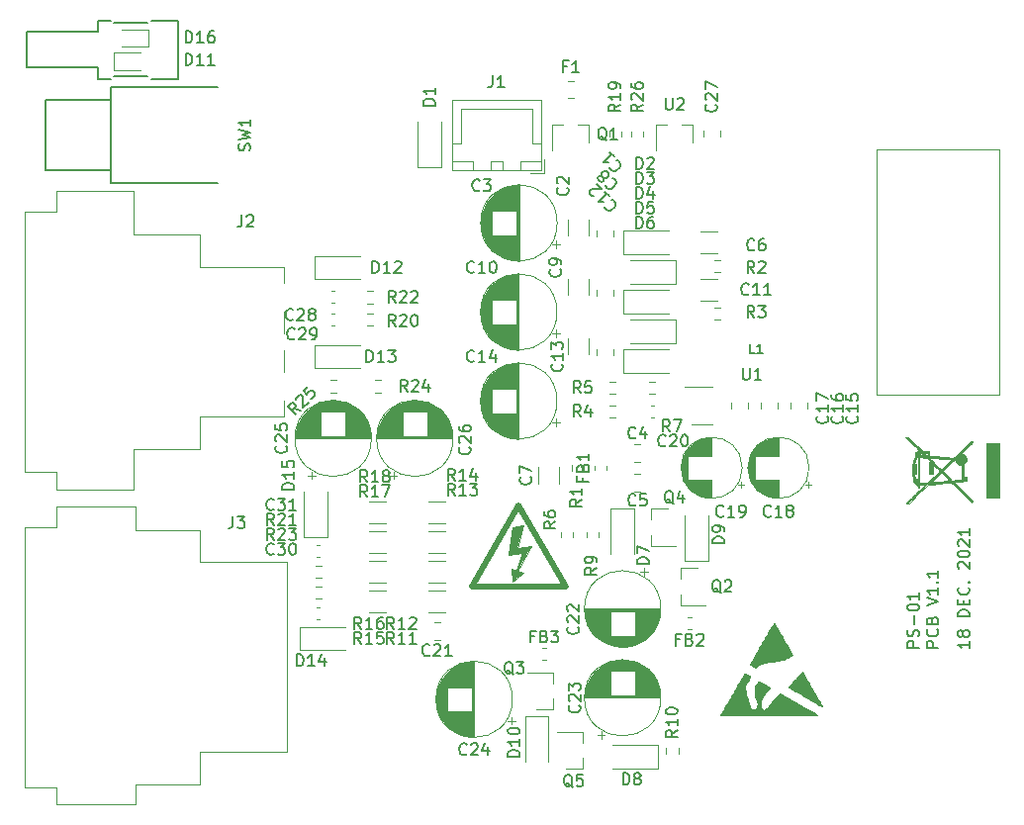
<source format=gto>
%TF.GenerationSoftware,KiCad,Pcbnew,(5.1.7)-1*%
%TF.CreationDate,2022-07-20T13:46:15+08:00*%
%TF.ProjectId,phantom_v1,7068616e-746f-46d5-9f76-312e6b696361,rev?*%
%TF.SameCoordinates,Original*%
%TF.FileFunction,Legend,Top*%
%TF.FilePolarity,Positive*%
%FSLAX46Y46*%
G04 Gerber Fmt 4.6, Leading zero omitted, Abs format (unit mm)*
G04 Created by KiCad (PCBNEW (5.1.7)-1) date 2022-07-20 13:46:15*
%MOMM*%
%LPD*%
G01*
G04 APERTURE LIST*
%ADD10C,0.120000*%
%ADD11C,0.150000*%
%ADD12C,0.100000*%
%ADD13C,0.500000*%
%ADD14C,0.010000*%
G04 APERTURE END LIST*
D10*
X70000000Y56500000D02*
X70000000Y35500000D01*
X80500000Y56500000D02*
X70000000Y56500000D01*
X80500000Y35500000D02*
X80500000Y56500000D01*
X70000000Y35500000D02*
X80500000Y35500000D01*
D11*
X77952380Y14359404D02*
X77952380Y13787976D01*
X77952380Y14073690D02*
X76952380Y14073690D01*
X77095238Y13978452D01*
X77190476Y13883214D01*
X77238095Y13787976D01*
X77380952Y14930833D02*
X77333333Y14835595D01*
X77285714Y14787976D01*
X77190476Y14740357D01*
X77142857Y14740357D01*
X77047619Y14787976D01*
X77000000Y14835595D01*
X76952380Y14930833D01*
X76952380Y15121309D01*
X77000000Y15216547D01*
X77047619Y15264166D01*
X77142857Y15311785D01*
X77190476Y15311785D01*
X77285714Y15264166D01*
X77333333Y15216547D01*
X77380952Y15121309D01*
X77380952Y14930833D01*
X77428571Y14835595D01*
X77476190Y14787976D01*
X77571428Y14740357D01*
X77761904Y14740357D01*
X77857142Y14787976D01*
X77904761Y14835595D01*
X77952380Y14930833D01*
X77952380Y15121309D01*
X77904761Y15216547D01*
X77857142Y15264166D01*
X77761904Y15311785D01*
X77571428Y15311785D01*
X77476190Y15264166D01*
X77428571Y15216547D01*
X77380952Y15121309D01*
X77952380Y16502261D02*
X76952380Y16502261D01*
X76952380Y16740357D01*
X77000000Y16883214D01*
X77095238Y16978452D01*
X77190476Y17026071D01*
X77380952Y17073690D01*
X77523809Y17073690D01*
X77714285Y17026071D01*
X77809523Y16978452D01*
X77904761Y16883214D01*
X77952380Y16740357D01*
X77952380Y16502261D01*
X77428571Y17502261D02*
X77428571Y17835595D01*
X77952380Y17978452D02*
X77952380Y17502261D01*
X76952380Y17502261D01*
X76952380Y17978452D01*
X77857142Y18978452D02*
X77904761Y18930833D01*
X77952380Y18787976D01*
X77952380Y18692738D01*
X77904761Y18549880D01*
X77809523Y18454642D01*
X77714285Y18407023D01*
X77523809Y18359404D01*
X77380952Y18359404D01*
X77190476Y18407023D01*
X77095238Y18454642D01*
X77000000Y18549880D01*
X76952380Y18692738D01*
X76952380Y18787976D01*
X77000000Y18930833D01*
X77047619Y18978452D01*
X77857142Y19407023D02*
X77904761Y19454642D01*
X77952380Y19407023D01*
X77904761Y19359404D01*
X77857142Y19407023D01*
X77952380Y19407023D01*
X77047619Y20597500D02*
X77000000Y20645119D01*
X76952380Y20740357D01*
X76952380Y20978452D01*
X77000000Y21073690D01*
X77047619Y21121309D01*
X77142857Y21168928D01*
X77238095Y21168928D01*
X77380952Y21121309D01*
X77952380Y20549880D01*
X77952380Y21168928D01*
X76952380Y21787976D02*
X76952380Y21883214D01*
X77000000Y21978452D01*
X77047619Y22026071D01*
X77142857Y22073690D01*
X77333333Y22121309D01*
X77571428Y22121309D01*
X77761904Y22073690D01*
X77857142Y22026071D01*
X77904761Y21978452D01*
X77952380Y21883214D01*
X77952380Y21787976D01*
X77904761Y21692738D01*
X77857142Y21645119D01*
X77761904Y21597500D01*
X77571428Y21549880D01*
X77333333Y21549880D01*
X77142857Y21597500D01*
X77047619Y21645119D01*
X77000000Y21692738D01*
X76952380Y21787976D01*
X77047619Y22502261D02*
X77000000Y22549880D01*
X76952380Y22645119D01*
X76952380Y22883214D01*
X77000000Y22978452D01*
X77047619Y23026071D01*
X77142857Y23073690D01*
X77238095Y23073690D01*
X77380952Y23026071D01*
X77952380Y22454642D01*
X77952380Y23073690D01*
X77952380Y24026071D02*
X77952380Y23454642D01*
X77952380Y23740357D02*
X76952380Y23740357D01*
X77095238Y23645119D01*
X77190476Y23549880D01*
X77238095Y23454642D01*
X73627380Y13835595D02*
X72627380Y13835595D01*
X72627380Y14216547D01*
X72675000Y14311785D01*
X72722619Y14359404D01*
X72817857Y14407023D01*
X72960714Y14407023D01*
X73055952Y14359404D01*
X73103571Y14311785D01*
X73151190Y14216547D01*
X73151190Y13835595D01*
X73579761Y14787976D02*
X73627380Y14930833D01*
X73627380Y15168928D01*
X73579761Y15264166D01*
X73532142Y15311785D01*
X73436904Y15359404D01*
X73341666Y15359404D01*
X73246428Y15311785D01*
X73198809Y15264166D01*
X73151190Y15168928D01*
X73103571Y14978452D01*
X73055952Y14883214D01*
X73008333Y14835595D01*
X72913095Y14787976D01*
X72817857Y14787976D01*
X72722619Y14835595D01*
X72675000Y14883214D01*
X72627380Y14978452D01*
X72627380Y15216547D01*
X72675000Y15359404D01*
X73246428Y15787976D02*
X73246428Y16549880D01*
X72627380Y17216547D02*
X72627380Y17311785D01*
X72675000Y17407023D01*
X72722619Y17454642D01*
X72817857Y17502261D01*
X73008333Y17549880D01*
X73246428Y17549880D01*
X73436904Y17502261D01*
X73532142Y17454642D01*
X73579761Y17407023D01*
X73627380Y17311785D01*
X73627380Y17216547D01*
X73579761Y17121309D01*
X73532142Y17073690D01*
X73436904Y17026071D01*
X73246428Y16978452D01*
X73008333Y16978452D01*
X72817857Y17026071D01*
X72722619Y17073690D01*
X72675000Y17121309D01*
X72627380Y17216547D01*
X73627380Y18502261D02*
X73627380Y17930833D01*
X73627380Y18216547D02*
X72627380Y18216547D01*
X72770238Y18121309D01*
X72865476Y18026071D01*
X72913095Y17930833D01*
X75277380Y13835595D02*
X74277380Y13835595D01*
X74277380Y14216547D01*
X74325000Y14311785D01*
X74372619Y14359404D01*
X74467857Y14407023D01*
X74610714Y14407023D01*
X74705952Y14359404D01*
X74753571Y14311785D01*
X74801190Y14216547D01*
X74801190Y13835595D01*
X75182142Y15407023D02*
X75229761Y15359404D01*
X75277380Y15216547D01*
X75277380Y15121309D01*
X75229761Y14978452D01*
X75134523Y14883214D01*
X75039285Y14835595D01*
X74848809Y14787976D01*
X74705952Y14787976D01*
X74515476Y14835595D01*
X74420238Y14883214D01*
X74325000Y14978452D01*
X74277380Y15121309D01*
X74277380Y15216547D01*
X74325000Y15359404D01*
X74372619Y15407023D01*
X74753571Y16168928D02*
X74801190Y16311785D01*
X74848809Y16359404D01*
X74944047Y16407023D01*
X75086904Y16407023D01*
X75182142Y16359404D01*
X75229761Y16311785D01*
X75277380Y16216547D01*
X75277380Y15835595D01*
X74277380Y15835595D01*
X74277380Y16168928D01*
X74325000Y16264166D01*
X74372619Y16311785D01*
X74467857Y16359404D01*
X74563095Y16359404D01*
X74658333Y16311785D01*
X74705952Y16264166D01*
X74753571Y16168928D01*
X74753571Y15835595D01*
X74277380Y17454642D02*
X75277380Y17787976D01*
X74277380Y18121309D01*
X75277380Y18978452D02*
X75277380Y18407023D01*
X75277380Y18692738D02*
X74277380Y18692738D01*
X74420238Y18597500D01*
X74515476Y18502261D01*
X74563095Y18407023D01*
X75182142Y19407023D02*
X75229761Y19454642D01*
X75277380Y19407023D01*
X75229761Y19359404D01*
X75182142Y19407023D01*
X75277380Y19407023D01*
X75277380Y20407023D02*
X75277380Y19835595D01*
X75277380Y20121309D02*
X74277380Y20121309D01*
X74420238Y20026071D01*
X74515476Y19930833D01*
X74563095Y19835595D01*
D10*
%TO.C,R6*%
X44022500Y23257742D02*
X44022500Y23732258D01*
X42977500Y23257742D02*
X42977500Y23732258D01*
%TO.C,FB3*%
X41382221Y12785000D02*
X41707779Y12785000D01*
X41382221Y13805000D02*
X41707779Y13805000D01*
%TO.C,FB2*%
X54137779Y16385000D02*
X53812221Y16385000D01*
X54137779Y15365000D02*
X53812221Y15365000D01*
%TO.C,FB1*%
X46865000Y29047221D02*
X46865000Y29372779D01*
X45845000Y29047221D02*
X45845000Y29372779D01*
%TO.C,R7*%
X50562742Y36590500D02*
X51037258Y36590500D01*
X50562742Y35545500D02*
X51037258Y35545500D01*
%TO.C,C18*%
X64215000Y29210000D02*
G75*
G03*
X64215000Y29210000I-2620000J0D01*
G01*
X61595000Y30250000D02*
X61595000Y31790000D01*
X61595000Y26630000D02*
X61595000Y28170000D01*
X61555000Y30250000D02*
X61555000Y31790000D01*
X61555000Y26630000D02*
X61555000Y28170000D01*
X61515000Y26631000D02*
X61515000Y28170000D01*
X61515000Y30250000D02*
X61515000Y31789000D01*
X61475000Y26632000D02*
X61475000Y28170000D01*
X61475000Y30250000D02*
X61475000Y31788000D01*
X61435000Y26634000D02*
X61435000Y28170000D01*
X61435000Y30250000D02*
X61435000Y31786000D01*
X61395000Y26637000D02*
X61395000Y28170000D01*
X61395000Y30250000D02*
X61395000Y31783000D01*
X61355000Y26641000D02*
X61355000Y28170000D01*
X61355000Y30250000D02*
X61355000Y31779000D01*
X61315000Y26645000D02*
X61315000Y28170000D01*
X61315000Y30250000D02*
X61315000Y31775000D01*
X61275000Y26649000D02*
X61275000Y28170000D01*
X61275000Y30250000D02*
X61275000Y31771000D01*
X61235000Y26654000D02*
X61235000Y28170000D01*
X61235000Y30250000D02*
X61235000Y31766000D01*
X61195000Y26660000D02*
X61195000Y28170000D01*
X61195000Y30250000D02*
X61195000Y31760000D01*
X61155000Y26667000D02*
X61155000Y28170000D01*
X61155000Y30250000D02*
X61155000Y31753000D01*
X61115000Y26674000D02*
X61115000Y28170000D01*
X61115000Y30250000D02*
X61115000Y31746000D01*
X61075000Y26682000D02*
X61075000Y28170000D01*
X61075000Y30250000D02*
X61075000Y31738000D01*
X61035000Y26690000D02*
X61035000Y28170000D01*
X61035000Y30250000D02*
X61035000Y31730000D01*
X60995000Y26699000D02*
X60995000Y28170000D01*
X60995000Y30250000D02*
X60995000Y31721000D01*
X60955000Y26709000D02*
X60955000Y28170000D01*
X60955000Y30250000D02*
X60955000Y31711000D01*
X60915000Y26719000D02*
X60915000Y28170000D01*
X60915000Y30250000D02*
X60915000Y31701000D01*
X60874000Y26730000D02*
X60874000Y28170000D01*
X60874000Y30250000D02*
X60874000Y31690000D01*
X60834000Y26742000D02*
X60834000Y28170000D01*
X60834000Y30250000D02*
X60834000Y31678000D01*
X60794000Y26755000D02*
X60794000Y28170000D01*
X60794000Y30250000D02*
X60794000Y31665000D01*
X60754000Y26768000D02*
X60754000Y28170000D01*
X60754000Y30250000D02*
X60754000Y31652000D01*
X60714000Y26782000D02*
X60714000Y28170000D01*
X60714000Y30250000D02*
X60714000Y31638000D01*
X60674000Y26796000D02*
X60674000Y28170000D01*
X60674000Y30250000D02*
X60674000Y31624000D01*
X60634000Y26812000D02*
X60634000Y28170000D01*
X60634000Y30250000D02*
X60634000Y31608000D01*
X60594000Y26828000D02*
X60594000Y28170000D01*
X60594000Y30250000D02*
X60594000Y31592000D01*
X60554000Y26845000D02*
X60554000Y28170000D01*
X60554000Y30250000D02*
X60554000Y31575000D01*
X60514000Y26862000D02*
X60514000Y28170000D01*
X60514000Y30250000D02*
X60514000Y31558000D01*
X60474000Y26881000D02*
X60474000Y28170000D01*
X60474000Y30250000D02*
X60474000Y31539000D01*
X60434000Y26900000D02*
X60434000Y28170000D01*
X60434000Y30250000D02*
X60434000Y31520000D01*
X60394000Y26920000D02*
X60394000Y28170000D01*
X60394000Y30250000D02*
X60394000Y31500000D01*
X60354000Y26942000D02*
X60354000Y28170000D01*
X60354000Y30250000D02*
X60354000Y31478000D01*
X60314000Y26963000D02*
X60314000Y28170000D01*
X60314000Y30250000D02*
X60314000Y31457000D01*
X60274000Y26986000D02*
X60274000Y28170000D01*
X60274000Y30250000D02*
X60274000Y31434000D01*
X60234000Y27010000D02*
X60234000Y28170000D01*
X60234000Y30250000D02*
X60234000Y31410000D01*
X60194000Y27035000D02*
X60194000Y28170000D01*
X60194000Y30250000D02*
X60194000Y31385000D01*
X60154000Y27061000D02*
X60154000Y28170000D01*
X60154000Y30250000D02*
X60154000Y31359000D01*
X60114000Y27088000D02*
X60114000Y28170000D01*
X60114000Y30250000D02*
X60114000Y31332000D01*
X60074000Y27115000D02*
X60074000Y28170000D01*
X60074000Y30250000D02*
X60074000Y31305000D01*
X60034000Y27145000D02*
X60034000Y28170000D01*
X60034000Y30250000D02*
X60034000Y31275000D01*
X59994000Y27175000D02*
X59994000Y28170000D01*
X59994000Y30250000D02*
X59994000Y31245000D01*
X59954000Y27206000D02*
X59954000Y28170000D01*
X59954000Y30250000D02*
X59954000Y31214000D01*
X59914000Y27239000D02*
X59914000Y28170000D01*
X59914000Y30250000D02*
X59914000Y31181000D01*
X59874000Y27273000D02*
X59874000Y28170000D01*
X59874000Y30250000D02*
X59874000Y31147000D01*
X59834000Y27309000D02*
X59834000Y28170000D01*
X59834000Y30250000D02*
X59834000Y31111000D01*
X59794000Y27346000D02*
X59794000Y28170000D01*
X59794000Y30250000D02*
X59794000Y31074000D01*
X59754000Y27384000D02*
X59754000Y28170000D01*
X59754000Y30250000D02*
X59754000Y31036000D01*
X59714000Y27425000D02*
X59714000Y28170000D01*
X59714000Y30250000D02*
X59714000Y30995000D01*
X59674000Y27467000D02*
X59674000Y28170000D01*
X59674000Y30250000D02*
X59674000Y30953000D01*
X59634000Y27511000D02*
X59634000Y28170000D01*
X59634000Y30250000D02*
X59634000Y30909000D01*
X59594000Y27557000D02*
X59594000Y28170000D01*
X59594000Y30250000D02*
X59594000Y30863000D01*
X59554000Y27605000D02*
X59554000Y30815000D01*
X59514000Y27656000D02*
X59514000Y30764000D01*
X59474000Y27710000D02*
X59474000Y30710000D01*
X59434000Y27767000D02*
X59434000Y30653000D01*
X59394000Y27827000D02*
X59394000Y30593000D01*
X59354000Y27891000D02*
X59354000Y30529000D01*
X59314000Y27959000D02*
X59314000Y30461000D01*
X59274000Y28032000D02*
X59274000Y30388000D01*
X59234000Y28112000D02*
X59234000Y30308000D01*
X59194000Y28199000D02*
X59194000Y30221000D01*
X59154000Y28295000D02*
X59154000Y30125000D01*
X59114000Y28405000D02*
X59114000Y30015000D01*
X59074000Y28533000D02*
X59074000Y29887000D01*
X59034000Y28692000D02*
X59034000Y29728000D01*
X58994000Y28926000D02*
X58994000Y29494000D01*
X64399775Y27735000D02*
X63899775Y27735000D01*
X64149775Y27485000D02*
X64149775Y27985000D01*
%TO.C,R3*%
X56150742Y41895500D02*
X56625258Y41895500D01*
X56150742Y42940500D02*
X56625258Y42940500D01*
%TO.C,R2*%
X56150742Y45959500D02*
X56625258Y45959500D01*
X56150742Y47004500D02*
X56625258Y47004500D01*
%TO.C,D3*%
X52796000Y44974000D02*
X48896000Y44974000D01*
X52796000Y46974000D02*
X48896000Y46974000D01*
X52796000Y44974000D02*
X52796000Y46974000D01*
%TO.C,D2*%
X48296000Y49514000D02*
X52196000Y49514000D01*
X48296000Y47514000D02*
X52196000Y47514000D01*
X48296000Y49514000D02*
X48296000Y47514000D01*
%TO.C,C6*%
X56337252Y49424000D02*
X54914748Y49424000D01*
X56337252Y47604000D02*
X54914748Y47604000D01*
%TO.C,C4*%
X49268748Y29745000D02*
X49791252Y29745000D01*
X49268748Y31215000D02*
X49791252Y31215000D01*
%TO.C,C3*%
X42660000Y50165000D02*
G75*
G03*
X42660000Y50165000I-3270000J0D01*
G01*
X39390000Y46935000D02*
X39390000Y53395000D01*
X39350000Y46935000D02*
X39350000Y53395000D01*
X39310000Y46935000D02*
X39310000Y53395000D01*
X39270000Y46937000D02*
X39270000Y53393000D01*
X39230000Y46938000D02*
X39230000Y53392000D01*
X39190000Y46941000D02*
X39190000Y53389000D01*
X39150000Y46943000D02*
X39150000Y49125000D01*
X39150000Y51205000D02*
X39150000Y53387000D01*
X39110000Y46947000D02*
X39110000Y49125000D01*
X39110000Y51205000D02*
X39110000Y53383000D01*
X39070000Y46950000D02*
X39070000Y49125000D01*
X39070000Y51205000D02*
X39070000Y53380000D01*
X39030000Y46954000D02*
X39030000Y49125000D01*
X39030000Y51205000D02*
X39030000Y53376000D01*
X38990000Y46959000D02*
X38990000Y49125000D01*
X38990000Y51205000D02*
X38990000Y53371000D01*
X38950000Y46964000D02*
X38950000Y49125000D01*
X38950000Y51205000D02*
X38950000Y53366000D01*
X38910000Y46970000D02*
X38910000Y49125000D01*
X38910000Y51205000D02*
X38910000Y53360000D01*
X38870000Y46976000D02*
X38870000Y49125000D01*
X38870000Y51205000D02*
X38870000Y53354000D01*
X38830000Y46983000D02*
X38830000Y49125000D01*
X38830000Y51205000D02*
X38830000Y53347000D01*
X38790000Y46990000D02*
X38790000Y49125000D01*
X38790000Y51205000D02*
X38790000Y53340000D01*
X38750000Y46998000D02*
X38750000Y49125000D01*
X38750000Y51205000D02*
X38750000Y53332000D01*
X38710000Y47006000D02*
X38710000Y49125000D01*
X38710000Y51205000D02*
X38710000Y53324000D01*
X38669000Y47015000D02*
X38669000Y49125000D01*
X38669000Y51205000D02*
X38669000Y53315000D01*
X38629000Y47024000D02*
X38629000Y49125000D01*
X38629000Y51205000D02*
X38629000Y53306000D01*
X38589000Y47034000D02*
X38589000Y49125000D01*
X38589000Y51205000D02*
X38589000Y53296000D01*
X38549000Y47044000D02*
X38549000Y49125000D01*
X38549000Y51205000D02*
X38549000Y53286000D01*
X38509000Y47055000D02*
X38509000Y49125000D01*
X38509000Y51205000D02*
X38509000Y53275000D01*
X38469000Y47067000D02*
X38469000Y49125000D01*
X38469000Y51205000D02*
X38469000Y53263000D01*
X38429000Y47079000D02*
X38429000Y49125000D01*
X38429000Y51205000D02*
X38429000Y53251000D01*
X38389000Y47091000D02*
X38389000Y49125000D01*
X38389000Y51205000D02*
X38389000Y53239000D01*
X38349000Y47104000D02*
X38349000Y49125000D01*
X38349000Y51205000D02*
X38349000Y53226000D01*
X38309000Y47118000D02*
X38309000Y49125000D01*
X38309000Y51205000D02*
X38309000Y53212000D01*
X38269000Y47132000D02*
X38269000Y49125000D01*
X38269000Y51205000D02*
X38269000Y53198000D01*
X38229000Y47147000D02*
X38229000Y49125000D01*
X38229000Y51205000D02*
X38229000Y53183000D01*
X38189000Y47163000D02*
X38189000Y49125000D01*
X38189000Y51205000D02*
X38189000Y53167000D01*
X38149000Y47179000D02*
X38149000Y49125000D01*
X38149000Y51205000D02*
X38149000Y53151000D01*
X38109000Y47195000D02*
X38109000Y49125000D01*
X38109000Y51205000D02*
X38109000Y53135000D01*
X38069000Y47213000D02*
X38069000Y49125000D01*
X38069000Y51205000D02*
X38069000Y53117000D01*
X38029000Y47231000D02*
X38029000Y49125000D01*
X38029000Y51205000D02*
X38029000Y53099000D01*
X37989000Y47249000D02*
X37989000Y49125000D01*
X37989000Y51205000D02*
X37989000Y53081000D01*
X37949000Y47269000D02*
X37949000Y49125000D01*
X37949000Y51205000D02*
X37949000Y53061000D01*
X37909000Y47289000D02*
X37909000Y49125000D01*
X37909000Y51205000D02*
X37909000Y53041000D01*
X37869000Y47309000D02*
X37869000Y49125000D01*
X37869000Y51205000D02*
X37869000Y53021000D01*
X37829000Y47331000D02*
X37829000Y49125000D01*
X37829000Y51205000D02*
X37829000Y52999000D01*
X37789000Y47353000D02*
X37789000Y49125000D01*
X37789000Y51205000D02*
X37789000Y52977000D01*
X37749000Y47375000D02*
X37749000Y49125000D01*
X37749000Y51205000D02*
X37749000Y52955000D01*
X37709000Y47399000D02*
X37709000Y49125000D01*
X37709000Y51205000D02*
X37709000Y52931000D01*
X37669000Y47423000D02*
X37669000Y49125000D01*
X37669000Y51205000D02*
X37669000Y52907000D01*
X37629000Y47449000D02*
X37629000Y49125000D01*
X37629000Y51205000D02*
X37629000Y52881000D01*
X37589000Y47475000D02*
X37589000Y49125000D01*
X37589000Y51205000D02*
X37589000Y52855000D01*
X37549000Y47501000D02*
X37549000Y49125000D01*
X37549000Y51205000D02*
X37549000Y52829000D01*
X37509000Y47529000D02*
X37509000Y49125000D01*
X37509000Y51205000D02*
X37509000Y52801000D01*
X37469000Y47558000D02*
X37469000Y49125000D01*
X37469000Y51205000D02*
X37469000Y52772000D01*
X37429000Y47587000D02*
X37429000Y49125000D01*
X37429000Y51205000D02*
X37429000Y52743000D01*
X37389000Y47617000D02*
X37389000Y49125000D01*
X37389000Y51205000D02*
X37389000Y52713000D01*
X37349000Y47649000D02*
X37349000Y49125000D01*
X37349000Y51205000D02*
X37349000Y52681000D01*
X37309000Y47681000D02*
X37309000Y49125000D01*
X37309000Y51205000D02*
X37309000Y52649000D01*
X37269000Y47715000D02*
X37269000Y49125000D01*
X37269000Y51205000D02*
X37269000Y52615000D01*
X37229000Y47749000D02*
X37229000Y49125000D01*
X37229000Y51205000D02*
X37229000Y52581000D01*
X37189000Y47785000D02*
X37189000Y49125000D01*
X37189000Y51205000D02*
X37189000Y52545000D01*
X37149000Y47822000D02*
X37149000Y49125000D01*
X37149000Y51205000D02*
X37149000Y52508000D01*
X37109000Y47860000D02*
X37109000Y49125000D01*
X37109000Y51205000D02*
X37109000Y52470000D01*
X37069000Y47900000D02*
X37069000Y52430000D01*
X37029000Y47941000D02*
X37029000Y52389000D01*
X36989000Y47983000D02*
X36989000Y52347000D01*
X36949000Y48028000D02*
X36949000Y52302000D01*
X36909000Y48073000D02*
X36909000Y52257000D01*
X36869000Y48121000D02*
X36869000Y52209000D01*
X36829000Y48170000D02*
X36829000Y52160000D01*
X36789000Y48221000D02*
X36789000Y52109000D01*
X36749000Y48275000D02*
X36749000Y52055000D01*
X36709000Y48331000D02*
X36709000Y51999000D01*
X36669000Y48389000D02*
X36669000Y51941000D01*
X36629000Y48451000D02*
X36629000Y51879000D01*
X36589000Y48515000D02*
X36589000Y51815000D01*
X36549000Y48584000D02*
X36549000Y51746000D01*
X36509000Y48656000D02*
X36509000Y51674000D01*
X36469000Y48733000D02*
X36469000Y51597000D01*
X36429000Y48815000D02*
X36429000Y51515000D01*
X36389000Y48903000D02*
X36389000Y51427000D01*
X36349000Y49000000D02*
X36349000Y51330000D01*
X36309000Y49106000D02*
X36309000Y51224000D01*
X36269000Y49225000D02*
X36269000Y51105000D01*
X36229000Y49363000D02*
X36229000Y50967000D01*
X36189000Y49532000D02*
X36189000Y50798000D01*
X36149000Y49763000D02*
X36149000Y50567000D01*
X42890241Y48326000D02*
X42260241Y48326000D01*
X42575241Y48011000D02*
X42575241Y48641000D01*
%TO.C,C2*%
X45360000Y49072748D02*
X45360000Y50495252D01*
X43540000Y49072748D02*
X43540000Y50495252D01*
%TO.C,C1*%
X47471000Y49014748D02*
X47471000Y49537252D01*
X46001000Y49014748D02*
X46001000Y49537252D01*
D11*
%TO.C,SW1*%
X4500000Y61800000D02*
X13600000Y61800000D01*
X4500000Y53600000D02*
X4500000Y61800000D01*
X13600000Y53600000D02*
X4500000Y53600000D01*
X4500000Y54700000D02*
X-1100000Y54700000D01*
X-1100000Y54700000D02*
X-1100000Y60700000D01*
X-1100000Y60700000D02*
X4500000Y60700000D01*
D10*
%TO.C,R4*%
X47133742Y34558500D02*
X47608258Y34558500D01*
X47133742Y33513500D02*
X47608258Y33513500D01*
%TO.C,Q5*%
X44845000Y3460000D02*
X43385000Y3460000D01*
X44845000Y6620000D02*
X42685000Y6620000D01*
X44845000Y6620000D02*
X44845000Y5690000D01*
X44845000Y3460000D02*
X44845000Y4390000D01*
%TO.C,R9*%
X46242500Y23732258D02*
X46242500Y23257742D01*
X45197500Y23732258D02*
X45197500Y23257742D01*
%TO.C,C19*%
X58500000Y29210000D02*
G75*
G03*
X58500000Y29210000I-2620000J0D01*
G01*
X55880000Y30250000D02*
X55880000Y31790000D01*
X55880000Y26630000D02*
X55880000Y28170000D01*
X55840000Y30250000D02*
X55840000Y31790000D01*
X55840000Y26630000D02*
X55840000Y28170000D01*
X55800000Y26631000D02*
X55800000Y28170000D01*
X55800000Y30250000D02*
X55800000Y31789000D01*
X55760000Y26632000D02*
X55760000Y28170000D01*
X55760000Y30250000D02*
X55760000Y31788000D01*
X55720000Y26634000D02*
X55720000Y28170000D01*
X55720000Y30250000D02*
X55720000Y31786000D01*
X55680000Y26637000D02*
X55680000Y28170000D01*
X55680000Y30250000D02*
X55680000Y31783000D01*
X55640000Y26641000D02*
X55640000Y28170000D01*
X55640000Y30250000D02*
X55640000Y31779000D01*
X55600000Y26645000D02*
X55600000Y28170000D01*
X55600000Y30250000D02*
X55600000Y31775000D01*
X55560000Y26649000D02*
X55560000Y28170000D01*
X55560000Y30250000D02*
X55560000Y31771000D01*
X55520000Y26654000D02*
X55520000Y28170000D01*
X55520000Y30250000D02*
X55520000Y31766000D01*
X55480000Y26660000D02*
X55480000Y28170000D01*
X55480000Y30250000D02*
X55480000Y31760000D01*
X55440000Y26667000D02*
X55440000Y28170000D01*
X55440000Y30250000D02*
X55440000Y31753000D01*
X55400000Y26674000D02*
X55400000Y28170000D01*
X55400000Y30250000D02*
X55400000Y31746000D01*
X55360000Y26682000D02*
X55360000Y28170000D01*
X55360000Y30250000D02*
X55360000Y31738000D01*
X55320000Y26690000D02*
X55320000Y28170000D01*
X55320000Y30250000D02*
X55320000Y31730000D01*
X55280000Y26699000D02*
X55280000Y28170000D01*
X55280000Y30250000D02*
X55280000Y31721000D01*
X55240000Y26709000D02*
X55240000Y28170000D01*
X55240000Y30250000D02*
X55240000Y31711000D01*
X55200000Y26719000D02*
X55200000Y28170000D01*
X55200000Y30250000D02*
X55200000Y31701000D01*
X55159000Y26730000D02*
X55159000Y28170000D01*
X55159000Y30250000D02*
X55159000Y31690000D01*
X55119000Y26742000D02*
X55119000Y28170000D01*
X55119000Y30250000D02*
X55119000Y31678000D01*
X55079000Y26755000D02*
X55079000Y28170000D01*
X55079000Y30250000D02*
X55079000Y31665000D01*
X55039000Y26768000D02*
X55039000Y28170000D01*
X55039000Y30250000D02*
X55039000Y31652000D01*
X54999000Y26782000D02*
X54999000Y28170000D01*
X54999000Y30250000D02*
X54999000Y31638000D01*
X54959000Y26796000D02*
X54959000Y28170000D01*
X54959000Y30250000D02*
X54959000Y31624000D01*
X54919000Y26812000D02*
X54919000Y28170000D01*
X54919000Y30250000D02*
X54919000Y31608000D01*
X54879000Y26828000D02*
X54879000Y28170000D01*
X54879000Y30250000D02*
X54879000Y31592000D01*
X54839000Y26845000D02*
X54839000Y28170000D01*
X54839000Y30250000D02*
X54839000Y31575000D01*
X54799000Y26862000D02*
X54799000Y28170000D01*
X54799000Y30250000D02*
X54799000Y31558000D01*
X54759000Y26881000D02*
X54759000Y28170000D01*
X54759000Y30250000D02*
X54759000Y31539000D01*
X54719000Y26900000D02*
X54719000Y28170000D01*
X54719000Y30250000D02*
X54719000Y31520000D01*
X54679000Y26920000D02*
X54679000Y28170000D01*
X54679000Y30250000D02*
X54679000Y31500000D01*
X54639000Y26942000D02*
X54639000Y28170000D01*
X54639000Y30250000D02*
X54639000Y31478000D01*
X54599000Y26963000D02*
X54599000Y28170000D01*
X54599000Y30250000D02*
X54599000Y31457000D01*
X54559000Y26986000D02*
X54559000Y28170000D01*
X54559000Y30250000D02*
X54559000Y31434000D01*
X54519000Y27010000D02*
X54519000Y28170000D01*
X54519000Y30250000D02*
X54519000Y31410000D01*
X54479000Y27035000D02*
X54479000Y28170000D01*
X54479000Y30250000D02*
X54479000Y31385000D01*
X54439000Y27061000D02*
X54439000Y28170000D01*
X54439000Y30250000D02*
X54439000Y31359000D01*
X54399000Y27088000D02*
X54399000Y28170000D01*
X54399000Y30250000D02*
X54399000Y31332000D01*
X54359000Y27115000D02*
X54359000Y28170000D01*
X54359000Y30250000D02*
X54359000Y31305000D01*
X54319000Y27145000D02*
X54319000Y28170000D01*
X54319000Y30250000D02*
X54319000Y31275000D01*
X54279000Y27175000D02*
X54279000Y28170000D01*
X54279000Y30250000D02*
X54279000Y31245000D01*
X54239000Y27206000D02*
X54239000Y28170000D01*
X54239000Y30250000D02*
X54239000Y31214000D01*
X54199000Y27239000D02*
X54199000Y28170000D01*
X54199000Y30250000D02*
X54199000Y31181000D01*
X54159000Y27273000D02*
X54159000Y28170000D01*
X54159000Y30250000D02*
X54159000Y31147000D01*
X54119000Y27309000D02*
X54119000Y28170000D01*
X54119000Y30250000D02*
X54119000Y31111000D01*
X54079000Y27346000D02*
X54079000Y28170000D01*
X54079000Y30250000D02*
X54079000Y31074000D01*
X54039000Y27384000D02*
X54039000Y28170000D01*
X54039000Y30250000D02*
X54039000Y31036000D01*
X53999000Y27425000D02*
X53999000Y28170000D01*
X53999000Y30250000D02*
X53999000Y30995000D01*
X53959000Y27467000D02*
X53959000Y28170000D01*
X53959000Y30250000D02*
X53959000Y30953000D01*
X53919000Y27511000D02*
X53919000Y28170000D01*
X53919000Y30250000D02*
X53919000Y30909000D01*
X53879000Y27557000D02*
X53879000Y28170000D01*
X53879000Y30250000D02*
X53879000Y30863000D01*
X53839000Y27605000D02*
X53839000Y30815000D01*
X53799000Y27656000D02*
X53799000Y30764000D01*
X53759000Y27710000D02*
X53759000Y30710000D01*
X53719000Y27767000D02*
X53719000Y30653000D01*
X53679000Y27827000D02*
X53679000Y30593000D01*
X53639000Y27891000D02*
X53639000Y30529000D01*
X53599000Y27959000D02*
X53599000Y30461000D01*
X53559000Y28032000D02*
X53559000Y30388000D01*
X53519000Y28112000D02*
X53519000Y30308000D01*
X53479000Y28199000D02*
X53479000Y30221000D01*
X53439000Y28295000D02*
X53439000Y30125000D01*
X53399000Y28405000D02*
X53399000Y30015000D01*
X53359000Y28533000D02*
X53359000Y29887000D01*
X53319000Y28692000D02*
X53319000Y29728000D01*
X53279000Y28926000D02*
X53279000Y29494000D01*
X58684775Y27735000D02*
X58184775Y27735000D01*
X58434775Y27485000D02*
X58434775Y27985000D01*
%TO.C,C25*%
X21341000Y28544759D02*
X21971000Y28544759D01*
X21656000Y28229759D02*
X21656000Y28859759D01*
X23093000Y34971000D02*
X23897000Y34971000D01*
X22862000Y34931000D02*
X24128000Y34931000D01*
X22693000Y34891000D02*
X24297000Y34891000D01*
X22555000Y34851000D02*
X24435000Y34851000D01*
X22436000Y34811000D02*
X24554000Y34811000D01*
X22330000Y34771000D02*
X24660000Y34771000D01*
X22233000Y34731000D02*
X24757000Y34731000D01*
X22145000Y34691000D02*
X24845000Y34691000D01*
X22063000Y34651000D02*
X24927000Y34651000D01*
X21986000Y34611000D02*
X25004000Y34611000D01*
X21914000Y34571000D02*
X25076000Y34571000D01*
X21845000Y34531000D02*
X25145000Y34531000D01*
X21781000Y34491000D02*
X25209000Y34491000D01*
X21719000Y34451000D02*
X25271000Y34451000D01*
X21661000Y34411000D02*
X25329000Y34411000D01*
X21605000Y34371000D02*
X25385000Y34371000D01*
X21551000Y34331000D02*
X25439000Y34331000D01*
X21500000Y34291000D02*
X25490000Y34291000D01*
X21451000Y34251000D02*
X25539000Y34251000D01*
X21403000Y34211000D02*
X25587000Y34211000D01*
X21358000Y34171000D02*
X25632000Y34171000D01*
X21313000Y34131000D02*
X25677000Y34131000D01*
X21271000Y34091000D02*
X25719000Y34091000D01*
X21230000Y34051000D02*
X25760000Y34051000D01*
X24535000Y34011000D02*
X25800000Y34011000D01*
X21190000Y34011000D02*
X22455000Y34011000D01*
X24535000Y33971000D02*
X25838000Y33971000D01*
X21152000Y33971000D02*
X22455000Y33971000D01*
X24535000Y33931000D02*
X25875000Y33931000D01*
X21115000Y33931000D02*
X22455000Y33931000D01*
X24535000Y33891000D02*
X25911000Y33891000D01*
X21079000Y33891000D02*
X22455000Y33891000D01*
X24535000Y33851000D02*
X25945000Y33851000D01*
X21045000Y33851000D02*
X22455000Y33851000D01*
X24535000Y33811000D02*
X25979000Y33811000D01*
X21011000Y33811000D02*
X22455000Y33811000D01*
X24535000Y33771000D02*
X26011000Y33771000D01*
X20979000Y33771000D02*
X22455000Y33771000D01*
X24535000Y33731000D02*
X26043000Y33731000D01*
X20947000Y33731000D02*
X22455000Y33731000D01*
X24535000Y33691000D02*
X26073000Y33691000D01*
X20917000Y33691000D02*
X22455000Y33691000D01*
X24535000Y33651000D02*
X26102000Y33651000D01*
X20888000Y33651000D02*
X22455000Y33651000D01*
X24535000Y33611000D02*
X26131000Y33611000D01*
X20859000Y33611000D02*
X22455000Y33611000D01*
X24535000Y33571000D02*
X26159000Y33571000D01*
X20831000Y33571000D02*
X22455000Y33571000D01*
X24535000Y33531000D02*
X26185000Y33531000D01*
X20805000Y33531000D02*
X22455000Y33531000D01*
X24535000Y33491000D02*
X26211000Y33491000D01*
X20779000Y33491000D02*
X22455000Y33491000D01*
X24535000Y33451000D02*
X26237000Y33451000D01*
X20753000Y33451000D02*
X22455000Y33451000D01*
X24535000Y33411000D02*
X26261000Y33411000D01*
X20729000Y33411000D02*
X22455000Y33411000D01*
X24535000Y33371000D02*
X26285000Y33371000D01*
X20705000Y33371000D02*
X22455000Y33371000D01*
X24535000Y33331000D02*
X26307000Y33331000D01*
X20683000Y33331000D02*
X22455000Y33331000D01*
X24535000Y33291000D02*
X26329000Y33291000D01*
X20661000Y33291000D02*
X22455000Y33291000D01*
X24535000Y33251000D02*
X26351000Y33251000D01*
X20639000Y33251000D02*
X22455000Y33251000D01*
X24535000Y33211000D02*
X26371000Y33211000D01*
X20619000Y33211000D02*
X22455000Y33211000D01*
X24535000Y33171000D02*
X26391000Y33171000D01*
X20599000Y33171000D02*
X22455000Y33171000D01*
X24535000Y33131000D02*
X26411000Y33131000D01*
X20579000Y33131000D02*
X22455000Y33131000D01*
X24535000Y33091000D02*
X26429000Y33091000D01*
X20561000Y33091000D02*
X22455000Y33091000D01*
X24535000Y33051000D02*
X26447000Y33051000D01*
X20543000Y33051000D02*
X22455000Y33051000D01*
X24535000Y33011000D02*
X26465000Y33011000D01*
X20525000Y33011000D02*
X22455000Y33011000D01*
X24535000Y32971000D02*
X26481000Y32971000D01*
X20509000Y32971000D02*
X22455000Y32971000D01*
X24535000Y32931000D02*
X26497000Y32931000D01*
X20493000Y32931000D02*
X22455000Y32931000D01*
X24535000Y32891000D02*
X26513000Y32891000D01*
X20477000Y32891000D02*
X22455000Y32891000D01*
X24535000Y32851000D02*
X26528000Y32851000D01*
X20462000Y32851000D02*
X22455000Y32851000D01*
X24535000Y32811000D02*
X26542000Y32811000D01*
X20448000Y32811000D02*
X22455000Y32811000D01*
X24535000Y32771000D02*
X26556000Y32771000D01*
X20434000Y32771000D02*
X22455000Y32771000D01*
X24535000Y32731000D02*
X26569000Y32731000D01*
X20421000Y32731000D02*
X22455000Y32731000D01*
X24535000Y32691000D02*
X26581000Y32691000D01*
X20409000Y32691000D02*
X22455000Y32691000D01*
X24535000Y32651000D02*
X26593000Y32651000D01*
X20397000Y32651000D02*
X22455000Y32651000D01*
X24535000Y32611000D02*
X26605000Y32611000D01*
X20385000Y32611000D02*
X22455000Y32611000D01*
X24535000Y32571000D02*
X26616000Y32571000D01*
X20374000Y32571000D02*
X22455000Y32571000D01*
X24535000Y32531000D02*
X26626000Y32531000D01*
X20364000Y32531000D02*
X22455000Y32531000D01*
X24535000Y32491000D02*
X26636000Y32491000D01*
X20354000Y32491000D02*
X22455000Y32491000D01*
X24535000Y32451000D02*
X26645000Y32451000D01*
X20345000Y32451000D02*
X22455000Y32451000D01*
X24535000Y32410000D02*
X26654000Y32410000D01*
X20336000Y32410000D02*
X22455000Y32410000D01*
X24535000Y32370000D02*
X26662000Y32370000D01*
X20328000Y32370000D02*
X22455000Y32370000D01*
X24535000Y32330000D02*
X26670000Y32330000D01*
X20320000Y32330000D02*
X22455000Y32330000D01*
X24535000Y32290000D02*
X26677000Y32290000D01*
X20313000Y32290000D02*
X22455000Y32290000D01*
X24535000Y32250000D02*
X26684000Y32250000D01*
X20306000Y32250000D02*
X22455000Y32250000D01*
X24535000Y32210000D02*
X26690000Y32210000D01*
X20300000Y32210000D02*
X22455000Y32210000D01*
X24535000Y32170000D02*
X26696000Y32170000D01*
X20294000Y32170000D02*
X22455000Y32170000D01*
X24535000Y32130000D02*
X26701000Y32130000D01*
X20289000Y32130000D02*
X22455000Y32130000D01*
X24535000Y32090000D02*
X26706000Y32090000D01*
X20284000Y32090000D02*
X22455000Y32090000D01*
X24535000Y32050000D02*
X26710000Y32050000D01*
X20280000Y32050000D02*
X22455000Y32050000D01*
X24535000Y32010000D02*
X26713000Y32010000D01*
X20277000Y32010000D02*
X22455000Y32010000D01*
X24535000Y31970000D02*
X26717000Y31970000D01*
X20273000Y31970000D02*
X22455000Y31970000D01*
X20271000Y31930000D02*
X26719000Y31930000D01*
X20268000Y31890000D02*
X26722000Y31890000D01*
X20267000Y31850000D02*
X26723000Y31850000D01*
X20265000Y31810000D02*
X26725000Y31810000D01*
X20265000Y31770000D02*
X26725000Y31770000D01*
X20265000Y31730000D02*
X26725000Y31730000D01*
X26765000Y31730000D02*
G75*
G03*
X26765000Y31730000I-3270000J0D01*
G01*
%TO.C,C26*%
X28326000Y28544759D02*
X28956000Y28544759D01*
X28641000Y28229759D02*
X28641000Y28859759D01*
X30078000Y34971000D02*
X30882000Y34971000D01*
X29847000Y34931000D02*
X31113000Y34931000D01*
X29678000Y34891000D02*
X31282000Y34891000D01*
X29540000Y34851000D02*
X31420000Y34851000D01*
X29421000Y34811000D02*
X31539000Y34811000D01*
X29315000Y34771000D02*
X31645000Y34771000D01*
X29218000Y34731000D02*
X31742000Y34731000D01*
X29130000Y34691000D02*
X31830000Y34691000D01*
X29048000Y34651000D02*
X31912000Y34651000D01*
X28971000Y34611000D02*
X31989000Y34611000D01*
X28899000Y34571000D02*
X32061000Y34571000D01*
X28830000Y34531000D02*
X32130000Y34531000D01*
X28766000Y34491000D02*
X32194000Y34491000D01*
X28704000Y34451000D02*
X32256000Y34451000D01*
X28646000Y34411000D02*
X32314000Y34411000D01*
X28590000Y34371000D02*
X32370000Y34371000D01*
X28536000Y34331000D02*
X32424000Y34331000D01*
X28485000Y34291000D02*
X32475000Y34291000D01*
X28436000Y34251000D02*
X32524000Y34251000D01*
X28388000Y34211000D02*
X32572000Y34211000D01*
X28343000Y34171000D02*
X32617000Y34171000D01*
X28298000Y34131000D02*
X32662000Y34131000D01*
X28256000Y34091000D02*
X32704000Y34091000D01*
X28215000Y34051000D02*
X32745000Y34051000D01*
X31520000Y34011000D02*
X32785000Y34011000D01*
X28175000Y34011000D02*
X29440000Y34011000D01*
X31520000Y33971000D02*
X32823000Y33971000D01*
X28137000Y33971000D02*
X29440000Y33971000D01*
X31520000Y33931000D02*
X32860000Y33931000D01*
X28100000Y33931000D02*
X29440000Y33931000D01*
X31520000Y33891000D02*
X32896000Y33891000D01*
X28064000Y33891000D02*
X29440000Y33891000D01*
X31520000Y33851000D02*
X32930000Y33851000D01*
X28030000Y33851000D02*
X29440000Y33851000D01*
X31520000Y33811000D02*
X32964000Y33811000D01*
X27996000Y33811000D02*
X29440000Y33811000D01*
X31520000Y33771000D02*
X32996000Y33771000D01*
X27964000Y33771000D02*
X29440000Y33771000D01*
X31520000Y33731000D02*
X33028000Y33731000D01*
X27932000Y33731000D02*
X29440000Y33731000D01*
X31520000Y33691000D02*
X33058000Y33691000D01*
X27902000Y33691000D02*
X29440000Y33691000D01*
X31520000Y33651000D02*
X33087000Y33651000D01*
X27873000Y33651000D02*
X29440000Y33651000D01*
X31520000Y33611000D02*
X33116000Y33611000D01*
X27844000Y33611000D02*
X29440000Y33611000D01*
X31520000Y33571000D02*
X33144000Y33571000D01*
X27816000Y33571000D02*
X29440000Y33571000D01*
X31520000Y33531000D02*
X33170000Y33531000D01*
X27790000Y33531000D02*
X29440000Y33531000D01*
X31520000Y33491000D02*
X33196000Y33491000D01*
X27764000Y33491000D02*
X29440000Y33491000D01*
X31520000Y33451000D02*
X33222000Y33451000D01*
X27738000Y33451000D02*
X29440000Y33451000D01*
X31520000Y33411000D02*
X33246000Y33411000D01*
X27714000Y33411000D02*
X29440000Y33411000D01*
X31520000Y33371000D02*
X33270000Y33371000D01*
X27690000Y33371000D02*
X29440000Y33371000D01*
X31520000Y33331000D02*
X33292000Y33331000D01*
X27668000Y33331000D02*
X29440000Y33331000D01*
X31520000Y33291000D02*
X33314000Y33291000D01*
X27646000Y33291000D02*
X29440000Y33291000D01*
X31520000Y33251000D02*
X33336000Y33251000D01*
X27624000Y33251000D02*
X29440000Y33251000D01*
X31520000Y33211000D02*
X33356000Y33211000D01*
X27604000Y33211000D02*
X29440000Y33211000D01*
X31520000Y33171000D02*
X33376000Y33171000D01*
X27584000Y33171000D02*
X29440000Y33171000D01*
X31520000Y33131000D02*
X33396000Y33131000D01*
X27564000Y33131000D02*
X29440000Y33131000D01*
X31520000Y33091000D02*
X33414000Y33091000D01*
X27546000Y33091000D02*
X29440000Y33091000D01*
X31520000Y33051000D02*
X33432000Y33051000D01*
X27528000Y33051000D02*
X29440000Y33051000D01*
X31520000Y33011000D02*
X33450000Y33011000D01*
X27510000Y33011000D02*
X29440000Y33011000D01*
X31520000Y32971000D02*
X33466000Y32971000D01*
X27494000Y32971000D02*
X29440000Y32971000D01*
X31520000Y32931000D02*
X33482000Y32931000D01*
X27478000Y32931000D02*
X29440000Y32931000D01*
X31520000Y32891000D02*
X33498000Y32891000D01*
X27462000Y32891000D02*
X29440000Y32891000D01*
X31520000Y32851000D02*
X33513000Y32851000D01*
X27447000Y32851000D02*
X29440000Y32851000D01*
X31520000Y32811000D02*
X33527000Y32811000D01*
X27433000Y32811000D02*
X29440000Y32811000D01*
X31520000Y32771000D02*
X33541000Y32771000D01*
X27419000Y32771000D02*
X29440000Y32771000D01*
X31520000Y32731000D02*
X33554000Y32731000D01*
X27406000Y32731000D02*
X29440000Y32731000D01*
X31520000Y32691000D02*
X33566000Y32691000D01*
X27394000Y32691000D02*
X29440000Y32691000D01*
X31520000Y32651000D02*
X33578000Y32651000D01*
X27382000Y32651000D02*
X29440000Y32651000D01*
X31520000Y32611000D02*
X33590000Y32611000D01*
X27370000Y32611000D02*
X29440000Y32611000D01*
X31520000Y32571000D02*
X33601000Y32571000D01*
X27359000Y32571000D02*
X29440000Y32571000D01*
X31520000Y32531000D02*
X33611000Y32531000D01*
X27349000Y32531000D02*
X29440000Y32531000D01*
X31520000Y32491000D02*
X33621000Y32491000D01*
X27339000Y32491000D02*
X29440000Y32491000D01*
X31520000Y32451000D02*
X33630000Y32451000D01*
X27330000Y32451000D02*
X29440000Y32451000D01*
X31520000Y32410000D02*
X33639000Y32410000D01*
X27321000Y32410000D02*
X29440000Y32410000D01*
X31520000Y32370000D02*
X33647000Y32370000D01*
X27313000Y32370000D02*
X29440000Y32370000D01*
X31520000Y32330000D02*
X33655000Y32330000D01*
X27305000Y32330000D02*
X29440000Y32330000D01*
X31520000Y32290000D02*
X33662000Y32290000D01*
X27298000Y32290000D02*
X29440000Y32290000D01*
X31520000Y32250000D02*
X33669000Y32250000D01*
X27291000Y32250000D02*
X29440000Y32250000D01*
X31520000Y32210000D02*
X33675000Y32210000D01*
X27285000Y32210000D02*
X29440000Y32210000D01*
X31520000Y32170000D02*
X33681000Y32170000D01*
X27279000Y32170000D02*
X29440000Y32170000D01*
X31520000Y32130000D02*
X33686000Y32130000D01*
X27274000Y32130000D02*
X29440000Y32130000D01*
X31520000Y32090000D02*
X33691000Y32090000D01*
X27269000Y32090000D02*
X29440000Y32090000D01*
X31520000Y32050000D02*
X33695000Y32050000D01*
X27265000Y32050000D02*
X29440000Y32050000D01*
X31520000Y32010000D02*
X33698000Y32010000D01*
X27262000Y32010000D02*
X29440000Y32010000D01*
X31520000Y31970000D02*
X33702000Y31970000D01*
X27258000Y31970000D02*
X29440000Y31970000D01*
X27256000Y31930000D02*
X33704000Y31930000D01*
X27253000Y31890000D02*
X33707000Y31890000D01*
X27252000Y31850000D02*
X33708000Y31850000D01*
X27250000Y31810000D02*
X33710000Y31810000D01*
X27250000Y31770000D02*
X33710000Y31770000D01*
X27250000Y31730000D02*
X33710000Y31730000D01*
X33750000Y31730000D02*
G75*
G03*
X33750000Y31730000I-3270000J0D01*
G01*
%TO.C,C31*%
X22084420Y22608000D02*
X22365580Y22608000D01*
X22084420Y21588000D02*
X22365580Y21588000D01*
%TO.C,C30*%
X22084420Y17274000D02*
X22365580Y17274000D01*
X22084420Y16254000D02*
X22365580Y16254000D01*
%TO.C,C29*%
X23635580Y41400000D02*
X23354420Y41400000D01*
X23635580Y42420000D02*
X23354420Y42420000D01*
%TO.C,C28*%
X23635580Y43305000D02*
X23354420Y43305000D01*
X23635580Y44325000D02*
X23354420Y44325000D01*
%TO.C,R25*%
X23732258Y35672500D02*
X23257742Y35672500D01*
X23732258Y36717500D02*
X23257742Y36717500D01*
%TO.C,R24*%
X27542258Y35672500D02*
X27067742Y35672500D01*
X27542258Y36717500D02*
X27067742Y36717500D01*
%TO.C,R20*%
X26907258Y41387500D02*
X26432742Y41387500D01*
X26907258Y42432500D02*
X26432742Y42432500D01*
%TO.C,R22*%
X26907258Y43292500D02*
X26432742Y43292500D01*
X26907258Y44337500D02*
X26432742Y44337500D01*
%TO.C,R21*%
X21987742Y20842500D02*
X22462258Y20842500D01*
X21987742Y19797500D02*
X22462258Y19797500D01*
%TO.C,R23*%
X21987742Y19064500D02*
X22462258Y19064500D01*
X21987742Y18019500D02*
X22462258Y18019500D01*
%TO.C,R18*%
X26577936Y26310000D02*
X28032064Y26310000D01*
X26577936Y24490000D02*
X28032064Y24490000D01*
%TO.C,R14*%
X31657936Y26310000D02*
X33112064Y26310000D01*
X31657936Y24490000D02*
X33112064Y24490000D01*
%TO.C,R17*%
X26577936Y23770000D02*
X28032064Y23770000D01*
X26577936Y21950000D02*
X28032064Y21950000D01*
%TO.C,R13*%
X31657936Y23770000D02*
X33112064Y23770000D01*
X31657936Y21950000D02*
X33112064Y21950000D01*
%TO.C,R16*%
X26577936Y21230000D02*
X28032064Y21230000D01*
X26577936Y19410000D02*
X28032064Y19410000D01*
%TO.C,R12*%
X31657936Y21230000D02*
X33112064Y21230000D01*
X31657936Y19410000D02*
X33112064Y19410000D01*
%TO.C,R15*%
X26577936Y18690000D02*
X28032064Y18690000D01*
X26577936Y16870000D02*
X28032064Y16870000D01*
%TO.C,R11*%
X31657936Y18690000D02*
X33112064Y18690000D01*
X31657936Y16870000D02*
X33112064Y16870000D01*
%TO.C,R10*%
X51977500Y4762742D02*
X51977500Y5237258D01*
X53022500Y4762742D02*
X53022500Y5237258D01*
%TO.C,R1*%
X43927500Y28972742D02*
X43927500Y29447258D01*
X44972500Y28972742D02*
X44972500Y29447258D01*
%TO.C,R5*%
X47133742Y36590500D02*
X47608258Y36590500D01*
X47133742Y35545500D02*
X47608258Y35545500D01*
%TO.C,C20*%
X50659420Y34546000D02*
X50940580Y34546000D01*
X50659420Y33526000D02*
X50940580Y33526000D01*
%TO.C,C21*%
X32646252Y15975000D02*
X32123748Y15975000D01*
X32646252Y14505000D02*
X32123748Y14505000D01*
%TO.C,D10*%
X41910000Y7925000D02*
X41910000Y4025000D01*
X39910000Y7925000D02*
X39910000Y4025000D01*
X41910000Y7925000D02*
X39910000Y7925000D01*
%TO.C,Q3*%
X42305000Y8540000D02*
X40845000Y8540000D01*
X42305000Y11700000D02*
X40145000Y11700000D01*
X42305000Y11700000D02*
X42305000Y10770000D01*
X42305000Y8540000D02*
X42305000Y9470000D01*
%TO.C,Q4*%
X50675000Y25710000D02*
X52135000Y25710000D01*
X50675000Y22550000D02*
X52835000Y22550000D01*
X50675000Y22550000D02*
X50675000Y23480000D01*
X50675000Y25710000D02*
X50675000Y24780000D01*
%TO.C,Q2*%
X53215000Y20630000D02*
X54675000Y20630000D01*
X53215000Y17470000D02*
X55375000Y17470000D01*
X53215000Y17470000D02*
X53215000Y18400000D01*
X53215000Y20630000D02*
X53215000Y19700000D01*
%TO.C,D8*%
X51250000Y3500000D02*
X47350000Y3500000D01*
X51250000Y5500000D02*
X47350000Y5500000D01*
X51250000Y3500000D02*
X51250000Y5500000D01*
%TO.C,D9*%
X53610000Y21245000D02*
X53610000Y25145000D01*
X55610000Y21245000D02*
X55610000Y25145000D01*
X53610000Y21245000D02*
X55610000Y21245000D01*
%TO.C,D7*%
X49260000Y25745000D02*
X49260000Y21845000D01*
X47260000Y25745000D02*
X47260000Y21845000D01*
X49260000Y25745000D02*
X47260000Y25745000D01*
%TO.C,C23*%
X51530000Y9525000D02*
G75*
G03*
X51530000Y9525000I-3270000J0D01*
G01*
X45030000Y9525000D02*
X51490000Y9525000D01*
X45030000Y9565000D02*
X51490000Y9565000D01*
X45030000Y9605000D02*
X51490000Y9605000D01*
X45032000Y9645000D02*
X51488000Y9645000D01*
X45033000Y9685000D02*
X51487000Y9685000D01*
X45036000Y9725000D02*
X51484000Y9725000D01*
X45038000Y9765000D02*
X47220000Y9765000D01*
X49300000Y9765000D02*
X51482000Y9765000D01*
X45042000Y9805000D02*
X47220000Y9805000D01*
X49300000Y9805000D02*
X51478000Y9805000D01*
X45045000Y9845000D02*
X47220000Y9845000D01*
X49300000Y9845000D02*
X51475000Y9845000D01*
X45049000Y9885000D02*
X47220000Y9885000D01*
X49300000Y9885000D02*
X51471000Y9885000D01*
X45054000Y9925000D02*
X47220000Y9925000D01*
X49300000Y9925000D02*
X51466000Y9925000D01*
X45059000Y9965000D02*
X47220000Y9965000D01*
X49300000Y9965000D02*
X51461000Y9965000D01*
X45065000Y10005000D02*
X47220000Y10005000D01*
X49300000Y10005000D02*
X51455000Y10005000D01*
X45071000Y10045000D02*
X47220000Y10045000D01*
X49300000Y10045000D02*
X51449000Y10045000D01*
X45078000Y10085000D02*
X47220000Y10085000D01*
X49300000Y10085000D02*
X51442000Y10085000D01*
X45085000Y10125000D02*
X47220000Y10125000D01*
X49300000Y10125000D02*
X51435000Y10125000D01*
X45093000Y10165000D02*
X47220000Y10165000D01*
X49300000Y10165000D02*
X51427000Y10165000D01*
X45101000Y10205000D02*
X47220000Y10205000D01*
X49300000Y10205000D02*
X51419000Y10205000D01*
X45110000Y10246000D02*
X47220000Y10246000D01*
X49300000Y10246000D02*
X51410000Y10246000D01*
X45119000Y10286000D02*
X47220000Y10286000D01*
X49300000Y10286000D02*
X51401000Y10286000D01*
X45129000Y10326000D02*
X47220000Y10326000D01*
X49300000Y10326000D02*
X51391000Y10326000D01*
X45139000Y10366000D02*
X47220000Y10366000D01*
X49300000Y10366000D02*
X51381000Y10366000D01*
X45150000Y10406000D02*
X47220000Y10406000D01*
X49300000Y10406000D02*
X51370000Y10406000D01*
X45162000Y10446000D02*
X47220000Y10446000D01*
X49300000Y10446000D02*
X51358000Y10446000D01*
X45174000Y10486000D02*
X47220000Y10486000D01*
X49300000Y10486000D02*
X51346000Y10486000D01*
X45186000Y10526000D02*
X47220000Y10526000D01*
X49300000Y10526000D02*
X51334000Y10526000D01*
X45199000Y10566000D02*
X47220000Y10566000D01*
X49300000Y10566000D02*
X51321000Y10566000D01*
X45213000Y10606000D02*
X47220000Y10606000D01*
X49300000Y10606000D02*
X51307000Y10606000D01*
X45227000Y10646000D02*
X47220000Y10646000D01*
X49300000Y10646000D02*
X51293000Y10646000D01*
X45242000Y10686000D02*
X47220000Y10686000D01*
X49300000Y10686000D02*
X51278000Y10686000D01*
X45258000Y10726000D02*
X47220000Y10726000D01*
X49300000Y10726000D02*
X51262000Y10726000D01*
X45274000Y10766000D02*
X47220000Y10766000D01*
X49300000Y10766000D02*
X51246000Y10766000D01*
X45290000Y10806000D02*
X47220000Y10806000D01*
X49300000Y10806000D02*
X51230000Y10806000D01*
X45308000Y10846000D02*
X47220000Y10846000D01*
X49300000Y10846000D02*
X51212000Y10846000D01*
X45326000Y10886000D02*
X47220000Y10886000D01*
X49300000Y10886000D02*
X51194000Y10886000D01*
X45344000Y10926000D02*
X47220000Y10926000D01*
X49300000Y10926000D02*
X51176000Y10926000D01*
X45364000Y10966000D02*
X47220000Y10966000D01*
X49300000Y10966000D02*
X51156000Y10966000D01*
X45384000Y11006000D02*
X47220000Y11006000D01*
X49300000Y11006000D02*
X51136000Y11006000D01*
X45404000Y11046000D02*
X47220000Y11046000D01*
X49300000Y11046000D02*
X51116000Y11046000D01*
X45426000Y11086000D02*
X47220000Y11086000D01*
X49300000Y11086000D02*
X51094000Y11086000D01*
X45448000Y11126000D02*
X47220000Y11126000D01*
X49300000Y11126000D02*
X51072000Y11126000D01*
X45470000Y11166000D02*
X47220000Y11166000D01*
X49300000Y11166000D02*
X51050000Y11166000D01*
X45494000Y11206000D02*
X47220000Y11206000D01*
X49300000Y11206000D02*
X51026000Y11206000D01*
X45518000Y11246000D02*
X47220000Y11246000D01*
X49300000Y11246000D02*
X51002000Y11246000D01*
X45544000Y11286000D02*
X47220000Y11286000D01*
X49300000Y11286000D02*
X50976000Y11286000D01*
X45570000Y11326000D02*
X47220000Y11326000D01*
X49300000Y11326000D02*
X50950000Y11326000D01*
X45596000Y11366000D02*
X47220000Y11366000D01*
X49300000Y11366000D02*
X50924000Y11366000D01*
X45624000Y11406000D02*
X47220000Y11406000D01*
X49300000Y11406000D02*
X50896000Y11406000D01*
X45653000Y11446000D02*
X47220000Y11446000D01*
X49300000Y11446000D02*
X50867000Y11446000D01*
X45682000Y11486000D02*
X47220000Y11486000D01*
X49300000Y11486000D02*
X50838000Y11486000D01*
X45712000Y11526000D02*
X47220000Y11526000D01*
X49300000Y11526000D02*
X50808000Y11526000D01*
X45744000Y11566000D02*
X47220000Y11566000D01*
X49300000Y11566000D02*
X50776000Y11566000D01*
X45776000Y11606000D02*
X47220000Y11606000D01*
X49300000Y11606000D02*
X50744000Y11606000D01*
X45810000Y11646000D02*
X47220000Y11646000D01*
X49300000Y11646000D02*
X50710000Y11646000D01*
X45844000Y11686000D02*
X47220000Y11686000D01*
X49300000Y11686000D02*
X50676000Y11686000D01*
X45880000Y11726000D02*
X47220000Y11726000D01*
X49300000Y11726000D02*
X50640000Y11726000D01*
X45917000Y11766000D02*
X47220000Y11766000D01*
X49300000Y11766000D02*
X50603000Y11766000D01*
X45955000Y11806000D02*
X47220000Y11806000D01*
X49300000Y11806000D02*
X50565000Y11806000D01*
X45995000Y11846000D02*
X50525000Y11846000D01*
X46036000Y11886000D02*
X50484000Y11886000D01*
X46078000Y11926000D02*
X50442000Y11926000D01*
X46123000Y11966000D02*
X50397000Y11966000D01*
X46168000Y12006000D02*
X50352000Y12006000D01*
X46216000Y12046000D02*
X50304000Y12046000D01*
X46265000Y12086000D02*
X50255000Y12086000D01*
X46316000Y12126000D02*
X50204000Y12126000D01*
X46370000Y12166000D02*
X50150000Y12166000D01*
X46426000Y12206000D02*
X50094000Y12206000D01*
X46484000Y12246000D02*
X50036000Y12246000D01*
X46546000Y12286000D02*
X49974000Y12286000D01*
X46610000Y12326000D02*
X49910000Y12326000D01*
X46679000Y12366000D02*
X49841000Y12366000D01*
X46751000Y12406000D02*
X49769000Y12406000D01*
X46828000Y12446000D02*
X49692000Y12446000D01*
X46910000Y12486000D02*
X49610000Y12486000D01*
X46998000Y12526000D02*
X49522000Y12526000D01*
X47095000Y12566000D02*
X49425000Y12566000D01*
X47201000Y12606000D02*
X49319000Y12606000D01*
X47320000Y12646000D02*
X49200000Y12646000D01*
X47458000Y12686000D02*
X49062000Y12686000D01*
X47627000Y12726000D02*
X48893000Y12726000D01*
X47858000Y12766000D02*
X48662000Y12766000D01*
X46421000Y6024759D02*
X46421000Y6654759D01*
X46106000Y6339759D02*
X46736000Y6339759D01*
D11*
%TO.C,N5*%
X3360000Y67500000D02*
X4460000Y67500000D01*
X3360000Y66500000D02*
X3360000Y67500000D01*
X-2740000Y66500000D02*
X3360000Y66500000D01*
X-2740000Y63500000D02*
X-2740000Y66500000D01*
X3360000Y63500000D02*
X-2740000Y63500000D01*
X3360000Y62500000D02*
X3360000Y63500000D01*
X4460000Y62500000D02*
X3360000Y62500000D01*
X4760000Y62700000D02*
X7560000Y62700000D01*
X7560000Y67300000D02*
X4760000Y67300000D01*
X10260000Y67500000D02*
X7960000Y67500000D01*
X10260000Y62500000D02*
X10260000Y67500000D01*
X7960000Y62500000D02*
X10260000Y62500000D01*
D10*
%TO.C,R26*%
X49007500Y58022258D02*
X49007500Y57547742D01*
X50052500Y58022258D02*
X50052500Y57547742D01*
%TO.C,R19*%
X48147500Y57547742D02*
X48147500Y58022258D01*
X47102500Y57547742D02*
X47102500Y58022258D01*
%TO.C,C24*%
X38830000Y9398000D02*
G75*
G03*
X38830000Y9398000I-3270000J0D01*
G01*
X35560000Y6168000D02*
X35560000Y12628000D01*
X35520000Y6168000D02*
X35520000Y12628000D01*
X35480000Y6168000D02*
X35480000Y12628000D01*
X35440000Y6170000D02*
X35440000Y12626000D01*
X35400000Y6171000D02*
X35400000Y12625000D01*
X35360000Y6174000D02*
X35360000Y12622000D01*
X35320000Y6176000D02*
X35320000Y8358000D01*
X35320000Y10438000D02*
X35320000Y12620000D01*
X35280000Y6180000D02*
X35280000Y8358000D01*
X35280000Y10438000D02*
X35280000Y12616000D01*
X35240000Y6183000D02*
X35240000Y8358000D01*
X35240000Y10438000D02*
X35240000Y12613000D01*
X35200000Y6187000D02*
X35200000Y8358000D01*
X35200000Y10438000D02*
X35200000Y12609000D01*
X35160000Y6192000D02*
X35160000Y8358000D01*
X35160000Y10438000D02*
X35160000Y12604000D01*
X35120000Y6197000D02*
X35120000Y8358000D01*
X35120000Y10438000D02*
X35120000Y12599000D01*
X35080000Y6203000D02*
X35080000Y8358000D01*
X35080000Y10438000D02*
X35080000Y12593000D01*
X35040000Y6209000D02*
X35040000Y8358000D01*
X35040000Y10438000D02*
X35040000Y12587000D01*
X35000000Y6216000D02*
X35000000Y8358000D01*
X35000000Y10438000D02*
X35000000Y12580000D01*
X34960000Y6223000D02*
X34960000Y8358000D01*
X34960000Y10438000D02*
X34960000Y12573000D01*
X34920000Y6231000D02*
X34920000Y8358000D01*
X34920000Y10438000D02*
X34920000Y12565000D01*
X34880000Y6239000D02*
X34880000Y8358000D01*
X34880000Y10438000D02*
X34880000Y12557000D01*
X34839000Y6248000D02*
X34839000Y8358000D01*
X34839000Y10438000D02*
X34839000Y12548000D01*
X34799000Y6257000D02*
X34799000Y8358000D01*
X34799000Y10438000D02*
X34799000Y12539000D01*
X34759000Y6267000D02*
X34759000Y8358000D01*
X34759000Y10438000D02*
X34759000Y12529000D01*
X34719000Y6277000D02*
X34719000Y8358000D01*
X34719000Y10438000D02*
X34719000Y12519000D01*
X34679000Y6288000D02*
X34679000Y8358000D01*
X34679000Y10438000D02*
X34679000Y12508000D01*
X34639000Y6300000D02*
X34639000Y8358000D01*
X34639000Y10438000D02*
X34639000Y12496000D01*
X34599000Y6312000D02*
X34599000Y8358000D01*
X34599000Y10438000D02*
X34599000Y12484000D01*
X34559000Y6324000D02*
X34559000Y8358000D01*
X34559000Y10438000D02*
X34559000Y12472000D01*
X34519000Y6337000D02*
X34519000Y8358000D01*
X34519000Y10438000D02*
X34519000Y12459000D01*
X34479000Y6351000D02*
X34479000Y8358000D01*
X34479000Y10438000D02*
X34479000Y12445000D01*
X34439000Y6365000D02*
X34439000Y8358000D01*
X34439000Y10438000D02*
X34439000Y12431000D01*
X34399000Y6380000D02*
X34399000Y8358000D01*
X34399000Y10438000D02*
X34399000Y12416000D01*
X34359000Y6396000D02*
X34359000Y8358000D01*
X34359000Y10438000D02*
X34359000Y12400000D01*
X34319000Y6412000D02*
X34319000Y8358000D01*
X34319000Y10438000D02*
X34319000Y12384000D01*
X34279000Y6428000D02*
X34279000Y8358000D01*
X34279000Y10438000D02*
X34279000Y12368000D01*
X34239000Y6446000D02*
X34239000Y8358000D01*
X34239000Y10438000D02*
X34239000Y12350000D01*
X34199000Y6464000D02*
X34199000Y8358000D01*
X34199000Y10438000D02*
X34199000Y12332000D01*
X34159000Y6482000D02*
X34159000Y8358000D01*
X34159000Y10438000D02*
X34159000Y12314000D01*
X34119000Y6502000D02*
X34119000Y8358000D01*
X34119000Y10438000D02*
X34119000Y12294000D01*
X34079000Y6522000D02*
X34079000Y8358000D01*
X34079000Y10438000D02*
X34079000Y12274000D01*
X34039000Y6542000D02*
X34039000Y8358000D01*
X34039000Y10438000D02*
X34039000Y12254000D01*
X33999000Y6564000D02*
X33999000Y8358000D01*
X33999000Y10438000D02*
X33999000Y12232000D01*
X33959000Y6586000D02*
X33959000Y8358000D01*
X33959000Y10438000D02*
X33959000Y12210000D01*
X33919000Y6608000D02*
X33919000Y8358000D01*
X33919000Y10438000D02*
X33919000Y12188000D01*
X33879000Y6632000D02*
X33879000Y8358000D01*
X33879000Y10438000D02*
X33879000Y12164000D01*
X33839000Y6656000D02*
X33839000Y8358000D01*
X33839000Y10438000D02*
X33839000Y12140000D01*
X33799000Y6682000D02*
X33799000Y8358000D01*
X33799000Y10438000D02*
X33799000Y12114000D01*
X33759000Y6708000D02*
X33759000Y8358000D01*
X33759000Y10438000D02*
X33759000Y12088000D01*
X33719000Y6734000D02*
X33719000Y8358000D01*
X33719000Y10438000D02*
X33719000Y12062000D01*
X33679000Y6762000D02*
X33679000Y8358000D01*
X33679000Y10438000D02*
X33679000Y12034000D01*
X33639000Y6791000D02*
X33639000Y8358000D01*
X33639000Y10438000D02*
X33639000Y12005000D01*
X33599000Y6820000D02*
X33599000Y8358000D01*
X33599000Y10438000D02*
X33599000Y11976000D01*
X33559000Y6850000D02*
X33559000Y8358000D01*
X33559000Y10438000D02*
X33559000Y11946000D01*
X33519000Y6882000D02*
X33519000Y8358000D01*
X33519000Y10438000D02*
X33519000Y11914000D01*
X33479000Y6914000D02*
X33479000Y8358000D01*
X33479000Y10438000D02*
X33479000Y11882000D01*
X33439000Y6948000D02*
X33439000Y8358000D01*
X33439000Y10438000D02*
X33439000Y11848000D01*
X33399000Y6982000D02*
X33399000Y8358000D01*
X33399000Y10438000D02*
X33399000Y11814000D01*
X33359000Y7018000D02*
X33359000Y8358000D01*
X33359000Y10438000D02*
X33359000Y11778000D01*
X33319000Y7055000D02*
X33319000Y8358000D01*
X33319000Y10438000D02*
X33319000Y11741000D01*
X33279000Y7093000D02*
X33279000Y8358000D01*
X33279000Y10438000D02*
X33279000Y11703000D01*
X33239000Y7133000D02*
X33239000Y11663000D01*
X33199000Y7174000D02*
X33199000Y11622000D01*
X33159000Y7216000D02*
X33159000Y11580000D01*
X33119000Y7261000D02*
X33119000Y11535000D01*
X33079000Y7306000D02*
X33079000Y11490000D01*
X33039000Y7354000D02*
X33039000Y11442000D01*
X32999000Y7403000D02*
X32999000Y11393000D01*
X32959000Y7454000D02*
X32959000Y11342000D01*
X32919000Y7508000D02*
X32919000Y11288000D01*
X32879000Y7564000D02*
X32879000Y11232000D01*
X32839000Y7622000D02*
X32839000Y11174000D01*
X32799000Y7684000D02*
X32799000Y11112000D01*
X32759000Y7748000D02*
X32759000Y11048000D01*
X32719000Y7817000D02*
X32719000Y10979000D01*
X32679000Y7889000D02*
X32679000Y10907000D01*
X32639000Y7966000D02*
X32639000Y10830000D01*
X32599000Y8048000D02*
X32599000Y10748000D01*
X32559000Y8136000D02*
X32559000Y10660000D01*
X32519000Y8233000D02*
X32519000Y10563000D01*
X32479000Y8339000D02*
X32479000Y10457000D01*
X32439000Y8458000D02*
X32439000Y10338000D01*
X32399000Y8596000D02*
X32399000Y10200000D01*
X32359000Y8765000D02*
X32359000Y10031000D01*
X32319000Y8996000D02*
X32319000Y9800000D01*
X39060241Y7559000D02*
X38430241Y7559000D01*
X38745241Y7244000D02*
X38745241Y7874000D01*
%TO.C,C22*%
X51530000Y17145000D02*
G75*
G03*
X51530000Y17145000I-3270000J0D01*
G01*
X51490000Y17145000D02*
X45030000Y17145000D01*
X51490000Y17105000D02*
X45030000Y17105000D01*
X51490000Y17065000D02*
X45030000Y17065000D01*
X51488000Y17025000D02*
X45032000Y17025000D01*
X51487000Y16985000D02*
X45033000Y16985000D01*
X51484000Y16945000D02*
X45036000Y16945000D01*
X51482000Y16905000D02*
X49300000Y16905000D01*
X47220000Y16905000D02*
X45038000Y16905000D01*
X51478000Y16865000D02*
X49300000Y16865000D01*
X47220000Y16865000D02*
X45042000Y16865000D01*
X51475000Y16825000D02*
X49300000Y16825000D01*
X47220000Y16825000D02*
X45045000Y16825000D01*
X51471000Y16785000D02*
X49300000Y16785000D01*
X47220000Y16785000D02*
X45049000Y16785000D01*
X51466000Y16745000D02*
X49300000Y16745000D01*
X47220000Y16745000D02*
X45054000Y16745000D01*
X51461000Y16705000D02*
X49300000Y16705000D01*
X47220000Y16705000D02*
X45059000Y16705000D01*
X51455000Y16665000D02*
X49300000Y16665000D01*
X47220000Y16665000D02*
X45065000Y16665000D01*
X51449000Y16625000D02*
X49300000Y16625000D01*
X47220000Y16625000D02*
X45071000Y16625000D01*
X51442000Y16585000D02*
X49300000Y16585000D01*
X47220000Y16585000D02*
X45078000Y16585000D01*
X51435000Y16545000D02*
X49300000Y16545000D01*
X47220000Y16545000D02*
X45085000Y16545000D01*
X51427000Y16505000D02*
X49300000Y16505000D01*
X47220000Y16505000D02*
X45093000Y16505000D01*
X51419000Y16465000D02*
X49300000Y16465000D01*
X47220000Y16465000D02*
X45101000Y16465000D01*
X51410000Y16424000D02*
X49300000Y16424000D01*
X47220000Y16424000D02*
X45110000Y16424000D01*
X51401000Y16384000D02*
X49300000Y16384000D01*
X47220000Y16384000D02*
X45119000Y16384000D01*
X51391000Y16344000D02*
X49300000Y16344000D01*
X47220000Y16344000D02*
X45129000Y16344000D01*
X51381000Y16304000D02*
X49300000Y16304000D01*
X47220000Y16304000D02*
X45139000Y16304000D01*
X51370000Y16264000D02*
X49300000Y16264000D01*
X47220000Y16264000D02*
X45150000Y16264000D01*
X51358000Y16224000D02*
X49300000Y16224000D01*
X47220000Y16224000D02*
X45162000Y16224000D01*
X51346000Y16184000D02*
X49300000Y16184000D01*
X47220000Y16184000D02*
X45174000Y16184000D01*
X51334000Y16144000D02*
X49300000Y16144000D01*
X47220000Y16144000D02*
X45186000Y16144000D01*
X51321000Y16104000D02*
X49300000Y16104000D01*
X47220000Y16104000D02*
X45199000Y16104000D01*
X51307000Y16064000D02*
X49300000Y16064000D01*
X47220000Y16064000D02*
X45213000Y16064000D01*
X51293000Y16024000D02*
X49300000Y16024000D01*
X47220000Y16024000D02*
X45227000Y16024000D01*
X51278000Y15984000D02*
X49300000Y15984000D01*
X47220000Y15984000D02*
X45242000Y15984000D01*
X51262000Y15944000D02*
X49300000Y15944000D01*
X47220000Y15944000D02*
X45258000Y15944000D01*
X51246000Y15904000D02*
X49300000Y15904000D01*
X47220000Y15904000D02*
X45274000Y15904000D01*
X51230000Y15864000D02*
X49300000Y15864000D01*
X47220000Y15864000D02*
X45290000Y15864000D01*
X51212000Y15824000D02*
X49300000Y15824000D01*
X47220000Y15824000D02*
X45308000Y15824000D01*
X51194000Y15784000D02*
X49300000Y15784000D01*
X47220000Y15784000D02*
X45326000Y15784000D01*
X51176000Y15744000D02*
X49300000Y15744000D01*
X47220000Y15744000D02*
X45344000Y15744000D01*
X51156000Y15704000D02*
X49300000Y15704000D01*
X47220000Y15704000D02*
X45364000Y15704000D01*
X51136000Y15664000D02*
X49300000Y15664000D01*
X47220000Y15664000D02*
X45384000Y15664000D01*
X51116000Y15624000D02*
X49300000Y15624000D01*
X47220000Y15624000D02*
X45404000Y15624000D01*
X51094000Y15584000D02*
X49300000Y15584000D01*
X47220000Y15584000D02*
X45426000Y15584000D01*
X51072000Y15544000D02*
X49300000Y15544000D01*
X47220000Y15544000D02*
X45448000Y15544000D01*
X51050000Y15504000D02*
X49300000Y15504000D01*
X47220000Y15504000D02*
X45470000Y15504000D01*
X51026000Y15464000D02*
X49300000Y15464000D01*
X47220000Y15464000D02*
X45494000Y15464000D01*
X51002000Y15424000D02*
X49300000Y15424000D01*
X47220000Y15424000D02*
X45518000Y15424000D01*
X50976000Y15384000D02*
X49300000Y15384000D01*
X47220000Y15384000D02*
X45544000Y15384000D01*
X50950000Y15344000D02*
X49300000Y15344000D01*
X47220000Y15344000D02*
X45570000Y15344000D01*
X50924000Y15304000D02*
X49300000Y15304000D01*
X47220000Y15304000D02*
X45596000Y15304000D01*
X50896000Y15264000D02*
X49300000Y15264000D01*
X47220000Y15264000D02*
X45624000Y15264000D01*
X50867000Y15224000D02*
X49300000Y15224000D01*
X47220000Y15224000D02*
X45653000Y15224000D01*
X50838000Y15184000D02*
X49300000Y15184000D01*
X47220000Y15184000D02*
X45682000Y15184000D01*
X50808000Y15144000D02*
X49300000Y15144000D01*
X47220000Y15144000D02*
X45712000Y15144000D01*
X50776000Y15104000D02*
X49300000Y15104000D01*
X47220000Y15104000D02*
X45744000Y15104000D01*
X50744000Y15064000D02*
X49300000Y15064000D01*
X47220000Y15064000D02*
X45776000Y15064000D01*
X50710000Y15024000D02*
X49300000Y15024000D01*
X47220000Y15024000D02*
X45810000Y15024000D01*
X50676000Y14984000D02*
X49300000Y14984000D01*
X47220000Y14984000D02*
X45844000Y14984000D01*
X50640000Y14944000D02*
X49300000Y14944000D01*
X47220000Y14944000D02*
X45880000Y14944000D01*
X50603000Y14904000D02*
X49300000Y14904000D01*
X47220000Y14904000D02*
X45917000Y14904000D01*
X50565000Y14864000D02*
X49300000Y14864000D01*
X47220000Y14864000D02*
X45955000Y14864000D01*
X50525000Y14824000D02*
X45995000Y14824000D01*
X50484000Y14784000D02*
X46036000Y14784000D01*
X50442000Y14744000D02*
X46078000Y14744000D01*
X50397000Y14704000D02*
X46123000Y14704000D01*
X50352000Y14664000D02*
X46168000Y14664000D01*
X50304000Y14624000D02*
X46216000Y14624000D01*
X50255000Y14584000D02*
X46265000Y14584000D01*
X50204000Y14544000D02*
X46316000Y14544000D01*
X50150000Y14504000D02*
X46370000Y14504000D01*
X50094000Y14464000D02*
X46426000Y14464000D01*
X50036000Y14424000D02*
X46484000Y14424000D01*
X49974000Y14384000D02*
X46546000Y14384000D01*
X49910000Y14344000D02*
X46610000Y14344000D01*
X49841000Y14304000D02*
X46679000Y14304000D01*
X49769000Y14264000D02*
X46751000Y14264000D01*
X49692000Y14224000D02*
X46828000Y14224000D01*
X49610000Y14184000D02*
X46910000Y14184000D01*
X49522000Y14144000D02*
X46998000Y14144000D01*
X49425000Y14104000D02*
X47095000Y14104000D01*
X49319000Y14064000D02*
X47201000Y14064000D01*
X49200000Y14024000D02*
X47320000Y14024000D01*
X49062000Y13984000D02*
X47458000Y13984000D01*
X48893000Y13944000D02*
X47627000Y13944000D01*
X48662000Y13904000D02*
X47858000Y13904000D01*
X50099000Y20645241D02*
X50099000Y20015241D01*
X50414000Y20330241D02*
X49784000Y20330241D01*
%TO.C,C14*%
X42640000Y34925000D02*
G75*
G03*
X42640000Y34925000I-3270000J0D01*
G01*
X39370000Y31695000D02*
X39370000Y38155000D01*
X39330000Y31695000D02*
X39330000Y38155000D01*
X39290000Y31695000D02*
X39290000Y38155000D01*
X39250000Y31697000D02*
X39250000Y38153000D01*
X39210000Y31698000D02*
X39210000Y38152000D01*
X39170000Y31701000D02*
X39170000Y38149000D01*
X39130000Y31703000D02*
X39130000Y33885000D01*
X39130000Y35965000D02*
X39130000Y38147000D01*
X39090000Y31707000D02*
X39090000Y33885000D01*
X39090000Y35965000D02*
X39090000Y38143000D01*
X39050000Y31710000D02*
X39050000Y33885000D01*
X39050000Y35965000D02*
X39050000Y38140000D01*
X39010000Y31714000D02*
X39010000Y33885000D01*
X39010000Y35965000D02*
X39010000Y38136000D01*
X38970000Y31719000D02*
X38970000Y33885000D01*
X38970000Y35965000D02*
X38970000Y38131000D01*
X38930000Y31724000D02*
X38930000Y33885000D01*
X38930000Y35965000D02*
X38930000Y38126000D01*
X38890000Y31730000D02*
X38890000Y33885000D01*
X38890000Y35965000D02*
X38890000Y38120000D01*
X38850000Y31736000D02*
X38850000Y33885000D01*
X38850000Y35965000D02*
X38850000Y38114000D01*
X38810000Y31743000D02*
X38810000Y33885000D01*
X38810000Y35965000D02*
X38810000Y38107000D01*
X38770000Y31750000D02*
X38770000Y33885000D01*
X38770000Y35965000D02*
X38770000Y38100000D01*
X38730000Y31758000D02*
X38730000Y33885000D01*
X38730000Y35965000D02*
X38730000Y38092000D01*
X38690000Y31766000D02*
X38690000Y33885000D01*
X38690000Y35965000D02*
X38690000Y38084000D01*
X38649000Y31775000D02*
X38649000Y33885000D01*
X38649000Y35965000D02*
X38649000Y38075000D01*
X38609000Y31784000D02*
X38609000Y33885000D01*
X38609000Y35965000D02*
X38609000Y38066000D01*
X38569000Y31794000D02*
X38569000Y33885000D01*
X38569000Y35965000D02*
X38569000Y38056000D01*
X38529000Y31804000D02*
X38529000Y33885000D01*
X38529000Y35965000D02*
X38529000Y38046000D01*
X38489000Y31815000D02*
X38489000Y33885000D01*
X38489000Y35965000D02*
X38489000Y38035000D01*
X38449000Y31827000D02*
X38449000Y33885000D01*
X38449000Y35965000D02*
X38449000Y38023000D01*
X38409000Y31839000D02*
X38409000Y33885000D01*
X38409000Y35965000D02*
X38409000Y38011000D01*
X38369000Y31851000D02*
X38369000Y33885000D01*
X38369000Y35965000D02*
X38369000Y37999000D01*
X38329000Y31864000D02*
X38329000Y33885000D01*
X38329000Y35965000D02*
X38329000Y37986000D01*
X38289000Y31878000D02*
X38289000Y33885000D01*
X38289000Y35965000D02*
X38289000Y37972000D01*
X38249000Y31892000D02*
X38249000Y33885000D01*
X38249000Y35965000D02*
X38249000Y37958000D01*
X38209000Y31907000D02*
X38209000Y33885000D01*
X38209000Y35965000D02*
X38209000Y37943000D01*
X38169000Y31923000D02*
X38169000Y33885000D01*
X38169000Y35965000D02*
X38169000Y37927000D01*
X38129000Y31939000D02*
X38129000Y33885000D01*
X38129000Y35965000D02*
X38129000Y37911000D01*
X38089000Y31955000D02*
X38089000Y33885000D01*
X38089000Y35965000D02*
X38089000Y37895000D01*
X38049000Y31973000D02*
X38049000Y33885000D01*
X38049000Y35965000D02*
X38049000Y37877000D01*
X38009000Y31991000D02*
X38009000Y33885000D01*
X38009000Y35965000D02*
X38009000Y37859000D01*
X37969000Y32009000D02*
X37969000Y33885000D01*
X37969000Y35965000D02*
X37969000Y37841000D01*
X37929000Y32029000D02*
X37929000Y33885000D01*
X37929000Y35965000D02*
X37929000Y37821000D01*
X37889000Y32049000D02*
X37889000Y33885000D01*
X37889000Y35965000D02*
X37889000Y37801000D01*
X37849000Y32069000D02*
X37849000Y33885000D01*
X37849000Y35965000D02*
X37849000Y37781000D01*
X37809000Y32091000D02*
X37809000Y33885000D01*
X37809000Y35965000D02*
X37809000Y37759000D01*
X37769000Y32113000D02*
X37769000Y33885000D01*
X37769000Y35965000D02*
X37769000Y37737000D01*
X37729000Y32135000D02*
X37729000Y33885000D01*
X37729000Y35965000D02*
X37729000Y37715000D01*
X37689000Y32159000D02*
X37689000Y33885000D01*
X37689000Y35965000D02*
X37689000Y37691000D01*
X37649000Y32183000D02*
X37649000Y33885000D01*
X37649000Y35965000D02*
X37649000Y37667000D01*
X37609000Y32209000D02*
X37609000Y33885000D01*
X37609000Y35965000D02*
X37609000Y37641000D01*
X37569000Y32235000D02*
X37569000Y33885000D01*
X37569000Y35965000D02*
X37569000Y37615000D01*
X37529000Y32261000D02*
X37529000Y33885000D01*
X37529000Y35965000D02*
X37529000Y37589000D01*
X37489000Y32289000D02*
X37489000Y33885000D01*
X37489000Y35965000D02*
X37489000Y37561000D01*
X37449000Y32318000D02*
X37449000Y33885000D01*
X37449000Y35965000D02*
X37449000Y37532000D01*
X37409000Y32347000D02*
X37409000Y33885000D01*
X37409000Y35965000D02*
X37409000Y37503000D01*
X37369000Y32377000D02*
X37369000Y33885000D01*
X37369000Y35965000D02*
X37369000Y37473000D01*
X37329000Y32409000D02*
X37329000Y33885000D01*
X37329000Y35965000D02*
X37329000Y37441000D01*
X37289000Y32441000D02*
X37289000Y33885000D01*
X37289000Y35965000D02*
X37289000Y37409000D01*
X37249000Y32475000D02*
X37249000Y33885000D01*
X37249000Y35965000D02*
X37249000Y37375000D01*
X37209000Y32509000D02*
X37209000Y33885000D01*
X37209000Y35965000D02*
X37209000Y37341000D01*
X37169000Y32545000D02*
X37169000Y33885000D01*
X37169000Y35965000D02*
X37169000Y37305000D01*
X37129000Y32582000D02*
X37129000Y33885000D01*
X37129000Y35965000D02*
X37129000Y37268000D01*
X37089000Y32620000D02*
X37089000Y33885000D01*
X37089000Y35965000D02*
X37089000Y37230000D01*
X37049000Y32660000D02*
X37049000Y37190000D01*
X37009000Y32701000D02*
X37009000Y37149000D01*
X36969000Y32743000D02*
X36969000Y37107000D01*
X36929000Y32788000D02*
X36929000Y37062000D01*
X36889000Y32833000D02*
X36889000Y37017000D01*
X36849000Y32881000D02*
X36849000Y36969000D01*
X36809000Y32930000D02*
X36809000Y36920000D01*
X36769000Y32981000D02*
X36769000Y36869000D01*
X36729000Y33035000D02*
X36729000Y36815000D01*
X36689000Y33091000D02*
X36689000Y36759000D01*
X36649000Y33149000D02*
X36649000Y36701000D01*
X36609000Y33211000D02*
X36609000Y36639000D01*
X36569000Y33275000D02*
X36569000Y36575000D01*
X36529000Y33344000D02*
X36529000Y36506000D01*
X36489000Y33416000D02*
X36489000Y36434000D01*
X36449000Y33493000D02*
X36449000Y36357000D01*
X36409000Y33575000D02*
X36409000Y36275000D01*
X36369000Y33663000D02*
X36369000Y36187000D01*
X36329000Y33760000D02*
X36329000Y36090000D01*
X36289000Y33866000D02*
X36289000Y35984000D01*
X36249000Y33985000D02*
X36249000Y35865000D01*
X36209000Y34123000D02*
X36209000Y35727000D01*
X36169000Y34292000D02*
X36169000Y35558000D01*
X36129000Y34523000D02*
X36129000Y35327000D01*
X42870241Y33086000D02*
X42240241Y33086000D01*
X42555241Y32771000D02*
X42555241Y33401000D01*
%TO.C,C10*%
X42640000Y42545000D02*
G75*
G03*
X42640000Y42545000I-3270000J0D01*
G01*
X39370000Y39315000D02*
X39370000Y45775000D01*
X39330000Y39315000D02*
X39330000Y45775000D01*
X39290000Y39315000D02*
X39290000Y45775000D01*
X39250000Y39317000D02*
X39250000Y45773000D01*
X39210000Y39318000D02*
X39210000Y45772000D01*
X39170000Y39321000D02*
X39170000Y45769000D01*
X39130000Y39323000D02*
X39130000Y41505000D01*
X39130000Y43585000D02*
X39130000Y45767000D01*
X39090000Y39327000D02*
X39090000Y41505000D01*
X39090000Y43585000D02*
X39090000Y45763000D01*
X39050000Y39330000D02*
X39050000Y41505000D01*
X39050000Y43585000D02*
X39050000Y45760000D01*
X39010000Y39334000D02*
X39010000Y41505000D01*
X39010000Y43585000D02*
X39010000Y45756000D01*
X38970000Y39339000D02*
X38970000Y41505000D01*
X38970000Y43585000D02*
X38970000Y45751000D01*
X38930000Y39344000D02*
X38930000Y41505000D01*
X38930000Y43585000D02*
X38930000Y45746000D01*
X38890000Y39350000D02*
X38890000Y41505000D01*
X38890000Y43585000D02*
X38890000Y45740000D01*
X38850000Y39356000D02*
X38850000Y41505000D01*
X38850000Y43585000D02*
X38850000Y45734000D01*
X38810000Y39363000D02*
X38810000Y41505000D01*
X38810000Y43585000D02*
X38810000Y45727000D01*
X38770000Y39370000D02*
X38770000Y41505000D01*
X38770000Y43585000D02*
X38770000Y45720000D01*
X38730000Y39378000D02*
X38730000Y41505000D01*
X38730000Y43585000D02*
X38730000Y45712000D01*
X38690000Y39386000D02*
X38690000Y41505000D01*
X38690000Y43585000D02*
X38690000Y45704000D01*
X38649000Y39395000D02*
X38649000Y41505000D01*
X38649000Y43585000D02*
X38649000Y45695000D01*
X38609000Y39404000D02*
X38609000Y41505000D01*
X38609000Y43585000D02*
X38609000Y45686000D01*
X38569000Y39414000D02*
X38569000Y41505000D01*
X38569000Y43585000D02*
X38569000Y45676000D01*
X38529000Y39424000D02*
X38529000Y41505000D01*
X38529000Y43585000D02*
X38529000Y45666000D01*
X38489000Y39435000D02*
X38489000Y41505000D01*
X38489000Y43585000D02*
X38489000Y45655000D01*
X38449000Y39447000D02*
X38449000Y41505000D01*
X38449000Y43585000D02*
X38449000Y45643000D01*
X38409000Y39459000D02*
X38409000Y41505000D01*
X38409000Y43585000D02*
X38409000Y45631000D01*
X38369000Y39471000D02*
X38369000Y41505000D01*
X38369000Y43585000D02*
X38369000Y45619000D01*
X38329000Y39484000D02*
X38329000Y41505000D01*
X38329000Y43585000D02*
X38329000Y45606000D01*
X38289000Y39498000D02*
X38289000Y41505000D01*
X38289000Y43585000D02*
X38289000Y45592000D01*
X38249000Y39512000D02*
X38249000Y41505000D01*
X38249000Y43585000D02*
X38249000Y45578000D01*
X38209000Y39527000D02*
X38209000Y41505000D01*
X38209000Y43585000D02*
X38209000Y45563000D01*
X38169000Y39543000D02*
X38169000Y41505000D01*
X38169000Y43585000D02*
X38169000Y45547000D01*
X38129000Y39559000D02*
X38129000Y41505000D01*
X38129000Y43585000D02*
X38129000Y45531000D01*
X38089000Y39575000D02*
X38089000Y41505000D01*
X38089000Y43585000D02*
X38089000Y45515000D01*
X38049000Y39593000D02*
X38049000Y41505000D01*
X38049000Y43585000D02*
X38049000Y45497000D01*
X38009000Y39611000D02*
X38009000Y41505000D01*
X38009000Y43585000D02*
X38009000Y45479000D01*
X37969000Y39629000D02*
X37969000Y41505000D01*
X37969000Y43585000D02*
X37969000Y45461000D01*
X37929000Y39649000D02*
X37929000Y41505000D01*
X37929000Y43585000D02*
X37929000Y45441000D01*
X37889000Y39669000D02*
X37889000Y41505000D01*
X37889000Y43585000D02*
X37889000Y45421000D01*
X37849000Y39689000D02*
X37849000Y41505000D01*
X37849000Y43585000D02*
X37849000Y45401000D01*
X37809000Y39711000D02*
X37809000Y41505000D01*
X37809000Y43585000D02*
X37809000Y45379000D01*
X37769000Y39733000D02*
X37769000Y41505000D01*
X37769000Y43585000D02*
X37769000Y45357000D01*
X37729000Y39755000D02*
X37729000Y41505000D01*
X37729000Y43585000D02*
X37729000Y45335000D01*
X37689000Y39779000D02*
X37689000Y41505000D01*
X37689000Y43585000D02*
X37689000Y45311000D01*
X37649000Y39803000D02*
X37649000Y41505000D01*
X37649000Y43585000D02*
X37649000Y45287000D01*
X37609000Y39829000D02*
X37609000Y41505000D01*
X37609000Y43585000D02*
X37609000Y45261000D01*
X37569000Y39855000D02*
X37569000Y41505000D01*
X37569000Y43585000D02*
X37569000Y45235000D01*
X37529000Y39881000D02*
X37529000Y41505000D01*
X37529000Y43585000D02*
X37529000Y45209000D01*
X37489000Y39909000D02*
X37489000Y41505000D01*
X37489000Y43585000D02*
X37489000Y45181000D01*
X37449000Y39938000D02*
X37449000Y41505000D01*
X37449000Y43585000D02*
X37449000Y45152000D01*
X37409000Y39967000D02*
X37409000Y41505000D01*
X37409000Y43585000D02*
X37409000Y45123000D01*
X37369000Y39997000D02*
X37369000Y41505000D01*
X37369000Y43585000D02*
X37369000Y45093000D01*
X37329000Y40029000D02*
X37329000Y41505000D01*
X37329000Y43585000D02*
X37329000Y45061000D01*
X37289000Y40061000D02*
X37289000Y41505000D01*
X37289000Y43585000D02*
X37289000Y45029000D01*
X37249000Y40095000D02*
X37249000Y41505000D01*
X37249000Y43585000D02*
X37249000Y44995000D01*
X37209000Y40129000D02*
X37209000Y41505000D01*
X37209000Y43585000D02*
X37209000Y44961000D01*
X37169000Y40165000D02*
X37169000Y41505000D01*
X37169000Y43585000D02*
X37169000Y44925000D01*
X37129000Y40202000D02*
X37129000Y41505000D01*
X37129000Y43585000D02*
X37129000Y44888000D01*
X37089000Y40240000D02*
X37089000Y41505000D01*
X37089000Y43585000D02*
X37089000Y44850000D01*
X37049000Y40280000D02*
X37049000Y44810000D01*
X37009000Y40321000D02*
X37009000Y44769000D01*
X36969000Y40363000D02*
X36969000Y44727000D01*
X36929000Y40408000D02*
X36929000Y44682000D01*
X36889000Y40453000D02*
X36889000Y44637000D01*
X36849000Y40501000D02*
X36849000Y44589000D01*
X36809000Y40550000D02*
X36809000Y44540000D01*
X36769000Y40601000D02*
X36769000Y44489000D01*
X36729000Y40655000D02*
X36729000Y44435000D01*
X36689000Y40711000D02*
X36689000Y44379000D01*
X36649000Y40769000D02*
X36649000Y44321000D01*
X36609000Y40831000D02*
X36609000Y44259000D01*
X36569000Y40895000D02*
X36569000Y44195000D01*
X36529000Y40964000D02*
X36529000Y44126000D01*
X36489000Y41036000D02*
X36489000Y44054000D01*
X36449000Y41113000D02*
X36449000Y43977000D01*
X36409000Y41195000D02*
X36409000Y43895000D01*
X36369000Y41283000D02*
X36369000Y43807000D01*
X36329000Y41380000D02*
X36329000Y43710000D01*
X36289000Y41486000D02*
X36289000Y43604000D01*
X36249000Y41605000D02*
X36249000Y43485000D01*
X36209000Y41743000D02*
X36209000Y43347000D01*
X36169000Y41912000D02*
X36169000Y43178000D01*
X36129000Y42143000D02*
X36129000Y42947000D01*
X42870241Y40706000D02*
X42240241Y40706000D01*
X42555241Y40391000D02*
X42555241Y41021000D01*
%TO.C,J3*%
X-170000Y25920000D02*
X6570000Y25920000D01*
X-170000Y380000D02*
X6570000Y380000D01*
X6570000Y2130000D02*
X6570000Y380000D01*
X6570000Y25920000D02*
X6570000Y23870000D01*
X-170000Y1880000D02*
X-2870000Y1880000D01*
X-170000Y24120000D02*
X-2870000Y24120000D01*
X-170000Y24120000D02*
X-170000Y25920000D01*
X-170000Y380000D02*
X-170000Y1880000D01*
X-2870000Y1880000D02*
X-2870000Y24120000D01*
X12070000Y4880000D02*
X19570000Y4880000D01*
X6570000Y2130000D02*
X12070000Y2130000D01*
X19570000Y4880000D02*
X19570000Y21120000D01*
X12070000Y2130000D02*
X12070000Y4880000D01*
X12070000Y21120000D02*
X19570000Y21120000D01*
X12070000Y21120000D02*
X12070000Y23870000D01*
X6570000Y23870000D02*
X12070000Y23870000D01*
%TO.C,J2*%
X-170000Y52920000D02*
X6420000Y52920000D01*
X-170000Y27380000D02*
X6420000Y27380000D01*
X6420000Y30780000D02*
X6420000Y27380000D01*
X6420000Y52920000D02*
X6420000Y49220000D01*
X-170000Y28880000D02*
X-2870000Y28880000D01*
X-170000Y51120000D02*
X-2870000Y51120000D01*
X-170000Y51120000D02*
X-170000Y52920000D01*
X-170000Y27380000D02*
X-170000Y28880000D01*
X-2870000Y28880000D02*
X-2870000Y51120000D01*
X12070000Y46420000D02*
X12070000Y49220000D01*
X12070000Y33580000D02*
X19270000Y33580000D01*
X12070000Y46420000D02*
X19270000Y46420000D01*
X19270000Y39300000D02*
X19270000Y37400000D01*
X19270000Y33580000D02*
X19270000Y35000000D01*
X6420000Y30780000D02*
X12070000Y30780000D01*
X12070000Y33580000D02*
X12070000Y30780000D01*
X19270000Y40700000D02*
X19270000Y42600000D01*
X19270000Y45000000D02*
X19270000Y46420000D01*
X6420000Y49220000D02*
X12070000Y49220000D01*
D12*
%TO.C,N2*%
G36*
X39770000Y20250000D02*
G01*
X38870000Y19450000D01*
X38770000Y20550000D01*
X39770000Y20250000D01*
G37*
X39770000Y20250000D02*
X38870000Y19450000D01*
X38770000Y20550000D01*
X39770000Y20250000D01*
G36*
X39270000Y22350000D02*
G01*
X40470000Y22550000D01*
X38970000Y19850000D01*
X39670000Y21950000D01*
X38470000Y21750000D01*
X38870000Y24150000D01*
X39770000Y24250000D01*
X39270000Y22350000D01*
G37*
X39270000Y22350000D02*
X40470000Y22550000D01*
X38970000Y19850000D01*
X39670000Y21950000D01*
X38470000Y21750000D01*
X38870000Y24150000D01*
X39770000Y24250000D01*
X39270000Y22350000D01*
D13*
X43370000Y19050000D02*
X39370000Y25978000D01*
X35370000Y19050000D02*
X43370000Y19050000D01*
X39370000Y25978000D02*
X35370000Y19050000D01*
D10*
%TO.C,D1*%
X30750000Y54900000D02*
X30750000Y58800000D01*
X32750000Y54900000D02*
X32750000Y58800000D01*
X30750000Y54900000D02*
X32750000Y54900000D01*
%TO.C,F1*%
X44073578Y62305000D02*
X43556422Y62305000D01*
X44073578Y60885000D02*
X43556422Y60885000D01*
%TO.C,Q1*%
X45395000Y58545000D02*
X45395000Y57085000D01*
X42235000Y58545000D02*
X42235000Y56385000D01*
X42235000Y58545000D02*
X43165000Y58545000D01*
X45395000Y58545000D02*
X44465000Y58545000D01*
D14*
%TO.C,N3*%
G36*
X61220878Y15923834D02*
G01*
X61251876Y15873462D01*
X61299634Y15793659D01*
X61362194Y15687820D01*
X61437597Y15559341D01*
X61523885Y15411616D01*
X61619101Y15248042D01*
X61721285Y15072013D01*
X61828481Y14886925D01*
X61938729Y14696173D01*
X62050071Y14503153D01*
X62160550Y14311259D01*
X62268207Y14123889D01*
X62371084Y13944435D01*
X62467223Y13776295D01*
X62554665Y13622863D01*
X62631453Y13487535D01*
X62695628Y13373706D01*
X62745233Y13284771D01*
X62778309Y13224126D01*
X62792897Y13195167D01*
X62793431Y13193356D01*
X62775321Y13168783D01*
X62724980Y13131193D01*
X62648395Y13084278D01*
X62551552Y13031726D01*
X62450167Y12981787D01*
X62312215Y12921231D01*
X62167142Y12866821D01*
X62009950Y12817349D01*
X61835643Y12771605D01*
X61639222Y12728380D01*
X61415689Y12686466D01*
X61160048Y12644653D01*
X60895606Y12605716D01*
X60665852Y12571172D01*
X60472917Y12536974D01*
X60311964Y12501423D01*
X60178155Y12462818D01*
X60066650Y12419461D01*
X59972614Y12369652D01*
X59891206Y12311691D01*
X59817590Y12243880D01*
X59793851Y12218688D01*
X59742397Y12160042D01*
X59704334Y12112185D01*
X59686677Y12084042D01*
X59686206Y12081735D01*
X59680028Y12067584D01*
X59658590Y12067425D01*
X59617533Y12083139D01*
X59552501Y12116609D01*
X59459137Y12169719D01*
X59394252Y12207912D01*
X59297501Y12267615D01*
X59222312Y12318737D01*
X59173739Y12357601D01*
X59156835Y12380528D01*
X59156845Y12380695D01*
X59167328Y12402544D01*
X59196931Y12457261D01*
X59243938Y12541864D01*
X59306629Y12653371D01*
X59383286Y12788799D01*
X59472191Y12945167D01*
X59571626Y13119493D01*
X59679872Y13308794D01*
X59795211Y13510089D01*
X59915924Y13720395D01*
X60040294Y13936729D01*
X60166601Y14156111D01*
X60293127Y14375558D01*
X60418155Y14592088D01*
X60539965Y14802719D01*
X60656839Y15004468D01*
X60767060Y15194353D01*
X60868908Y15369394D01*
X60960665Y15526606D01*
X61040613Y15663009D01*
X61107034Y15775620D01*
X61158209Y15861457D01*
X61192420Y15917538D01*
X61207948Y15940881D01*
X61208598Y15941379D01*
X61220878Y15923834D01*
G37*
X61220878Y15923834D02*
X61251876Y15873462D01*
X61299634Y15793659D01*
X61362194Y15687820D01*
X61437597Y15559341D01*
X61523885Y15411616D01*
X61619101Y15248042D01*
X61721285Y15072013D01*
X61828481Y14886925D01*
X61938729Y14696173D01*
X62050071Y14503153D01*
X62160550Y14311259D01*
X62268207Y14123889D01*
X62371084Y13944435D01*
X62467223Y13776295D01*
X62554665Y13622863D01*
X62631453Y13487535D01*
X62695628Y13373706D01*
X62745233Y13284771D01*
X62778309Y13224126D01*
X62792897Y13195167D01*
X62793431Y13193356D01*
X62775321Y13168783D01*
X62724980Y13131193D01*
X62648395Y13084278D01*
X62551552Y13031726D01*
X62450167Y12981787D01*
X62312215Y12921231D01*
X62167142Y12866821D01*
X62009950Y12817349D01*
X61835643Y12771605D01*
X61639222Y12728380D01*
X61415689Y12686466D01*
X61160048Y12644653D01*
X60895606Y12605716D01*
X60665852Y12571172D01*
X60472917Y12536974D01*
X60311964Y12501423D01*
X60178155Y12462818D01*
X60066650Y12419461D01*
X59972614Y12369652D01*
X59891206Y12311691D01*
X59817590Y12243880D01*
X59793851Y12218688D01*
X59742397Y12160042D01*
X59704334Y12112185D01*
X59686677Y12084042D01*
X59686206Y12081735D01*
X59680028Y12067584D01*
X59658590Y12067425D01*
X59617533Y12083139D01*
X59552501Y12116609D01*
X59459137Y12169719D01*
X59394252Y12207912D01*
X59297501Y12267615D01*
X59222312Y12318737D01*
X59173739Y12357601D01*
X59156835Y12380528D01*
X59156845Y12380695D01*
X59167328Y12402544D01*
X59196931Y12457261D01*
X59243938Y12541864D01*
X59306629Y12653371D01*
X59383286Y12788799D01*
X59472191Y12945167D01*
X59571626Y13119493D01*
X59679872Y13308794D01*
X59795211Y13510089D01*
X59915924Y13720395D01*
X60040294Y13936729D01*
X60166601Y14156111D01*
X60293127Y14375558D01*
X60418155Y14592088D01*
X60539965Y14802719D01*
X60656839Y15004468D01*
X60767060Y15194353D01*
X60868908Y15369394D01*
X60960665Y15526606D01*
X61040613Y15663009D01*
X61107034Y15775620D01*
X61158209Y15861457D01*
X61192420Y15917538D01*
X61207948Y15940881D01*
X61208598Y15941379D01*
X61220878Y15923834D01*
G36*
X63676146Y11684092D02*
G01*
X63691469Y11658410D01*
X63725911Y11599531D01*
X63777769Y11510398D01*
X63845340Y11393951D01*
X63926921Y11253133D01*
X64020809Y11090886D01*
X64125299Y10910151D01*
X64238690Y10713870D01*
X64359278Y10504984D01*
X64483313Y10289983D01*
X64609987Y10070351D01*
X64731608Y9859505D01*
X64846412Y9660501D01*
X64952638Y9476393D01*
X65048523Y9310235D01*
X65132302Y9165083D01*
X65202214Y9043991D01*
X65256496Y8950012D01*
X65293385Y8886203D01*
X65310731Y8856281D01*
X65339007Y8805729D01*
X65354382Y8774086D01*
X65355224Y8768580D01*
X65336488Y8778918D01*
X65284386Y8808593D01*
X65201640Y8856032D01*
X65090975Y8919667D01*
X64955114Y8997926D01*
X64796781Y9089241D01*
X64618698Y9192040D01*
X64423590Y9304753D01*
X64214180Y9425811D01*
X63993191Y9553643D01*
X63909113Y9602298D01*
X63684170Y9732433D01*
X63469524Y9856503D01*
X63267932Y9972923D01*
X63082148Y10080107D01*
X62914928Y10176469D01*
X62769027Y10260422D01*
X62647201Y10330380D01*
X62552204Y10384757D01*
X62486792Y10421966D01*
X62453720Y10440422D01*
X62450262Y10442170D01*
X62460339Y10457995D01*
X62495407Y10500308D01*
X62551885Y10565210D01*
X62626193Y10648804D01*
X62714752Y10747191D01*
X62813980Y10856475D01*
X62920298Y10972756D01*
X63030125Y11092138D01*
X63139882Y11210723D01*
X63245988Y11324612D01*
X63344862Y11429908D01*
X63432926Y11522713D01*
X63506599Y11599130D01*
X63562300Y11655260D01*
X63581403Y11673665D01*
X63644708Y11733128D01*
X63676146Y11684092D01*
G37*
X63676146Y11684092D02*
X63691469Y11658410D01*
X63725911Y11599531D01*
X63777769Y11510398D01*
X63845340Y11393951D01*
X63926921Y11253133D01*
X64020809Y11090886D01*
X64125299Y10910151D01*
X64238690Y10713870D01*
X64359278Y10504984D01*
X64483313Y10289983D01*
X64609987Y10070351D01*
X64731608Y9859505D01*
X64846412Y9660501D01*
X64952638Y9476393D01*
X65048523Y9310235D01*
X65132302Y9165083D01*
X65202214Y9043991D01*
X65256496Y8950012D01*
X65293385Y8886203D01*
X65310731Y8856281D01*
X65339007Y8805729D01*
X65354382Y8774086D01*
X65355224Y8768580D01*
X65336488Y8778918D01*
X65284386Y8808593D01*
X65201640Y8856032D01*
X65090975Y8919667D01*
X64955114Y8997926D01*
X64796781Y9089241D01*
X64618698Y9192040D01*
X64423590Y9304753D01*
X64214180Y9425811D01*
X63993191Y9553643D01*
X63909113Y9602298D01*
X63684170Y9732433D01*
X63469524Y9856503D01*
X63267932Y9972923D01*
X63082148Y10080107D01*
X62914928Y10176469D01*
X62769027Y10260422D01*
X62647201Y10330380D01*
X62552204Y10384757D01*
X62486792Y10421966D01*
X62453720Y10440422D01*
X62450262Y10442170D01*
X62460339Y10457995D01*
X62495407Y10500308D01*
X62551885Y10565210D01*
X62626193Y10648804D01*
X62714752Y10747191D01*
X62813980Y10856475D01*
X62920298Y10972756D01*
X63030125Y11092138D01*
X63139882Y11210723D01*
X63245988Y11324612D01*
X63344862Y11429908D01*
X63432926Y11522713D01*
X63506599Y11599130D01*
X63562300Y11655260D01*
X63581403Y11673665D01*
X63644708Y11733128D01*
X63676146Y11684092D01*
G36*
X58740749Y11607964D02*
G01*
X58784544Y11591028D01*
X58851293Y11557399D01*
X58947137Y11504666D01*
X58954599Y11500475D01*
X59042871Y11449999D01*
X59117363Y11405777D01*
X59170760Y11372269D01*
X59195746Y11353936D01*
X59196445Y11353038D01*
X59190409Y11327586D01*
X59162723Y11270745D01*
X59115188Y11185611D01*
X59049611Y11075283D01*
X58967797Y10942856D01*
X58871548Y10791429D01*
X58847594Y10754293D01*
X58785183Y10651243D01*
X58739737Y10562568D01*
X58715246Y10496286D01*
X58712733Y10483193D01*
X58713848Y10425557D01*
X58726343Y10334135D01*
X58748660Y10214792D01*
X58779240Y10073391D01*
X58816528Y9915797D01*
X58858965Y9747874D01*
X58904994Y9575486D01*
X58953057Y9404499D01*
X59001597Y9240776D01*
X59049057Y9090182D01*
X59093878Y8958580D01*
X59134503Y8851837D01*
X59162823Y8788506D01*
X59196183Y8721043D01*
X59227682Y8656489D01*
X59229387Y8652955D01*
X59281498Y8587750D01*
X59357554Y8543844D01*
X59446092Y8522803D01*
X59535648Y8526193D01*
X59614758Y8555577D01*
X59659264Y8594264D01*
X59723356Y8700364D01*
X59770322Y8832595D01*
X59796090Y8977473D01*
X59799741Y9059606D01*
X59785039Y9212895D01*
X59741890Y9339834D01*
X59667972Y9446582D01*
X59644921Y9470343D01*
X59576325Y9536991D01*
X59571614Y10008084D01*
X59566903Y10479178D01*
X59686946Y10660894D01*
X59743277Y10743144D01*
X59797528Y10817135D01*
X59841959Y10872552D01*
X59861056Y10892944D01*
X59915124Y10943277D01*
X59988350Y10903842D01*
X60034633Y10875585D01*
X60059957Y10853646D01*
X60061576Y10849701D01*
X60078884Y10832977D01*
X60108497Y10820524D01*
X60137114Y10809300D01*
X60180934Y10787976D01*
X60243718Y10754471D01*
X60329228Y10706704D01*
X60441226Y10642593D01*
X60583473Y10560056D01*
X60660773Y10514935D01*
X60751702Y10460889D01*
X60811339Y10422396D01*
X60844961Y10394956D01*
X60857844Y10374066D01*
X60855265Y10355225D01*
X60853115Y10350848D01*
X60832197Y10323286D01*
X60787440Y10271584D01*
X60724057Y10201525D01*
X60647262Y10118893D01*
X60580844Y10048844D01*
X60427790Y9882586D01*
X60308056Y9738481D01*
X60220573Y9615079D01*
X60164274Y9510932D01*
X60145284Y9458046D01*
X60137440Y9411750D01*
X60129338Y9332779D01*
X60121691Y9230154D01*
X60115212Y9112897D01*
X60112163Y9038752D01*
X60107908Y8910573D01*
X60106036Y8816862D01*
X60107099Y8750417D01*
X60111646Y8704039D01*
X60120227Y8670526D01*
X60133394Y8642679D01*
X60143735Y8625676D01*
X60203456Y8560138D01*
X60280411Y8514468D01*
X60361380Y8494550D01*
X60422058Y8501756D01*
X60476999Y8532934D01*
X60545867Y8588770D01*
X60619005Y8659526D01*
X60686752Y8735463D01*
X60739450Y8806841D01*
X60758853Y8841332D01*
X60787919Y8888559D01*
X60840783Y8960494D01*
X60912616Y9051515D01*
X60998588Y9156000D01*
X61093868Y9268325D01*
X61193627Y9382870D01*
X61293034Y9494010D01*
X61387259Y9596125D01*
X61471473Y9683592D01*
X61537591Y9747802D01*
X61610999Y9811943D01*
X61672753Y9859237D01*
X61716066Y9884765D01*
X61730445Y9887571D01*
X61752479Y9876248D01*
X61807438Y9845856D01*
X61892152Y9798220D01*
X62003448Y9735165D01*
X62138156Y9658515D01*
X62293103Y9570095D01*
X62465119Y9471730D01*
X62651032Y9365244D01*
X62847670Y9252463D01*
X63051863Y9135211D01*
X63260439Y9015313D01*
X63470225Y8894593D01*
X63678052Y8774877D01*
X63880747Y8657989D01*
X64075140Y8545754D01*
X64258058Y8439996D01*
X64426330Y8342540D01*
X64576785Y8255212D01*
X64706251Y8179835D01*
X64811557Y8118235D01*
X64889532Y8072236D01*
X64937004Y8043663D01*
X64950763Y8034696D01*
X64932231Y8032924D01*
X64873933Y8031201D01*
X64777809Y8029536D01*
X64645799Y8027937D01*
X64479846Y8026413D01*
X64281889Y8024971D01*
X64053870Y8023620D01*
X63797729Y8022368D01*
X63515408Y8021224D01*
X63208847Y8020196D01*
X62879987Y8019292D01*
X62530769Y8018521D01*
X62163135Y8017891D01*
X61779024Y8017410D01*
X61380377Y8017086D01*
X60969137Y8016928D01*
X60796580Y8016913D01*
X56622586Y8016913D01*
X56920268Y8533046D01*
X56983286Y8642335D01*
X57064406Y8783060D01*
X57160916Y8950514D01*
X57270103Y9139988D01*
X57389255Y9346777D01*
X57515660Y9566172D01*
X57646605Y9793467D01*
X57779379Y10023954D01*
X57911269Y10252927D01*
X57944624Y10310837D01*
X58066247Y10521768D01*
X58182228Y10722465D01*
X58290825Y10909941D01*
X58390294Y11081208D01*
X58478892Y11233277D01*
X58554878Y11363162D01*
X58616507Y11467875D01*
X58662037Y11544427D01*
X58689725Y11589831D01*
X58697472Y11601391D01*
X58713772Y11610615D01*
X58740749Y11607964D01*
G37*
X58740749Y11607964D02*
X58784544Y11591028D01*
X58851293Y11557399D01*
X58947137Y11504666D01*
X58954599Y11500475D01*
X59042871Y11449999D01*
X59117363Y11405777D01*
X59170760Y11372269D01*
X59195746Y11353936D01*
X59196445Y11353038D01*
X59190409Y11327586D01*
X59162723Y11270745D01*
X59115188Y11185611D01*
X59049611Y11075283D01*
X58967797Y10942856D01*
X58871548Y10791429D01*
X58847594Y10754293D01*
X58785183Y10651243D01*
X58739737Y10562568D01*
X58715246Y10496286D01*
X58712733Y10483193D01*
X58713848Y10425557D01*
X58726343Y10334135D01*
X58748660Y10214792D01*
X58779240Y10073391D01*
X58816528Y9915797D01*
X58858965Y9747874D01*
X58904994Y9575486D01*
X58953057Y9404499D01*
X59001597Y9240776D01*
X59049057Y9090182D01*
X59093878Y8958580D01*
X59134503Y8851837D01*
X59162823Y8788506D01*
X59196183Y8721043D01*
X59227682Y8656489D01*
X59229387Y8652955D01*
X59281498Y8587750D01*
X59357554Y8543844D01*
X59446092Y8522803D01*
X59535648Y8526193D01*
X59614758Y8555577D01*
X59659264Y8594264D01*
X59723356Y8700364D01*
X59770322Y8832595D01*
X59796090Y8977473D01*
X59799741Y9059606D01*
X59785039Y9212895D01*
X59741890Y9339834D01*
X59667972Y9446582D01*
X59644921Y9470343D01*
X59576325Y9536991D01*
X59571614Y10008084D01*
X59566903Y10479178D01*
X59686946Y10660894D01*
X59743277Y10743144D01*
X59797528Y10817135D01*
X59841959Y10872552D01*
X59861056Y10892944D01*
X59915124Y10943277D01*
X59988350Y10903842D01*
X60034633Y10875585D01*
X60059957Y10853646D01*
X60061576Y10849701D01*
X60078884Y10832977D01*
X60108497Y10820524D01*
X60137114Y10809300D01*
X60180934Y10787976D01*
X60243718Y10754471D01*
X60329228Y10706704D01*
X60441226Y10642593D01*
X60583473Y10560056D01*
X60660773Y10514935D01*
X60751702Y10460889D01*
X60811339Y10422396D01*
X60844961Y10394956D01*
X60857844Y10374066D01*
X60855265Y10355225D01*
X60853115Y10350848D01*
X60832197Y10323286D01*
X60787440Y10271584D01*
X60724057Y10201525D01*
X60647262Y10118893D01*
X60580844Y10048844D01*
X60427790Y9882586D01*
X60308056Y9738481D01*
X60220573Y9615079D01*
X60164274Y9510932D01*
X60145284Y9458046D01*
X60137440Y9411750D01*
X60129338Y9332779D01*
X60121691Y9230154D01*
X60115212Y9112897D01*
X60112163Y9038752D01*
X60107908Y8910573D01*
X60106036Y8816862D01*
X60107099Y8750417D01*
X60111646Y8704039D01*
X60120227Y8670526D01*
X60133394Y8642679D01*
X60143735Y8625676D01*
X60203456Y8560138D01*
X60280411Y8514468D01*
X60361380Y8494550D01*
X60422058Y8501756D01*
X60476999Y8532934D01*
X60545867Y8588770D01*
X60619005Y8659526D01*
X60686752Y8735463D01*
X60739450Y8806841D01*
X60758853Y8841332D01*
X60787919Y8888559D01*
X60840783Y8960494D01*
X60912616Y9051515D01*
X60998588Y9156000D01*
X61093868Y9268325D01*
X61193627Y9382870D01*
X61293034Y9494010D01*
X61387259Y9596125D01*
X61471473Y9683592D01*
X61537591Y9747802D01*
X61610999Y9811943D01*
X61672753Y9859237D01*
X61716066Y9884765D01*
X61730445Y9887571D01*
X61752479Y9876248D01*
X61807438Y9845856D01*
X61892152Y9798220D01*
X62003448Y9735165D01*
X62138156Y9658515D01*
X62293103Y9570095D01*
X62465119Y9471730D01*
X62651032Y9365244D01*
X62847670Y9252463D01*
X63051863Y9135211D01*
X63260439Y9015313D01*
X63470225Y8894593D01*
X63678052Y8774877D01*
X63880747Y8657989D01*
X64075140Y8545754D01*
X64258058Y8439996D01*
X64426330Y8342540D01*
X64576785Y8255212D01*
X64706251Y8179835D01*
X64811557Y8118235D01*
X64889532Y8072236D01*
X64937004Y8043663D01*
X64950763Y8034696D01*
X64932231Y8032924D01*
X64873933Y8031201D01*
X64777809Y8029536D01*
X64645799Y8027937D01*
X64479846Y8026413D01*
X64281889Y8024971D01*
X64053870Y8023620D01*
X63797729Y8022368D01*
X63515408Y8021224D01*
X63208847Y8020196D01*
X62879987Y8019292D01*
X62530769Y8018521D01*
X62163135Y8017891D01*
X61779024Y8017410D01*
X61380377Y8017086D01*
X60969137Y8016928D01*
X60796580Y8016913D01*
X56622586Y8016913D01*
X56920268Y8533046D01*
X56983286Y8642335D01*
X57064406Y8783060D01*
X57160916Y8950514D01*
X57270103Y9139988D01*
X57389255Y9346777D01*
X57515660Y9566172D01*
X57646605Y9793467D01*
X57779379Y10023954D01*
X57911269Y10252927D01*
X57944624Y10310837D01*
X58066247Y10521768D01*
X58182228Y10722465D01*
X58290825Y10909941D01*
X58390294Y11081208D01*
X58478892Y11233277D01*
X58554878Y11363162D01*
X58616507Y11467875D01*
X58662037Y11544427D01*
X58689725Y11589831D01*
X58697472Y11601391D01*
X58713772Y11610615D01*
X58740749Y11607964D01*
D10*
%TO.C,D15*%
X20971000Y23277000D02*
X20971000Y27177000D01*
X22971000Y23277000D02*
X22971000Y27177000D01*
X20971000Y23277000D02*
X22971000Y23277000D01*
%TO.C,D14*%
X20610000Y15605000D02*
X24510000Y15605000D01*
X20610000Y13605000D02*
X24510000Y13605000D01*
X20610000Y15605000D02*
X20610000Y13605000D01*
%TO.C,D13*%
X21880000Y39735000D02*
X25780000Y39735000D01*
X21880000Y37735000D02*
X25780000Y37735000D01*
X21880000Y39735000D02*
X21880000Y37735000D01*
%TO.C,D12*%
X21880000Y47355000D02*
X25780000Y47355000D01*
X21880000Y45355000D02*
X25780000Y45355000D01*
X21880000Y47355000D02*
X21880000Y45355000D01*
D14*
%TO.C,N4*%
G36*
X72599337Y31823256D02*
G01*
X72715066Y31822433D01*
X73325000Y31222115D01*
X73934934Y30621796D01*
X74214835Y30621359D01*
X74494737Y30620921D01*
X74494737Y30255337D01*
X74565756Y30245917D01*
X74598127Y30242350D01*
X74659087Y30236338D01*
X74744998Y30228201D01*
X74852226Y30218262D01*
X74977133Y30206843D01*
X75116083Y30194264D01*
X75265441Y30180847D01*
X75421568Y30166915D01*
X75580830Y30152788D01*
X75739590Y30138788D01*
X75894211Y30125237D01*
X76041057Y30112456D01*
X76176493Y30100767D01*
X76296880Y30090492D01*
X76398584Y30081952D01*
X76477967Y30075469D01*
X76531394Y30071364D01*
X76555229Y30069959D01*
X76555342Y30069960D01*
X76574466Y30080204D01*
X76613955Y30110974D01*
X76674266Y30162689D01*
X76755861Y30235767D01*
X76859198Y30330627D01*
X76984738Y30447687D01*
X77132940Y30587367D01*
X77304263Y30750084D01*
X77352237Y30795821D01*
X78112566Y31521195D01*
X78171052Y31462551D01*
X78229539Y31403908D01*
X78126310Y31309026D01*
X78089003Y31274315D01*
X78031311Y31220094D01*
X77957013Y31149941D01*
X77869889Y31067432D01*
X77773718Y30976145D01*
X77672280Y30879658D01*
X77611695Y30821935D01*
X77498197Y30713566D01*
X77407285Y30625972D01*
X77337307Y30556920D01*
X77286610Y30504176D01*
X77253540Y30465506D01*
X77236444Y30438677D01*
X77233669Y30421456D01*
X77243563Y30411608D01*
X77264471Y30406901D01*
X77294741Y30405101D01*
X77303002Y30404859D01*
X77359909Y30392342D01*
X77428693Y30361503D01*
X77498475Y30318497D01*
X77558378Y30269480D01*
X77576882Y30249866D01*
X77641628Y30149230D01*
X77677854Y30031673D01*
X77686447Y29927738D01*
X77670239Y29809951D01*
X77622712Y29701169D01*
X77545511Y29604890D01*
X77526295Y29587125D01*
X77452500Y29522168D01*
X77452500Y28398421D01*
X77686447Y28398421D01*
X77686447Y28097632D01*
X77577152Y28097632D01*
X77502539Y28093857D01*
X77450750Y28081175D01*
X77422580Y28065763D01*
X77402424Y28054750D01*
X77373200Y28045321D01*
X77330575Y28036849D01*
X77270217Y28028710D01*
X77187793Y28020279D01*
X77078972Y28010932D01*
X76998017Y28004531D01*
X76618732Y27975169D01*
X77348938Y27254341D01*
X77481066Y27124008D01*
X77608096Y26998892D01*
X77727695Y26881279D01*
X77837528Y26773455D01*
X77935263Y26677705D01*
X78018566Y26596317D01*
X78085104Y26531577D01*
X78132542Y26485770D01*
X78158520Y26461208D01*
X78199649Y26420855D01*
X78228335Y26387195D01*
X78237895Y26369090D01*
X78226697Y26345965D01*
X78198719Y26312257D01*
X78187326Y26300831D01*
X78136757Y26252383D01*
X77865702Y26519119D01*
X77796652Y26587169D01*
X77707774Y26674915D01*
X77602959Y26778508D01*
X77486097Y26894100D01*
X77361079Y27017841D01*
X77231795Y27145881D01*
X77102136Y27274372D01*
X77009179Y27366546D01*
X76867520Y27506658D01*
X76747591Y27624368D01*
X76647768Y27721180D01*
X76566428Y27798601D01*
X76501948Y27858136D01*
X76468277Y27887642D01*
X76468277Y28124591D01*
X76847592Y28154257D01*
X76958777Y28163203D01*
X77060453Y28171858D01*
X77147304Y28179729D01*
X77214018Y28186328D01*
X77255279Y28191164D01*
X77264506Y28192720D01*
X77302105Y28201518D01*
X77302105Y29463319D01*
X77197173Y29471742D01*
X77073195Y29497172D01*
X76963524Y29550389D01*
X76872156Y29628037D01*
X76803083Y29726763D01*
X76761620Y29837572D01*
X76742171Y29873520D01*
X76700430Y29891517D01*
X76698589Y29891894D01*
X76680967Y29894053D01*
X76662922Y29891384D01*
X76641108Y29881280D01*
X76612177Y29861137D01*
X76572783Y29828349D01*
X76519577Y29780310D01*
X76449214Y29714416D01*
X76358346Y29628060D01*
X76352493Y29622480D01*
X76254956Y29529595D01*
X76151067Y29430845D01*
X76047977Y29333016D01*
X75952839Y29242893D01*
X75872804Y29167262D01*
X75854911Y29150395D01*
X75787444Y29085735D01*
X75729709Y29028295D01*
X75685675Y28982199D01*
X75659314Y28951569D01*
X75653521Y28941285D01*
X75665646Y28925948D01*
X75698910Y28890083D01*
X75750542Y28836512D01*
X75817775Y28768060D01*
X75897837Y28687553D01*
X75987961Y28597813D01*
X76062198Y28524468D01*
X76468277Y28124591D01*
X76468277Y27887642D01*
X76452703Y27901291D01*
X76417071Y27929571D01*
X76393429Y27944483D01*
X76382480Y27947801D01*
X76358586Y27946544D01*
X76304501Y27942726D01*
X76223338Y27936593D01*
X76118210Y27928393D01*
X75992228Y27918373D01*
X75848505Y27906780D01*
X75690154Y27893860D01*
X75520287Y27879862D01*
X75384528Y27868581D01*
X74619106Y27804750D01*
X74619106Y27968996D01*
X74635624Y27969703D01*
X74682145Y27973031D01*
X74755378Y27978710D01*
X74852028Y27986474D01*
X74968805Y27996057D01*
X75102414Y28007189D01*
X75249563Y28019605D01*
X75389271Y28031520D01*
X75547787Y28045016D01*
X75697421Y28057587D01*
X75834602Y28068945D01*
X75955759Y28078802D01*
X76057320Y28086870D01*
X76135712Y28092860D01*
X76187363Y28096485D01*
X76207423Y28097491D01*
X76219908Y28099060D01*
X76224862Y28105278D01*
X76220218Y28118541D01*
X76203909Y28141247D01*
X76173868Y28175792D01*
X76128027Y28224573D01*
X76064320Y28289987D01*
X75980679Y28374431D01*
X75891299Y28464029D01*
X75525186Y28830426D01*
X75522434Y28827859D01*
X75522434Y29070049D01*
X75537550Y29081087D01*
X75573142Y29111987D01*
X75625941Y29159653D01*
X75692673Y29220987D01*
X75770070Y29292893D01*
X75854858Y29372273D01*
X75943767Y29456031D01*
X76033526Y29541070D01*
X76120864Y29624292D01*
X76202509Y29702601D01*
X76275191Y29772900D01*
X76335637Y29832091D01*
X76380578Y29877078D01*
X76406742Y29904764D01*
X76412072Y29912314D01*
X76394867Y29914803D01*
X76347348Y29919970D01*
X76272489Y29927530D01*
X76173264Y29937200D01*
X76052649Y29948695D01*
X75913618Y29961731D01*
X75759145Y29976024D01*
X75592206Y29991290D01*
X75457597Y30003479D01*
X75283054Y30019071D01*
X75118627Y30033477D01*
X74967299Y30046453D01*
X74832053Y30057759D01*
X74715870Y30067152D01*
X74621735Y30074389D01*
X74552630Y30079228D01*
X74511538Y30081427D01*
X74500868Y30081176D01*
X74510372Y30068030D01*
X74540920Y30034554D01*
X74589556Y29983674D01*
X74653323Y29918317D01*
X74729265Y29841409D01*
X74814424Y29755876D01*
X74905845Y29664646D01*
X75000569Y29570644D01*
X75095641Y29476798D01*
X75188103Y29386033D01*
X75274999Y29301277D01*
X75353372Y29225456D01*
X75420265Y29161497D01*
X75472722Y29112326D01*
X75507785Y29080869D01*
X75522434Y29070049D01*
X75522434Y28827859D01*
X75378760Y28693798D01*
X75304448Y28624216D01*
X75221483Y28546119D01*
X75133102Y28462594D01*
X75042541Y28376730D01*
X74953036Y28291615D01*
X74867823Y28210336D01*
X74790139Y28135981D01*
X74723220Y28071637D01*
X74670303Y28020394D01*
X74634623Y27985337D01*
X74619416Y27969556D01*
X74619106Y27968996D01*
X74619106Y27804750D01*
X74427807Y27788796D01*
X73588485Y26990714D01*
X72749164Y26192632D01*
X72631852Y26193219D01*
X72514539Y26193806D01*
X72652253Y26322725D01*
X72729063Y26394876D01*
X72819304Y26480060D01*
X72920575Y26575979D01*
X73030476Y26680334D01*
X73146604Y26790826D01*
X73266558Y26905156D01*
X73387936Y27021025D01*
X73508338Y27136135D01*
X73625362Y27248186D01*
X73736606Y27354881D01*
X73839669Y27453920D01*
X73932150Y27543003D01*
X74011647Y27619834D01*
X74075758Y27682112D01*
X74122083Y27727538D01*
X74148219Y27753815D01*
X74153233Y27759574D01*
X74135791Y27759970D01*
X74091135Y27757792D01*
X74025340Y27753417D01*
X73944483Y27747225D01*
X73912183Y27744567D01*
X73675921Y27724772D01*
X73675921Y27879758D01*
X73713520Y27887760D01*
X73743255Y27891840D01*
X73799203Y27897575D01*
X73874236Y27904299D01*
X73961225Y27911352D01*
X73993421Y27913793D01*
X74085861Y27920992D01*
X74171707Y27928258D01*
X74242847Y27934864D01*
X74291169Y27940084D01*
X74299939Y27941261D01*
X74317942Y27945702D01*
X74339017Y27955313D01*
X74365525Y27972140D01*
X74399828Y27998225D01*
X74444289Y28035613D01*
X74501271Y28086346D01*
X74573136Y28152470D01*
X74662246Y28236026D01*
X74770964Y28339060D01*
X74881275Y28444167D01*
X74990441Y28548738D01*
X75091540Y28646351D01*
X75182115Y28734578D01*
X75259708Y28810988D01*
X75321862Y28873151D01*
X75366118Y28918637D01*
X75390018Y28945017D01*
X75393574Y28950643D01*
X75380681Y28965443D01*
X75347060Y29000039D01*
X75296082Y29051071D01*
X75231120Y29115183D01*
X75155548Y29189016D01*
X75100493Y29242411D01*
X74812237Y29521173D01*
X74812237Y28699210D01*
X74494737Y28699210D01*
X74494737Y29701842D01*
X74636206Y29701842D01*
X74452960Y29885658D01*
X74322971Y30016052D01*
X74322971Y30270000D01*
X74343477Y30272429D01*
X74354902Y30284724D01*
X74359880Y30314396D01*
X74361044Y30368955D01*
X74361052Y30378618D01*
X74361052Y30487237D01*
X74069584Y30487237D01*
X74177237Y30378618D01*
X74242687Y30317346D01*
X74292829Y30280699D01*
X74322971Y30270000D01*
X74322971Y30016052D01*
X74269715Y30069474D01*
X74106502Y30069474D01*
X74031414Y30069985D01*
X73983645Y30072328D01*
X73957098Y30077711D01*
X73945679Y30087344D01*
X73943289Y30101871D01*
X73939780Y30118027D01*
X73925711Y30129969D01*
X73895769Y30139139D01*
X73844642Y30146982D01*
X73767017Y30154942D01*
X73738585Y30157496D01*
X73675921Y30163026D01*
X73675921Y27879758D01*
X73675921Y27724772D01*
X73675921Y27512763D01*
X73525526Y27512763D01*
X73525526Y27602859D01*
X73524083Y27655555D01*
X73517116Y27684188D01*
X73512970Y27687691D01*
X73512970Y27872234D01*
X73522442Y27881946D01*
X73525366Y27915588D01*
X73525526Y27938294D01*
X73525526Y28014079D01*
X73525526Y28296694D01*
X73525526Y30176519D01*
X73460413Y30112938D01*
X73380062Y30014186D01*
X73318089Y29891968D01*
X73273646Y29744213D01*
X73249065Y29597401D01*
X73237596Y29501316D01*
X73358421Y29501316D01*
X73358421Y28732632D01*
X73221345Y28732632D01*
X73232776Y28619835D01*
X73242425Y28541025D01*
X73255214Y28457057D01*
X73264348Y28406776D01*
X73284488Y28306513D01*
X73405007Y28301603D01*
X73525526Y28296694D01*
X73525526Y28014079D01*
X73458684Y28014079D01*
X73416810Y28011869D01*
X73393536Y28006350D01*
X73391842Y28004126D01*
X73402560Y27979387D01*
X73428563Y27943243D01*
X73460623Y27907010D01*
X73489511Y27882001D01*
X73493267Y27879773D01*
X73512970Y27872234D01*
X73512970Y27687691D01*
X73500674Y27698081D01*
X73482762Y27703689D01*
X73436279Y27726578D01*
X73380400Y27770540D01*
X73322960Y27828011D01*
X73271793Y27891427D01*
X73245143Y27933082D01*
X73215972Y27980534D01*
X73191467Y28004859D01*
X73162572Y28013405D01*
X73145362Y28014062D01*
X73141184Y28014063D01*
X73141184Y28866316D01*
X73224737Y28866316D01*
X73224737Y29367632D01*
X73141184Y29367632D01*
X73141184Y28866316D01*
X73141184Y28014063D01*
X73091052Y28014079D01*
X73091052Y28154726D01*
X73092617Y28219436D01*
X73096785Y28269870D01*
X73102773Y28297906D01*
X73105197Y28300943D01*
X73108918Y28318727D01*
X73107394Y28362008D01*
X73101075Y28423349D01*
X73095240Y28465263D01*
X73083778Y28541263D01*
X73073430Y28610770D01*
X73065796Y28663003D01*
X73063627Y28678322D01*
X73051232Y28718347D01*
X73031808Y28732632D01*
X73023898Y28736975D01*
X73017863Y28752510D01*
X73013466Y28782999D01*
X73010469Y28832200D01*
X73008635Y28903874D01*
X73007725Y29001781D01*
X73007500Y29116974D01*
X73007628Y29239914D01*
X73008230Y29333441D01*
X73009639Y29401560D01*
X73012181Y29448281D01*
X73016189Y29477609D01*
X73021991Y29493551D01*
X73029917Y29500115D01*
X73039133Y29501316D01*
X73068385Y29511540D01*
X73085031Y29545030D01*
X73090968Y29606012D01*
X73091052Y29616983D01*
X73101706Y29720254D01*
X73131033Y29837547D01*
X73175084Y29958285D01*
X73229911Y30071889D01*
X73291564Y30167781D01*
X73301332Y30180201D01*
X73333115Y30220682D01*
X73345844Y30244655D01*
X73341729Y30261396D01*
X73324750Y30278581D01*
X73291492Y30329336D01*
X73278725Y30395393D01*
X73285365Y30466526D01*
X73310327Y30532514D01*
X73352529Y30583132D01*
X73357434Y30586797D01*
X73436211Y30624672D01*
X73517754Y30631719D01*
X73595487Y30608715D01*
X73662835Y30556437D01*
X73668396Y30550044D01*
X73694813Y30512927D01*
X73706447Y30475267D01*
X73707287Y30422324D01*
X73706542Y30409098D01*
X73704641Y30357297D01*
X73708996Y30330614D01*
X73722138Y30320955D01*
X73734408Y30319963D01*
X73770002Y30317939D01*
X73823533Y30312914D01*
X73855559Y30309303D01*
X73906427Y30304066D01*
X73932468Y30306244D01*
X73941986Y30318875D01*
X73943289Y30341375D01*
X73938986Y30354718D01*
X73925057Y30376244D01*
X73899977Y30407548D01*
X73862219Y30450224D01*
X73810256Y30505868D01*
X73742562Y30576075D01*
X73657611Y30662440D01*
X73553875Y30766558D01*
X73429828Y30890025D01*
X73283944Y31034436D01*
X73213449Y31104031D01*
X72483610Y31824079D01*
X72599337Y31823256D01*
G37*
X72599337Y31823256D02*
X72715066Y31822433D01*
X73325000Y31222115D01*
X73934934Y30621796D01*
X74214835Y30621359D01*
X74494737Y30620921D01*
X74494737Y30255337D01*
X74565756Y30245917D01*
X74598127Y30242350D01*
X74659087Y30236338D01*
X74744998Y30228201D01*
X74852226Y30218262D01*
X74977133Y30206843D01*
X75116083Y30194264D01*
X75265441Y30180847D01*
X75421568Y30166915D01*
X75580830Y30152788D01*
X75739590Y30138788D01*
X75894211Y30125237D01*
X76041057Y30112456D01*
X76176493Y30100767D01*
X76296880Y30090492D01*
X76398584Y30081952D01*
X76477967Y30075469D01*
X76531394Y30071364D01*
X76555229Y30069959D01*
X76555342Y30069960D01*
X76574466Y30080204D01*
X76613955Y30110974D01*
X76674266Y30162689D01*
X76755861Y30235767D01*
X76859198Y30330627D01*
X76984738Y30447687D01*
X77132940Y30587367D01*
X77304263Y30750084D01*
X77352237Y30795821D01*
X78112566Y31521195D01*
X78171052Y31462551D01*
X78229539Y31403908D01*
X78126310Y31309026D01*
X78089003Y31274315D01*
X78031311Y31220094D01*
X77957013Y31149941D01*
X77869889Y31067432D01*
X77773718Y30976145D01*
X77672280Y30879658D01*
X77611695Y30821935D01*
X77498197Y30713566D01*
X77407285Y30625972D01*
X77337307Y30556920D01*
X77286610Y30504176D01*
X77253540Y30465506D01*
X77236444Y30438677D01*
X77233669Y30421456D01*
X77243563Y30411608D01*
X77264471Y30406901D01*
X77294741Y30405101D01*
X77303002Y30404859D01*
X77359909Y30392342D01*
X77428693Y30361503D01*
X77498475Y30318497D01*
X77558378Y30269480D01*
X77576882Y30249866D01*
X77641628Y30149230D01*
X77677854Y30031673D01*
X77686447Y29927738D01*
X77670239Y29809951D01*
X77622712Y29701169D01*
X77545511Y29604890D01*
X77526295Y29587125D01*
X77452500Y29522168D01*
X77452500Y28398421D01*
X77686447Y28398421D01*
X77686447Y28097632D01*
X77577152Y28097632D01*
X77502539Y28093857D01*
X77450750Y28081175D01*
X77422580Y28065763D01*
X77402424Y28054750D01*
X77373200Y28045321D01*
X77330575Y28036849D01*
X77270217Y28028710D01*
X77187793Y28020279D01*
X77078972Y28010932D01*
X76998017Y28004531D01*
X76618732Y27975169D01*
X77348938Y27254341D01*
X77481066Y27124008D01*
X77608096Y26998892D01*
X77727695Y26881279D01*
X77837528Y26773455D01*
X77935263Y26677705D01*
X78018566Y26596317D01*
X78085104Y26531577D01*
X78132542Y26485770D01*
X78158520Y26461208D01*
X78199649Y26420855D01*
X78228335Y26387195D01*
X78237895Y26369090D01*
X78226697Y26345965D01*
X78198719Y26312257D01*
X78187326Y26300831D01*
X78136757Y26252383D01*
X77865702Y26519119D01*
X77796652Y26587169D01*
X77707774Y26674915D01*
X77602959Y26778508D01*
X77486097Y26894100D01*
X77361079Y27017841D01*
X77231795Y27145881D01*
X77102136Y27274372D01*
X77009179Y27366546D01*
X76867520Y27506658D01*
X76747591Y27624368D01*
X76647768Y27721180D01*
X76566428Y27798601D01*
X76501948Y27858136D01*
X76468277Y27887642D01*
X76468277Y28124591D01*
X76847592Y28154257D01*
X76958777Y28163203D01*
X77060453Y28171858D01*
X77147304Y28179729D01*
X77214018Y28186328D01*
X77255279Y28191164D01*
X77264506Y28192720D01*
X77302105Y28201518D01*
X77302105Y29463319D01*
X77197173Y29471742D01*
X77073195Y29497172D01*
X76963524Y29550389D01*
X76872156Y29628037D01*
X76803083Y29726763D01*
X76761620Y29837572D01*
X76742171Y29873520D01*
X76700430Y29891517D01*
X76698589Y29891894D01*
X76680967Y29894053D01*
X76662922Y29891384D01*
X76641108Y29881280D01*
X76612177Y29861137D01*
X76572783Y29828349D01*
X76519577Y29780310D01*
X76449214Y29714416D01*
X76358346Y29628060D01*
X76352493Y29622480D01*
X76254956Y29529595D01*
X76151067Y29430845D01*
X76047977Y29333016D01*
X75952839Y29242893D01*
X75872804Y29167262D01*
X75854911Y29150395D01*
X75787444Y29085735D01*
X75729709Y29028295D01*
X75685675Y28982199D01*
X75659314Y28951569D01*
X75653521Y28941285D01*
X75665646Y28925948D01*
X75698910Y28890083D01*
X75750542Y28836512D01*
X75817775Y28768060D01*
X75897837Y28687553D01*
X75987961Y28597813D01*
X76062198Y28524468D01*
X76468277Y28124591D01*
X76468277Y27887642D01*
X76452703Y27901291D01*
X76417071Y27929571D01*
X76393429Y27944483D01*
X76382480Y27947801D01*
X76358586Y27946544D01*
X76304501Y27942726D01*
X76223338Y27936593D01*
X76118210Y27928393D01*
X75992228Y27918373D01*
X75848505Y27906780D01*
X75690154Y27893860D01*
X75520287Y27879862D01*
X75384528Y27868581D01*
X74619106Y27804750D01*
X74619106Y27968996D01*
X74635624Y27969703D01*
X74682145Y27973031D01*
X74755378Y27978710D01*
X74852028Y27986474D01*
X74968805Y27996057D01*
X75102414Y28007189D01*
X75249563Y28019605D01*
X75389271Y28031520D01*
X75547787Y28045016D01*
X75697421Y28057587D01*
X75834602Y28068945D01*
X75955759Y28078802D01*
X76057320Y28086870D01*
X76135712Y28092860D01*
X76187363Y28096485D01*
X76207423Y28097491D01*
X76219908Y28099060D01*
X76224862Y28105278D01*
X76220218Y28118541D01*
X76203909Y28141247D01*
X76173868Y28175792D01*
X76128027Y28224573D01*
X76064320Y28289987D01*
X75980679Y28374431D01*
X75891299Y28464029D01*
X75525186Y28830426D01*
X75522434Y28827859D01*
X75522434Y29070049D01*
X75537550Y29081087D01*
X75573142Y29111987D01*
X75625941Y29159653D01*
X75692673Y29220987D01*
X75770070Y29292893D01*
X75854858Y29372273D01*
X75943767Y29456031D01*
X76033526Y29541070D01*
X76120864Y29624292D01*
X76202509Y29702601D01*
X76275191Y29772900D01*
X76335637Y29832091D01*
X76380578Y29877078D01*
X76406742Y29904764D01*
X76412072Y29912314D01*
X76394867Y29914803D01*
X76347348Y29919970D01*
X76272489Y29927530D01*
X76173264Y29937200D01*
X76052649Y29948695D01*
X75913618Y29961731D01*
X75759145Y29976024D01*
X75592206Y29991290D01*
X75457597Y30003479D01*
X75283054Y30019071D01*
X75118627Y30033477D01*
X74967299Y30046453D01*
X74832053Y30057759D01*
X74715870Y30067152D01*
X74621735Y30074389D01*
X74552630Y30079228D01*
X74511538Y30081427D01*
X74500868Y30081176D01*
X74510372Y30068030D01*
X74540920Y30034554D01*
X74589556Y29983674D01*
X74653323Y29918317D01*
X74729265Y29841409D01*
X74814424Y29755876D01*
X74905845Y29664646D01*
X75000569Y29570644D01*
X75095641Y29476798D01*
X75188103Y29386033D01*
X75274999Y29301277D01*
X75353372Y29225456D01*
X75420265Y29161497D01*
X75472722Y29112326D01*
X75507785Y29080869D01*
X75522434Y29070049D01*
X75522434Y28827859D01*
X75378760Y28693798D01*
X75304448Y28624216D01*
X75221483Y28546119D01*
X75133102Y28462594D01*
X75042541Y28376730D01*
X74953036Y28291615D01*
X74867823Y28210336D01*
X74790139Y28135981D01*
X74723220Y28071637D01*
X74670303Y28020394D01*
X74634623Y27985337D01*
X74619416Y27969556D01*
X74619106Y27968996D01*
X74619106Y27804750D01*
X74427807Y27788796D01*
X73588485Y26990714D01*
X72749164Y26192632D01*
X72631852Y26193219D01*
X72514539Y26193806D01*
X72652253Y26322725D01*
X72729063Y26394876D01*
X72819304Y26480060D01*
X72920575Y26575979D01*
X73030476Y26680334D01*
X73146604Y26790826D01*
X73266558Y26905156D01*
X73387936Y27021025D01*
X73508338Y27136135D01*
X73625362Y27248186D01*
X73736606Y27354881D01*
X73839669Y27453920D01*
X73932150Y27543003D01*
X74011647Y27619834D01*
X74075758Y27682112D01*
X74122083Y27727538D01*
X74148219Y27753815D01*
X74153233Y27759574D01*
X74135791Y27759970D01*
X74091135Y27757792D01*
X74025340Y27753417D01*
X73944483Y27747225D01*
X73912183Y27744567D01*
X73675921Y27724772D01*
X73675921Y27879758D01*
X73713520Y27887760D01*
X73743255Y27891840D01*
X73799203Y27897575D01*
X73874236Y27904299D01*
X73961225Y27911352D01*
X73993421Y27913793D01*
X74085861Y27920992D01*
X74171707Y27928258D01*
X74242847Y27934864D01*
X74291169Y27940084D01*
X74299939Y27941261D01*
X74317942Y27945702D01*
X74339017Y27955313D01*
X74365525Y27972140D01*
X74399828Y27998225D01*
X74444289Y28035613D01*
X74501271Y28086346D01*
X74573136Y28152470D01*
X74662246Y28236026D01*
X74770964Y28339060D01*
X74881275Y28444167D01*
X74990441Y28548738D01*
X75091540Y28646351D01*
X75182115Y28734578D01*
X75259708Y28810988D01*
X75321862Y28873151D01*
X75366118Y28918637D01*
X75390018Y28945017D01*
X75393574Y28950643D01*
X75380681Y28965443D01*
X75347060Y29000039D01*
X75296082Y29051071D01*
X75231120Y29115183D01*
X75155548Y29189016D01*
X75100493Y29242411D01*
X74812237Y29521173D01*
X74812237Y28699210D01*
X74494737Y28699210D01*
X74494737Y29701842D01*
X74636206Y29701842D01*
X74452960Y29885658D01*
X74322971Y30016052D01*
X74322971Y30270000D01*
X74343477Y30272429D01*
X74354902Y30284724D01*
X74359880Y30314396D01*
X74361044Y30368955D01*
X74361052Y30378618D01*
X74361052Y30487237D01*
X74069584Y30487237D01*
X74177237Y30378618D01*
X74242687Y30317346D01*
X74292829Y30280699D01*
X74322971Y30270000D01*
X74322971Y30016052D01*
X74269715Y30069474D01*
X74106502Y30069474D01*
X74031414Y30069985D01*
X73983645Y30072328D01*
X73957098Y30077711D01*
X73945679Y30087344D01*
X73943289Y30101871D01*
X73939780Y30118027D01*
X73925711Y30129969D01*
X73895769Y30139139D01*
X73844642Y30146982D01*
X73767017Y30154942D01*
X73738585Y30157496D01*
X73675921Y30163026D01*
X73675921Y27879758D01*
X73675921Y27724772D01*
X73675921Y27512763D01*
X73525526Y27512763D01*
X73525526Y27602859D01*
X73524083Y27655555D01*
X73517116Y27684188D01*
X73512970Y27687691D01*
X73512970Y27872234D01*
X73522442Y27881946D01*
X73525366Y27915588D01*
X73525526Y27938294D01*
X73525526Y28014079D01*
X73525526Y28296694D01*
X73525526Y30176519D01*
X73460413Y30112938D01*
X73380062Y30014186D01*
X73318089Y29891968D01*
X73273646Y29744213D01*
X73249065Y29597401D01*
X73237596Y29501316D01*
X73358421Y29501316D01*
X73358421Y28732632D01*
X73221345Y28732632D01*
X73232776Y28619835D01*
X73242425Y28541025D01*
X73255214Y28457057D01*
X73264348Y28406776D01*
X73284488Y28306513D01*
X73405007Y28301603D01*
X73525526Y28296694D01*
X73525526Y28014079D01*
X73458684Y28014079D01*
X73416810Y28011869D01*
X73393536Y28006350D01*
X73391842Y28004126D01*
X73402560Y27979387D01*
X73428563Y27943243D01*
X73460623Y27907010D01*
X73489511Y27882001D01*
X73493267Y27879773D01*
X73512970Y27872234D01*
X73512970Y27687691D01*
X73500674Y27698081D01*
X73482762Y27703689D01*
X73436279Y27726578D01*
X73380400Y27770540D01*
X73322960Y27828011D01*
X73271793Y27891427D01*
X73245143Y27933082D01*
X73215972Y27980534D01*
X73191467Y28004859D01*
X73162572Y28013405D01*
X73145362Y28014062D01*
X73141184Y28014063D01*
X73141184Y28866316D01*
X73224737Y28866316D01*
X73224737Y29367632D01*
X73141184Y29367632D01*
X73141184Y28866316D01*
X73141184Y28014063D01*
X73091052Y28014079D01*
X73091052Y28154726D01*
X73092617Y28219436D01*
X73096785Y28269870D01*
X73102773Y28297906D01*
X73105197Y28300943D01*
X73108918Y28318727D01*
X73107394Y28362008D01*
X73101075Y28423349D01*
X73095240Y28465263D01*
X73083778Y28541263D01*
X73073430Y28610770D01*
X73065796Y28663003D01*
X73063627Y28678322D01*
X73051232Y28718347D01*
X73031808Y28732632D01*
X73023898Y28736975D01*
X73017863Y28752510D01*
X73013466Y28782999D01*
X73010469Y28832200D01*
X73008635Y28903874D01*
X73007725Y29001781D01*
X73007500Y29116974D01*
X73007628Y29239914D01*
X73008230Y29333441D01*
X73009639Y29401560D01*
X73012181Y29448281D01*
X73016189Y29477609D01*
X73021991Y29493551D01*
X73029917Y29500115D01*
X73039133Y29501316D01*
X73068385Y29511540D01*
X73085031Y29545030D01*
X73090968Y29606012D01*
X73091052Y29616983D01*
X73101706Y29720254D01*
X73131033Y29837547D01*
X73175084Y29958285D01*
X73229911Y30071889D01*
X73291564Y30167781D01*
X73301332Y30180201D01*
X73333115Y30220682D01*
X73345844Y30244655D01*
X73341729Y30261396D01*
X73324750Y30278581D01*
X73291492Y30329336D01*
X73278725Y30395393D01*
X73285365Y30466526D01*
X73310327Y30532514D01*
X73352529Y30583132D01*
X73357434Y30586797D01*
X73436211Y30624672D01*
X73517754Y30631719D01*
X73595487Y30608715D01*
X73662835Y30556437D01*
X73668396Y30550044D01*
X73694813Y30512927D01*
X73706447Y30475267D01*
X73707287Y30422324D01*
X73706542Y30409098D01*
X73704641Y30357297D01*
X73708996Y30330614D01*
X73722138Y30320955D01*
X73734408Y30319963D01*
X73770002Y30317939D01*
X73823533Y30312914D01*
X73855559Y30309303D01*
X73906427Y30304066D01*
X73932468Y30306244D01*
X73941986Y30318875D01*
X73943289Y30341375D01*
X73938986Y30354718D01*
X73925057Y30376244D01*
X73899977Y30407548D01*
X73862219Y30450224D01*
X73810256Y30505868D01*
X73742562Y30576075D01*
X73657611Y30662440D01*
X73553875Y30766558D01*
X73429828Y30890025D01*
X73283944Y31034436D01*
X73213449Y31104031D01*
X72483610Y31824079D01*
X72599337Y31823256D01*
G36*
X80510526Y31322763D02*
G01*
X80510526Y26643816D01*
X79357500Y26643816D01*
X79357500Y31322763D01*
X80510526Y31322763D01*
G37*
X80510526Y31322763D02*
X80510526Y26643816D01*
X79357500Y26643816D01*
X79357500Y31322763D01*
X80510526Y31322763D01*
D10*
%TO.C,J1*%
X41585000Y54400000D02*
X41585000Y55650000D01*
X40335000Y54400000D02*
X41585000Y54400000D01*
X34435000Y59900000D02*
X37485000Y59900000D01*
X34435000Y56950000D02*
X34435000Y59900000D01*
X33685000Y56950000D02*
X34435000Y56950000D01*
X40535000Y59900000D02*
X37485000Y59900000D01*
X40535000Y56950000D02*
X40535000Y59900000D01*
X41285000Y56950000D02*
X40535000Y56950000D01*
X33685000Y54700000D02*
X35485000Y54700000D01*
X33685000Y55450000D02*
X33685000Y54700000D01*
X35485000Y55450000D02*
X33685000Y55450000D01*
X35485000Y54700000D02*
X35485000Y55450000D01*
X39485000Y54700000D02*
X41285000Y54700000D01*
X39485000Y55450000D02*
X39485000Y54700000D01*
X41285000Y55450000D02*
X39485000Y55450000D01*
X41285000Y54700000D02*
X41285000Y55450000D01*
X36985000Y54700000D02*
X37985000Y54700000D01*
X36985000Y55450000D02*
X36985000Y54700000D01*
X37985000Y55450000D02*
X36985000Y55450000D01*
X37985000Y54700000D02*
X37985000Y55450000D01*
X33675000Y54690000D02*
X41295000Y54690000D01*
X33675000Y60660000D02*
X33675000Y54690000D01*
X41295000Y60660000D02*
X33675000Y60660000D01*
X41295000Y54690000D02*
X41295000Y60660000D01*
%TO.C,C7*%
X41000000Y29286252D02*
X41000000Y27863748D01*
X42820000Y29286252D02*
X42820000Y27863748D01*
%TO.C,C5*%
X49268748Y27205000D02*
X49791252Y27205000D01*
X49268748Y28675000D02*
X49791252Y28675000D01*
%TO.C,C13*%
X45360000Y38912748D02*
X45360000Y40335252D01*
X43540000Y38912748D02*
X43540000Y40335252D01*
%TO.C,C11*%
X56337252Y45360000D02*
X54914748Y45360000D01*
X56337252Y43540000D02*
X54914748Y43540000D01*
%TO.C,C8*%
X47471000Y43934748D02*
X47471000Y44457252D01*
X46001000Y43934748D02*
X46001000Y44457252D01*
%TO.C,C9*%
X45360000Y43992748D02*
X45360000Y45415252D01*
X43540000Y43992748D02*
X43540000Y45415252D01*
%TO.C,D5*%
X52796000Y39894000D02*
X48896000Y39894000D01*
X52796000Y41894000D02*
X48896000Y41894000D01*
X52796000Y39894000D02*
X52796000Y41894000D01*
%TO.C,D4*%
X48296000Y44434000D02*
X52196000Y44434000D01*
X48296000Y42434000D02*
X52196000Y42434000D01*
X48296000Y44434000D02*
X48296000Y42434000D01*
%TO.C,C15*%
X62601000Y34819252D02*
X62601000Y34296748D01*
X64071000Y34819252D02*
X64071000Y34296748D01*
%TO.C,C12*%
X47471000Y38854748D02*
X47471000Y39377252D01*
X46001000Y38854748D02*
X46001000Y39377252D01*
%TO.C,D6*%
X48296000Y39354000D02*
X52196000Y39354000D01*
X48296000Y37354000D02*
X52196000Y37354000D01*
X48296000Y39354000D02*
X48296000Y37354000D01*
%TO.C,C17*%
X57521000Y34819252D02*
X57521000Y34296748D01*
X58991000Y34819252D02*
X58991000Y34296748D01*
%TO.C,C16*%
X60061000Y34819252D02*
X60061000Y34296748D01*
X61531000Y34819252D02*
X61531000Y34296748D01*
%TO.C,U1*%
X55981000Y36168000D02*
X53531000Y36168000D01*
X54181000Y32948000D02*
X55981000Y32948000D01*
%TO.C,U2*%
X54285000Y58545000D02*
X54285000Y57085000D01*
X51125000Y58545000D02*
X51125000Y56385000D01*
X51125000Y58545000D02*
X52055000Y58545000D01*
X54285000Y58545000D02*
X53355000Y58545000D01*
%TO.C,D16*%
X7665000Y66735000D02*
X5380000Y66735000D01*
X7665000Y65265000D02*
X7665000Y66735000D01*
X5380000Y65265000D02*
X7665000Y65265000D01*
%TO.C,D11*%
X4695000Y63265000D02*
X6980000Y63265000D01*
X4695000Y64735000D02*
X4695000Y63265000D01*
X6980000Y64735000D02*
X4695000Y64735000D01*
%TO.C,C27*%
X56615000Y57523748D02*
X56615000Y58046252D01*
X55145000Y57523748D02*
X55145000Y58046252D01*
%TO.C,R6*%
D11*
X42522380Y24598333D02*
X42046190Y24265000D01*
X42522380Y24026904D02*
X41522380Y24026904D01*
X41522380Y24407857D01*
X41570000Y24503095D01*
X41617619Y24550714D01*
X41712857Y24598333D01*
X41855714Y24598333D01*
X41950952Y24550714D01*
X41998571Y24503095D01*
X42046190Y24407857D01*
X42046190Y24026904D01*
X41522380Y25455476D02*
X41522380Y25265000D01*
X41570000Y25169761D01*
X41617619Y25122142D01*
X41760476Y25026904D01*
X41950952Y24979285D01*
X42331904Y24979285D01*
X42427142Y25026904D01*
X42474761Y25074523D01*
X42522380Y25169761D01*
X42522380Y25360238D01*
X42474761Y25455476D01*
X42427142Y25503095D01*
X42331904Y25550714D01*
X42093809Y25550714D01*
X41998571Y25503095D01*
X41950952Y25455476D01*
X41903333Y25360238D01*
X41903333Y25169761D01*
X41950952Y25074523D01*
X41998571Y25026904D01*
X42093809Y24979285D01*
%TO.C,FB3*%
X40711666Y14796428D02*
X40378333Y14796428D01*
X40378333Y14272619D02*
X40378333Y15272619D01*
X40854523Y15272619D01*
X41568809Y14796428D02*
X41711666Y14748809D01*
X41759285Y14701190D01*
X41806904Y14605952D01*
X41806904Y14463095D01*
X41759285Y14367857D01*
X41711666Y14320238D01*
X41616428Y14272619D01*
X41235476Y14272619D01*
X41235476Y15272619D01*
X41568809Y15272619D01*
X41664047Y15225000D01*
X41711666Y15177380D01*
X41759285Y15082142D01*
X41759285Y14986904D01*
X41711666Y14891666D01*
X41664047Y14844047D01*
X41568809Y14796428D01*
X41235476Y14796428D01*
X42140238Y15272619D02*
X42759285Y15272619D01*
X42425952Y14891666D01*
X42568809Y14891666D01*
X42664047Y14844047D01*
X42711666Y14796428D01*
X42759285Y14701190D01*
X42759285Y14463095D01*
X42711666Y14367857D01*
X42664047Y14320238D01*
X42568809Y14272619D01*
X42283095Y14272619D01*
X42187857Y14320238D01*
X42140238Y14367857D01*
%TO.C,FB2*%
X53141666Y14516428D02*
X52808333Y14516428D01*
X52808333Y13992619D02*
X52808333Y14992619D01*
X53284523Y14992619D01*
X53998809Y14516428D02*
X54141666Y14468809D01*
X54189285Y14421190D01*
X54236904Y14325952D01*
X54236904Y14183095D01*
X54189285Y14087857D01*
X54141666Y14040238D01*
X54046428Y13992619D01*
X53665476Y13992619D01*
X53665476Y14992619D01*
X53998809Y14992619D01*
X54094047Y14945000D01*
X54141666Y14897380D01*
X54189285Y14802142D01*
X54189285Y14706904D01*
X54141666Y14611666D01*
X54094047Y14564047D01*
X53998809Y14516428D01*
X53665476Y14516428D01*
X54617857Y14897380D02*
X54665476Y14945000D01*
X54760714Y14992619D01*
X54998809Y14992619D01*
X55094047Y14945000D01*
X55141666Y14897380D01*
X55189285Y14802142D01*
X55189285Y14706904D01*
X55141666Y14564047D01*
X54570238Y13992619D01*
X55189285Y13992619D01*
%TO.C,FB1*%
X44853571Y28376666D02*
X44853571Y28043333D01*
X45377380Y28043333D02*
X44377380Y28043333D01*
X44377380Y28519523D01*
X44853571Y29233809D02*
X44901190Y29376666D01*
X44948809Y29424285D01*
X45044047Y29471904D01*
X45186904Y29471904D01*
X45282142Y29424285D01*
X45329761Y29376666D01*
X45377380Y29281428D01*
X45377380Y28900476D01*
X44377380Y28900476D01*
X44377380Y29233809D01*
X44425000Y29329047D01*
X44472619Y29376666D01*
X44567857Y29424285D01*
X44663095Y29424285D01*
X44758333Y29376666D01*
X44805952Y29329047D01*
X44853571Y29233809D01*
X44853571Y28900476D01*
X45377380Y30424285D02*
X45377380Y29852857D01*
X45377380Y30138571D02*
X44377380Y30138571D01*
X44520238Y30043333D01*
X44615476Y29948095D01*
X44663095Y29852857D01*
%TO.C,R7*%
X52284333Y32313619D02*
X51951000Y32789809D01*
X51712904Y32313619D02*
X51712904Y33313619D01*
X52093857Y33313619D01*
X52189095Y33266000D01*
X52236714Y33218380D01*
X52284333Y33123142D01*
X52284333Y32980285D01*
X52236714Y32885047D01*
X52189095Y32837428D01*
X52093857Y32789809D01*
X51712904Y32789809D01*
X52617666Y33313619D02*
X53284333Y33313619D01*
X52855761Y32313619D01*
%TO.C,C18*%
X60952142Y25102857D02*
X60904523Y25055238D01*
X60761666Y25007619D01*
X60666428Y25007619D01*
X60523571Y25055238D01*
X60428333Y25150476D01*
X60380714Y25245714D01*
X60333095Y25436190D01*
X60333095Y25579047D01*
X60380714Y25769523D01*
X60428333Y25864761D01*
X60523571Y25960000D01*
X60666428Y26007619D01*
X60761666Y26007619D01*
X60904523Y25960000D01*
X60952142Y25912380D01*
X61904523Y25007619D02*
X61333095Y25007619D01*
X61618809Y25007619D02*
X61618809Y26007619D01*
X61523571Y25864761D01*
X61428333Y25769523D01*
X61333095Y25721904D01*
X62475952Y25579047D02*
X62380714Y25626666D01*
X62333095Y25674285D01*
X62285476Y25769523D01*
X62285476Y25817142D01*
X62333095Y25912380D01*
X62380714Y25960000D01*
X62475952Y26007619D01*
X62666428Y26007619D01*
X62761666Y25960000D01*
X62809285Y25912380D01*
X62856904Y25817142D01*
X62856904Y25769523D01*
X62809285Y25674285D01*
X62761666Y25626666D01*
X62666428Y25579047D01*
X62475952Y25579047D01*
X62380714Y25531428D01*
X62333095Y25483809D01*
X62285476Y25388571D01*
X62285476Y25198095D01*
X62333095Y25102857D01*
X62380714Y25055238D01*
X62475952Y25007619D01*
X62666428Y25007619D01*
X62761666Y25055238D01*
X62809285Y25102857D01*
X62856904Y25198095D01*
X62856904Y25388571D01*
X62809285Y25483809D01*
X62761666Y25531428D01*
X62666428Y25579047D01*
%TO.C,R3*%
X59523333Y42092619D02*
X59190000Y42568809D01*
X58951904Y42092619D02*
X58951904Y43092619D01*
X59332857Y43092619D01*
X59428095Y43045000D01*
X59475714Y42997380D01*
X59523333Y42902142D01*
X59523333Y42759285D01*
X59475714Y42664047D01*
X59428095Y42616428D01*
X59332857Y42568809D01*
X58951904Y42568809D01*
X59856666Y43092619D02*
X60475714Y43092619D01*
X60142380Y42711666D01*
X60285238Y42711666D01*
X60380476Y42664047D01*
X60428095Y42616428D01*
X60475714Y42521190D01*
X60475714Y42283095D01*
X60428095Y42187857D01*
X60380476Y42140238D01*
X60285238Y42092619D01*
X59999523Y42092619D01*
X59904285Y42140238D01*
X59856666Y42187857D01*
%TO.C,R2*%
X59523333Y45902619D02*
X59190000Y46378809D01*
X58951904Y45902619D02*
X58951904Y46902619D01*
X59332857Y46902619D01*
X59428095Y46855000D01*
X59475714Y46807380D01*
X59523333Y46712142D01*
X59523333Y46569285D01*
X59475714Y46474047D01*
X59428095Y46426428D01*
X59332857Y46378809D01*
X58951904Y46378809D01*
X59904285Y46807380D02*
X59951904Y46855000D01*
X60047142Y46902619D01*
X60285238Y46902619D01*
X60380476Y46855000D01*
X60428095Y46807380D01*
X60475714Y46712142D01*
X60475714Y46616904D01*
X60428095Y46474047D01*
X59856666Y45902619D01*
X60475714Y45902619D01*
%TO.C,D3*%
X49426904Y53522619D02*
X49426904Y54522619D01*
X49665000Y54522619D01*
X49807857Y54475000D01*
X49903095Y54379761D01*
X49950714Y54284523D01*
X49998333Y54094047D01*
X49998333Y53951190D01*
X49950714Y53760714D01*
X49903095Y53665476D01*
X49807857Y53570238D01*
X49665000Y53522619D01*
X49426904Y53522619D01*
X50331666Y54522619D02*
X50950714Y54522619D01*
X50617380Y54141666D01*
X50760238Y54141666D01*
X50855476Y54094047D01*
X50903095Y54046428D01*
X50950714Y53951190D01*
X50950714Y53713095D01*
X50903095Y53617857D01*
X50855476Y53570238D01*
X50760238Y53522619D01*
X50474523Y53522619D01*
X50379285Y53570238D01*
X50331666Y53617857D01*
%TO.C,D2*%
X49426904Y54792619D02*
X49426904Y55792619D01*
X49665000Y55792619D01*
X49807857Y55745000D01*
X49903095Y55649761D01*
X49950714Y55554523D01*
X49998333Y55364047D01*
X49998333Y55221190D01*
X49950714Y55030714D01*
X49903095Y54935476D01*
X49807857Y54840238D01*
X49665000Y54792619D01*
X49426904Y54792619D01*
X50379285Y55697380D02*
X50426904Y55745000D01*
X50522142Y55792619D01*
X50760238Y55792619D01*
X50855476Y55745000D01*
X50903095Y55697380D01*
X50950714Y55602142D01*
X50950714Y55506904D01*
X50903095Y55364047D01*
X50331666Y54792619D01*
X50950714Y54792619D01*
%TO.C,C6*%
X59523333Y47902857D02*
X59475714Y47855238D01*
X59332857Y47807619D01*
X59237619Y47807619D01*
X59094761Y47855238D01*
X58999523Y47950476D01*
X58951904Y48045714D01*
X58904285Y48236190D01*
X58904285Y48379047D01*
X58951904Y48569523D01*
X58999523Y48664761D01*
X59094761Y48760000D01*
X59237619Y48807619D01*
X59332857Y48807619D01*
X59475714Y48760000D01*
X59523333Y48712380D01*
X60380476Y48807619D02*
X60190000Y48807619D01*
X60094761Y48760000D01*
X60047142Y48712380D01*
X59951904Y48569523D01*
X59904285Y48379047D01*
X59904285Y47998095D01*
X59951904Y47902857D01*
X59999523Y47855238D01*
X60094761Y47807619D01*
X60285238Y47807619D01*
X60380476Y47855238D01*
X60428095Y47902857D01*
X60475714Y47998095D01*
X60475714Y48236190D01*
X60428095Y48331428D01*
X60380476Y48379047D01*
X60285238Y48426666D01*
X60094761Y48426666D01*
X59999523Y48379047D01*
X59951904Y48331428D01*
X59904285Y48236190D01*
%TO.C,C4*%
X49363333Y31802857D02*
X49315714Y31755238D01*
X49172857Y31707619D01*
X49077619Y31707619D01*
X48934761Y31755238D01*
X48839523Y31850476D01*
X48791904Y31945714D01*
X48744285Y32136190D01*
X48744285Y32279047D01*
X48791904Y32469523D01*
X48839523Y32564761D01*
X48934761Y32660000D01*
X49077619Y32707619D01*
X49172857Y32707619D01*
X49315714Y32660000D01*
X49363333Y32612380D01*
X50220476Y32374285D02*
X50220476Y31707619D01*
X49982380Y32755238D02*
X49744285Y32040952D01*
X50363333Y32040952D01*
%TO.C,C3*%
X36028333Y52982857D02*
X35980714Y52935238D01*
X35837857Y52887619D01*
X35742619Y52887619D01*
X35599761Y52935238D01*
X35504523Y53030476D01*
X35456904Y53125714D01*
X35409285Y53316190D01*
X35409285Y53459047D01*
X35456904Y53649523D01*
X35504523Y53744761D01*
X35599761Y53840000D01*
X35742619Y53887619D01*
X35837857Y53887619D01*
X35980714Y53840000D01*
X36028333Y53792380D01*
X36361666Y53887619D02*
X36980714Y53887619D01*
X36647380Y53506666D01*
X36790238Y53506666D01*
X36885476Y53459047D01*
X36933095Y53411428D01*
X36980714Y53316190D01*
X36980714Y53078095D01*
X36933095Y52982857D01*
X36885476Y52935238D01*
X36790238Y52887619D01*
X36504523Y52887619D01*
X36409285Y52935238D01*
X36361666Y52982857D01*
%TO.C,C2*%
X43537142Y53173333D02*
X43584761Y53125714D01*
X43632380Y52982857D01*
X43632380Y52887619D01*
X43584761Y52744761D01*
X43489523Y52649523D01*
X43394285Y52601904D01*
X43203809Y52554285D01*
X43060952Y52554285D01*
X42870476Y52601904D01*
X42775238Y52649523D01*
X42680000Y52744761D01*
X42632380Y52887619D01*
X42632380Y52982857D01*
X42680000Y53125714D01*
X42727619Y53173333D01*
X42727619Y53554285D02*
X42680000Y53601904D01*
X42632380Y53697142D01*
X42632380Y53935238D01*
X42680000Y54030476D01*
X42727619Y54078095D01*
X42822857Y54125714D01*
X42918095Y54125714D01*
X43060952Y54078095D01*
X43632380Y53506666D01*
X43632380Y54125714D01*
%TO.C,C1*%
X47741389Y55506687D02*
X47808732Y55506687D01*
X47943419Y55439343D01*
X48010763Y55372000D01*
X48078106Y55237312D01*
X48078106Y55102625D01*
X48044435Y55001610D01*
X47943419Y54833251D01*
X47842404Y54732236D01*
X47674045Y54631221D01*
X47573030Y54597549D01*
X47438343Y54597549D01*
X47303656Y54664893D01*
X47236312Y54732236D01*
X47168969Y54866923D01*
X47168969Y54934267D01*
X47135297Y56247465D02*
X47539358Y55843404D01*
X47337328Y56045435D02*
X46630221Y55338328D01*
X46798580Y55372000D01*
X46933267Y55372000D01*
X47034282Y55338328D01*
%TO.C,SW1*%
X16354761Y56366666D02*
X16402380Y56509523D01*
X16402380Y56747619D01*
X16354761Y56842857D01*
X16307142Y56890476D01*
X16211904Y56938095D01*
X16116666Y56938095D01*
X16021428Y56890476D01*
X15973809Y56842857D01*
X15926190Y56747619D01*
X15878571Y56557142D01*
X15830952Y56461904D01*
X15783333Y56414285D01*
X15688095Y56366666D01*
X15592857Y56366666D01*
X15497619Y56414285D01*
X15450000Y56461904D01*
X15402380Y56557142D01*
X15402380Y56795238D01*
X15450000Y56938095D01*
X15402380Y57271428D02*
X16402380Y57509523D01*
X15688095Y57700000D01*
X16402380Y57890476D01*
X15402380Y58128571D01*
X16402380Y59033333D02*
X16402380Y58461904D01*
X16402380Y58747619D02*
X15402380Y58747619D01*
X15545238Y58652380D01*
X15640476Y58557142D01*
X15688095Y58461904D01*
%TO.C,L1*%
X59556666Y39008095D02*
X59175714Y39008095D01*
X59175714Y39808095D01*
X60242380Y39008095D02*
X59785238Y39008095D01*
X60013809Y39008095D02*
X60013809Y39808095D01*
X59937619Y39693809D01*
X59861428Y39617619D01*
X59785238Y39579523D01*
%TO.C,R4*%
X44664333Y33583619D02*
X44331000Y34059809D01*
X44092904Y33583619D02*
X44092904Y34583619D01*
X44473857Y34583619D01*
X44569095Y34536000D01*
X44616714Y34488380D01*
X44664333Y34393142D01*
X44664333Y34250285D01*
X44616714Y34155047D01*
X44569095Y34107428D01*
X44473857Y34059809D01*
X44092904Y34059809D01*
X45521476Y34250285D02*
X45521476Y33583619D01*
X45283380Y34631238D02*
X45045285Y33916952D01*
X45664333Y33916952D01*
%TO.C,Q5*%
X43973761Y1865380D02*
X43878523Y1913000D01*
X43783285Y2008238D01*
X43640428Y2151095D01*
X43545190Y2198714D01*
X43449952Y2198714D01*
X43497571Y1960619D02*
X43402333Y2008238D01*
X43307095Y2103476D01*
X43259476Y2293952D01*
X43259476Y2627285D01*
X43307095Y2817761D01*
X43402333Y2913000D01*
X43497571Y2960619D01*
X43688047Y2960619D01*
X43783285Y2913000D01*
X43878523Y2817761D01*
X43926142Y2627285D01*
X43926142Y2293952D01*
X43878523Y2103476D01*
X43783285Y2008238D01*
X43688047Y1960619D01*
X43497571Y1960619D01*
X44830904Y2960619D02*
X44354714Y2960619D01*
X44307095Y2484428D01*
X44354714Y2532047D01*
X44449952Y2579666D01*
X44688047Y2579666D01*
X44783285Y2532047D01*
X44830904Y2484428D01*
X44878523Y2389190D01*
X44878523Y2151095D01*
X44830904Y2055857D01*
X44783285Y2008238D01*
X44688047Y1960619D01*
X44449952Y1960619D01*
X44354714Y2008238D01*
X44307095Y2055857D01*
%TO.C,R9*%
X46045380Y20661333D02*
X45569190Y20328000D01*
X46045380Y20089904D02*
X45045380Y20089904D01*
X45045380Y20470857D01*
X45093000Y20566095D01*
X45140619Y20613714D01*
X45235857Y20661333D01*
X45378714Y20661333D01*
X45473952Y20613714D01*
X45521571Y20566095D01*
X45569190Y20470857D01*
X45569190Y20089904D01*
X46045380Y21137523D02*
X46045380Y21328000D01*
X45997761Y21423238D01*
X45950142Y21470857D01*
X45807285Y21566095D01*
X45616809Y21613714D01*
X45235857Y21613714D01*
X45140619Y21566095D01*
X45093000Y21518476D01*
X45045380Y21423238D01*
X45045380Y21232761D01*
X45093000Y21137523D01*
X45140619Y21089904D01*
X45235857Y21042285D01*
X45473952Y21042285D01*
X45569190Y21089904D01*
X45616809Y21137523D01*
X45664428Y21232761D01*
X45664428Y21423238D01*
X45616809Y21518476D01*
X45569190Y21566095D01*
X45473952Y21613714D01*
%TO.C,C19*%
X56888142Y25102857D02*
X56840523Y25055238D01*
X56697666Y25007619D01*
X56602428Y25007619D01*
X56459571Y25055238D01*
X56364333Y25150476D01*
X56316714Y25245714D01*
X56269095Y25436190D01*
X56269095Y25579047D01*
X56316714Y25769523D01*
X56364333Y25864761D01*
X56459571Y25960000D01*
X56602428Y26007619D01*
X56697666Y26007619D01*
X56840523Y25960000D01*
X56888142Y25912380D01*
X57840523Y25007619D02*
X57269095Y25007619D01*
X57554809Y25007619D02*
X57554809Y26007619D01*
X57459571Y25864761D01*
X57364333Y25769523D01*
X57269095Y25721904D01*
X58316714Y25007619D02*
X58507190Y25007619D01*
X58602428Y25055238D01*
X58650047Y25102857D01*
X58745285Y25245714D01*
X58792904Y25436190D01*
X58792904Y25817142D01*
X58745285Y25912380D01*
X58697666Y25960000D01*
X58602428Y26007619D01*
X58411952Y26007619D01*
X58316714Y25960000D01*
X58269095Y25912380D01*
X58221476Y25817142D01*
X58221476Y25579047D01*
X58269095Y25483809D01*
X58316714Y25436190D01*
X58411952Y25388571D01*
X58602428Y25388571D01*
X58697666Y25436190D01*
X58745285Y25483809D01*
X58792904Y25579047D01*
%TO.C,C25*%
X19452142Y31087142D02*
X19499761Y31039523D01*
X19547380Y30896666D01*
X19547380Y30801428D01*
X19499761Y30658571D01*
X19404523Y30563333D01*
X19309285Y30515714D01*
X19118809Y30468095D01*
X18975952Y30468095D01*
X18785476Y30515714D01*
X18690238Y30563333D01*
X18595000Y30658571D01*
X18547380Y30801428D01*
X18547380Y30896666D01*
X18595000Y31039523D01*
X18642619Y31087142D01*
X18642619Y31468095D02*
X18595000Y31515714D01*
X18547380Y31610952D01*
X18547380Y31849047D01*
X18595000Y31944285D01*
X18642619Y31991904D01*
X18737857Y32039523D01*
X18833095Y32039523D01*
X18975952Y31991904D01*
X19547380Y31420476D01*
X19547380Y32039523D01*
X18547380Y32944285D02*
X18547380Y32468095D01*
X19023571Y32420476D01*
X18975952Y32468095D01*
X18928333Y32563333D01*
X18928333Y32801428D01*
X18975952Y32896666D01*
X19023571Y32944285D01*
X19118809Y32991904D01*
X19356904Y32991904D01*
X19452142Y32944285D01*
X19499761Y32896666D01*
X19547380Y32801428D01*
X19547380Y32563333D01*
X19499761Y32468095D01*
X19452142Y32420476D01*
%TO.C,C26*%
X35155142Y30980142D02*
X35202761Y30932523D01*
X35250380Y30789666D01*
X35250380Y30694428D01*
X35202761Y30551571D01*
X35107523Y30456333D01*
X35012285Y30408714D01*
X34821809Y30361095D01*
X34678952Y30361095D01*
X34488476Y30408714D01*
X34393238Y30456333D01*
X34298000Y30551571D01*
X34250380Y30694428D01*
X34250380Y30789666D01*
X34298000Y30932523D01*
X34345619Y30980142D01*
X34345619Y31361095D02*
X34298000Y31408714D01*
X34250380Y31503952D01*
X34250380Y31742047D01*
X34298000Y31837285D01*
X34345619Y31884904D01*
X34440857Y31932523D01*
X34536095Y31932523D01*
X34678952Y31884904D01*
X35250380Y31313476D01*
X35250380Y31932523D01*
X34250380Y32789666D02*
X34250380Y32599190D01*
X34298000Y32503952D01*
X34345619Y32456333D01*
X34488476Y32361095D01*
X34678952Y32313476D01*
X35059904Y32313476D01*
X35155142Y32361095D01*
X35202761Y32408714D01*
X35250380Y32503952D01*
X35250380Y32694428D01*
X35202761Y32789666D01*
X35155142Y32837285D01*
X35059904Y32884904D01*
X34821809Y32884904D01*
X34726571Y32837285D01*
X34678952Y32789666D01*
X34631333Y32694428D01*
X34631333Y32503952D01*
X34678952Y32408714D01*
X34726571Y32361095D01*
X34821809Y32313476D01*
%TO.C,C31*%
X18407142Y25677857D02*
X18359523Y25630238D01*
X18216666Y25582619D01*
X18121428Y25582619D01*
X17978571Y25630238D01*
X17883333Y25725476D01*
X17835714Y25820714D01*
X17788095Y26011190D01*
X17788095Y26154047D01*
X17835714Y26344523D01*
X17883333Y26439761D01*
X17978571Y26535000D01*
X18121428Y26582619D01*
X18216666Y26582619D01*
X18359523Y26535000D01*
X18407142Y26487380D01*
X18740476Y26582619D02*
X19359523Y26582619D01*
X19026190Y26201666D01*
X19169047Y26201666D01*
X19264285Y26154047D01*
X19311904Y26106428D01*
X19359523Y26011190D01*
X19359523Y25773095D01*
X19311904Y25677857D01*
X19264285Y25630238D01*
X19169047Y25582619D01*
X18883333Y25582619D01*
X18788095Y25630238D01*
X18740476Y25677857D01*
X20311904Y25582619D02*
X19740476Y25582619D01*
X20026190Y25582619D02*
X20026190Y26582619D01*
X19930952Y26439761D01*
X19835714Y26344523D01*
X19740476Y26296904D01*
%TO.C,C30*%
X18407142Y21867857D02*
X18359523Y21820238D01*
X18216666Y21772619D01*
X18121428Y21772619D01*
X17978571Y21820238D01*
X17883333Y21915476D01*
X17835714Y22010714D01*
X17788095Y22201190D01*
X17788095Y22344047D01*
X17835714Y22534523D01*
X17883333Y22629761D01*
X17978571Y22725000D01*
X18121428Y22772619D01*
X18216666Y22772619D01*
X18359523Y22725000D01*
X18407142Y22677380D01*
X18740476Y22772619D02*
X19359523Y22772619D01*
X19026190Y22391666D01*
X19169047Y22391666D01*
X19264285Y22344047D01*
X19311904Y22296428D01*
X19359523Y22201190D01*
X19359523Y21963095D01*
X19311904Y21867857D01*
X19264285Y21820238D01*
X19169047Y21772619D01*
X18883333Y21772619D01*
X18788095Y21820238D01*
X18740476Y21867857D01*
X19978571Y22772619D02*
X20073809Y22772619D01*
X20169047Y22725000D01*
X20216666Y22677380D01*
X20264285Y22582142D01*
X20311904Y22391666D01*
X20311904Y22153571D01*
X20264285Y21963095D01*
X20216666Y21867857D01*
X20169047Y21820238D01*
X20073809Y21772619D01*
X19978571Y21772619D01*
X19883333Y21820238D01*
X19835714Y21867857D01*
X19788095Y21963095D01*
X19740476Y22153571D01*
X19740476Y22391666D01*
X19788095Y22582142D01*
X19835714Y22677380D01*
X19883333Y22725000D01*
X19978571Y22772619D01*
%TO.C,C29*%
X20185142Y40282857D02*
X20137523Y40235238D01*
X19994666Y40187619D01*
X19899428Y40187619D01*
X19756571Y40235238D01*
X19661333Y40330476D01*
X19613714Y40425714D01*
X19566095Y40616190D01*
X19566095Y40759047D01*
X19613714Y40949523D01*
X19661333Y41044761D01*
X19756571Y41140000D01*
X19899428Y41187619D01*
X19994666Y41187619D01*
X20137523Y41140000D01*
X20185142Y41092380D01*
X20566095Y41092380D02*
X20613714Y41140000D01*
X20708952Y41187619D01*
X20947047Y41187619D01*
X21042285Y41140000D01*
X21089904Y41092380D01*
X21137523Y40997142D01*
X21137523Y40901904D01*
X21089904Y40759047D01*
X20518476Y40187619D01*
X21137523Y40187619D01*
X21613714Y40187619D02*
X21804190Y40187619D01*
X21899428Y40235238D01*
X21947047Y40282857D01*
X22042285Y40425714D01*
X22089904Y40616190D01*
X22089904Y40997142D01*
X22042285Y41092380D01*
X21994666Y41140000D01*
X21899428Y41187619D01*
X21708952Y41187619D01*
X21613714Y41140000D01*
X21566095Y41092380D01*
X21518476Y40997142D01*
X21518476Y40759047D01*
X21566095Y40663809D01*
X21613714Y40616190D01*
X21708952Y40568571D01*
X21899428Y40568571D01*
X21994666Y40616190D01*
X22042285Y40663809D01*
X22089904Y40759047D01*
%TO.C,C28*%
X20058142Y41933857D02*
X20010523Y41886238D01*
X19867666Y41838619D01*
X19772428Y41838619D01*
X19629571Y41886238D01*
X19534333Y41981476D01*
X19486714Y42076714D01*
X19439095Y42267190D01*
X19439095Y42410047D01*
X19486714Y42600523D01*
X19534333Y42695761D01*
X19629571Y42791000D01*
X19772428Y42838619D01*
X19867666Y42838619D01*
X20010523Y42791000D01*
X20058142Y42743380D01*
X20439095Y42743380D02*
X20486714Y42791000D01*
X20581952Y42838619D01*
X20820047Y42838619D01*
X20915285Y42791000D01*
X20962904Y42743380D01*
X21010523Y42648142D01*
X21010523Y42552904D01*
X20962904Y42410047D01*
X20391476Y41838619D01*
X21010523Y41838619D01*
X21581952Y42410047D02*
X21486714Y42457666D01*
X21439095Y42505285D01*
X21391476Y42600523D01*
X21391476Y42648142D01*
X21439095Y42743380D01*
X21486714Y42791000D01*
X21581952Y42838619D01*
X21772428Y42838619D01*
X21867666Y42791000D01*
X21915285Y42743380D01*
X21962904Y42648142D01*
X21962904Y42600523D01*
X21915285Y42505285D01*
X21867666Y42457666D01*
X21772428Y42410047D01*
X21581952Y42410047D01*
X21486714Y42362428D01*
X21439095Y42314809D01*
X21391476Y42219571D01*
X21391476Y42029095D01*
X21439095Y41933857D01*
X21486714Y41886238D01*
X21581952Y41838619D01*
X21772428Y41838619D01*
X21867666Y41886238D01*
X21915285Y41933857D01*
X21962904Y42029095D01*
X21962904Y42219571D01*
X21915285Y42314809D01*
X21867666Y42362428D01*
X21772428Y42410047D01*
%TO.C,R25*%
X20693312Y34150549D02*
X20120893Y34251564D01*
X20289251Y33746488D02*
X19582145Y34453595D01*
X19851519Y34722969D01*
X19952534Y34756641D01*
X20019877Y34756641D01*
X20120893Y34722969D01*
X20221908Y34621954D01*
X20255580Y34520938D01*
X20255580Y34453595D01*
X20221908Y34352580D01*
X19952534Y34083206D01*
X20322923Y35059687D02*
X20322923Y35127030D01*
X20356595Y35228045D01*
X20524954Y35396404D01*
X20625969Y35430076D01*
X20693312Y35430076D01*
X20794328Y35396404D01*
X20861671Y35329061D01*
X20929015Y35194374D01*
X20929015Y34386251D01*
X21366748Y34823984D01*
X21299404Y36170854D02*
X20962687Y35834137D01*
X21265732Y35463748D01*
X21265732Y35531091D01*
X21299404Y35632106D01*
X21467763Y35800465D01*
X21568778Y35834137D01*
X21636122Y35834137D01*
X21737137Y35800465D01*
X21905496Y35632106D01*
X21939167Y35531091D01*
X21939167Y35463748D01*
X21905496Y35362732D01*
X21737137Y35194374D01*
X21636122Y35160702D01*
X21568778Y35160702D01*
%TO.C,R24*%
X29837142Y35742619D02*
X29503809Y36218809D01*
X29265714Y35742619D02*
X29265714Y36742619D01*
X29646666Y36742619D01*
X29741904Y36695000D01*
X29789523Y36647380D01*
X29837142Y36552142D01*
X29837142Y36409285D01*
X29789523Y36314047D01*
X29741904Y36266428D01*
X29646666Y36218809D01*
X29265714Y36218809D01*
X30218095Y36647380D02*
X30265714Y36695000D01*
X30360952Y36742619D01*
X30599047Y36742619D01*
X30694285Y36695000D01*
X30741904Y36647380D01*
X30789523Y36552142D01*
X30789523Y36456904D01*
X30741904Y36314047D01*
X30170476Y35742619D01*
X30789523Y35742619D01*
X31646666Y36409285D02*
X31646666Y35742619D01*
X31408571Y36790238D02*
X31170476Y36075952D01*
X31789523Y36075952D01*
%TO.C,R20*%
X28821142Y41330619D02*
X28487809Y41806809D01*
X28249714Y41330619D02*
X28249714Y42330619D01*
X28630666Y42330619D01*
X28725904Y42283000D01*
X28773523Y42235380D01*
X28821142Y42140142D01*
X28821142Y41997285D01*
X28773523Y41902047D01*
X28725904Y41854428D01*
X28630666Y41806809D01*
X28249714Y41806809D01*
X29202095Y42235380D02*
X29249714Y42283000D01*
X29344952Y42330619D01*
X29583047Y42330619D01*
X29678285Y42283000D01*
X29725904Y42235380D01*
X29773523Y42140142D01*
X29773523Y42044904D01*
X29725904Y41902047D01*
X29154476Y41330619D01*
X29773523Y41330619D01*
X30392571Y42330619D02*
X30487809Y42330619D01*
X30583047Y42283000D01*
X30630666Y42235380D01*
X30678285Y42140142D01*
X30725904Y41949666D01*
X30725904Y41711571D01*
X30678285Y41521095D01*
X30630666Y41425857D01*
X30583047Y41378238D01*
X30487809Y41330619D01*
X30392571Y41330619D01*
X30297333Y41378238D01*
X30249714Y41425857D01*
X30202095Y41521095D01*
X30154476Y41711571D01*
X30154476Y41949666D01*
X30202095Y42140142D01*
X30249714Y42235380D01*
X30297333Y42283000D01*
X30392571Y42330619D01*
%TO.C,R22*%
X28821142Y43362619D02*
X28487809Y43838809D01*
X28249714Y43362619D02*
X28249714Y44362619D01*
X28630666Y44362619D01*
X28725904Y44315000D01*
X28773523Y44267380D01*
X28821142Y44172142D01*
X28821142Y44029285D01*
X28773523Y43934047D01*
X28725904Y43886428D01*
X28630666Y43838809D01*
X28249714Y43838809D01*
X29202095Y44267380D02*
X29249714Y44315000D01*
X29344952Y44362619D01*
X29583047Y44362619D01*
X29678285Y44315000D01*
X29725904Y44267380D01*
X29773523Y44172142D01*
X29773523Y44076904D01*
X29725904Y43934047D01*
X29154476Y43362619D01*
X29773523Y43362619D01*
X30154476Y44267380D02*
X30202095Y44315000D01*
X30297333Y44362619D01*
X30535428Y44362619D01*
X30630666Y44315000D01*
X30678285Y44267380D01*
X30725904Y44172142D01*
X30725904Y44076904D01*
X30678285Y43934047D01*
X30106857Y43362619D01*
X30725904Y43362619D01*
%TO.C,R21*%
X18407142Y24312619D02*
X18073809Y24788809D01*
X17835714Y24312619D02*
X17835714Y25312619D01*
X18216666Y25312619D01*
X18311904Y25265000D01*
X18359523Y25217380D01*
X18407142Y25122142D01*
X18407142Y24979285D01*
X18359523Y24884047D01*
X18311904Y24836428D01*
X18216666Y24788809D01*
X17835714Y24788809D01*
X18788095Y25217380D02*
X18835714Y25265000D01*
X18930952Y25312619D01*
X19169047Y25312619D01*
X19264285Y25265000D01*
X19311904Y25217380D01*
X19359523Y25122142D01*
X19359523Y25026904D01*
X19311904Y24884047D01*
X18740476Y24312619D01*
X19359523Y24312619D01*
X20311904Y24312619D02*
X19740476Y24312619D01*
X20026190Y24312619D02*
X20026190Y25312619D01*
X19930952Y25169761D01*
X19835714Y25074523D01*
X19740476Y25026904D01*
%TO.C,R23*%
X18407142Y23042619D02*
X18073809Y23518809D01*
X17835714Y23042619D02*
X17835714Y24042619D01*
X18216666Y24042619D01*
X18311904Y23995000D01*
X18359523Y23947380D01*
X18407142Y23852142D01*
X18407142Y23709285D01*
X18359523Y23614047D01*
X18311904Y23566428D01*
X18216666Y23518809D01*
X17835714Y23518809D01*
X18788095Y23947380D02*
X18835714Y23995000D01*
X18930952Y24042619D01*
X19169047Y24042619D01*
X19264285Y23995000D01*
X19311904Y23947380D01*
X19359523Y23852142D01*
X19359523Y23756904D01*
X19311904Y23614047D01*
X18740476Y23042619D01*
X19359523Y23042619D01*
X19692857Y24042619D02*
X20311904Y24042619D01*
X19978571Y23661666D01*
X20121428Y23661666D01*
X20216666Y23614047D01*
X20264285Y23566428D01*
X20311904Y23471190D01*
X20311904Y23233095D01*
X20264285Y23137857D01*
X20216666Y23090238D01*
X20121428Y23042619D01*
X19835714Y23042619D01*
X19740476Y23090238D01*
X19692857Y23137857D01*
%TO.C,R18*%
X26408142Y27995619D02*
X26074809Y28471809D01*
X25836714Y27995619D02*
X25836714Y28995619D01*
X26217666Y28995619D01*
X26312904Y28948000D01*
X26360523Y28900380D01*
X26408142Y28805142D01*
X26408142Y28662285D01*
X26360523Y28567047D01*
X26312904Y28519428D01*
X26217666Y28471809D01*
X25836714Y28471809D01*
X27360523Y27995619D02*
X26789095Y27995619D01*
X27074809Y27995619D02*
X27074809Y28995619D01*
X26979571Y28852761D01*
X26884333Y28757523D01*
X26789095Y28709904D01*
X27931952Y28567047D02*
X27836714Y28614666D01*
X27789095Y28662285D01*
X27741476Y28757523D01*
X27741476Y28805142D01*
X27789095Y28900380D01*
X27836714Y28948000D01*
X27931952Y28995619D01*
X28122428Y28995619D01*
X28217666Y28948000D01*
X28265285Y28900380D01*
X28312904Y28805142D01*
X28312904Y28757523D01*
X28265285Y28662285D01*
X28217666Y28614666D01*
X28122428Y28567047D01*
X27931952Y28567047D01*
X27836714Y28519428D01*
X27789095Y28471809D01*
X27741476Y28376571D01*
X27741476Y28186095D01*
X27789095Y28090857D01*
X27836714Y28043238D01*
X27931952Y27995619D01*
X28122428Y27995619D01*
X28217666Y28043238D01*
X28265285Y28090857D01*
X28312904Y28186095D01*
X28312904Y28376571D01*
X28265285Y28471809D01*
X28217666Y28519428D01*
X28122428Y28567047D01*
%TO.C,R14*%
X33901142Y28122619D02*
X33567809Y28598809D01*
X33329714Y28122619D02*
X33329714Y29122619D01*
X33710666Y29122619D01*
X33805904Y29075000D01*
X33853523Y29027380D01*
X33901142Y28932142D01*
X33901142Y28789285D01*
X33853523Y28694047D01*
X33805904Y28646428D01*
X33710666Y28598809D01*
X33329714Y28598809D01*
X34853523Y28122619D02*
X34282095Y28122619D01*
X34567809Y28122619D02*
X34567809Y29122619D01*
X34472571Y28979761D01*
X34377333Y28884523D01*
X34282095Y28836904D01*
X35710666Y28789285D02*
X35710666Y28122619D01*
X35472571Y29170238D02*
X35234476Y28455952D01*
X35853523Y28455952D01*
%TO.C,R17*%
X26408142Y26725619D02*
X26074809Y27201809D01*
X25836714Y26725619D02*
X25836714Y27725619D01*
X26217666Y27725619D01*
X26312904Y27678000D01*
X26360523Y27630380D01*
X26408142Y27535142D01*
X26408142Y27392285D01*
X26360523Y27297047D01*
X26312904Y27249428D01*
X26217666Y27201809D01*
X25836714Y27201809D01*
X27360523Y26725619D02*
X26789095Y26725619D01*
X27074809Y26725619D02*
X27074809Y27725619D01*
X26979571Y27582761D01*
X26884333Y27487523D01*
X26789095Y27439904D01*
X27693857Y27725619D02*
X28360523Y27725619D01*
X27931952Y26725619D01*
%TO.C,R13*%
X33901142Y26852619D02*
X33567809Y27328809D01*
X33329714Y26852619D02*
X33329714Y27852619D01*
X33710666Y27852619D01*
X33805904Y27805000D01*
X33853523Y27757380D01*
X33901142Y27662142D01*
X33901142Y27519285D01*
X33853523Y27424047D01*
X33805904Y27376428D01*
X33710666Y27328809D01*
X33329714Y27328809D01*
X34853523Y26852619D02*
X34282095Y26852619D01*
X34567809Y26852619D02*
X34567809Y27852619D01*
X34472571Y27709761D01*
X34377333Y27614523D01*
X34282095Y27566904D01*
X35186857Y27852619D02*
X35805904Y27852619D01*
X35472571Y27471666D01*
X35615428Y27471666D01*
X35710666Y27424047D01*
X35758285Y27376428D01*
X35805904Y27281190D01*
X35805904Y27043095D01*
X35758285Y26947857D01*
X35710666Y26900238D01*
X35615428Y26852619D01*
X35329714Y26852619D01*
X35234476Y26900238D01*
X35186857Y26947857D01*
%TO.C,R16*%
X25900142Y15422619D02*
X25566809Y15898809D01*
X25328714Y15422619D02*
X25328714Y16422619D01*
X25709666Y16422619D01*
X25804904Y16375000D01*
X25852523Y16327380D01*
X25900142Y16232142D01*
X25900142Y16089285D01*
X25852523Y15994047D01*
X25804904Y15946428D01*
X25709666Y15898809D01*
X25328714Y15898809D01*
X26852523Y15422619D02*
X26281095Y15422619D01*
X26566809Y15422619D02*
X26566809Y16422619D01*
X26471571Y16279761D01*
X26376333Y16184523D01*
X26281095Y16136904D01*
X27709666Y16422619D02*
X27519190Y16422619D01*
X27423952Y16375000D01*
X27376333Y16327380D01*
X27281095Y16184523D01*
X27233476Y15994047D01*
X27233476Y15613095D01*
X27281095Y15517857D01*
X27328714Y15470238D01*
X27423952Y15422619D01*
X27614428Y15422619D01*
X27709666Y15470238D01*
X27757285Y15517857D01*
X27804904Y15613095D01*
X27804904Y15851190D01*
X27757285Y15946428D01*
X27709666Y15994047D01*
X27614428Y16041666D01*
X27423952Y16041666D01*
X27328714Y15994047D01*
X27281095Y15946428D01*
X27233476Y15851190D01*
%TO.C,R12*%
X28694142Y15422619D02*
X28360809Y15898809D01*
X28122714Y15422619D02*
X28122714Y16422619D01*
X28503666Y16422619D01*
X28598904Y16375000D01*
X28646523Y16327380D01*
X28694142Y16232142D01*
X28694142Y16089285D01*
X28646523Y15994047D01*
X28598904Y15946428D01*
X28503666Y15898809D01*
X28122714Y15898809D01*
X29646523Y15422619D02*
X29075095Y15422619D01*
X29360809Y15422619D02*
X29360809Y16422619D01*
X29265571Y16279761D01*
X29170333Y16184523D01*
X29075095Y16136904D01*
X30027476Y16327380D02*
X30075095Y16375000D01*
X30170333Y16422619D01*
X30408428Y16422619D01*
X30503666Y16375000D01*
X30551285Y16327380D01*
X30598904Y16232142D01*
X30598904Y16136904D01*
X30551285Y15994047D01*
X29979857Y15422619D01*
X30598904Y15422619D01*
%TO.C,R15*%
X25900142Y14152619D02*
X25566809Y14628809D01*
X25328714Y14152619D02*
X25328714Y15152619D01*
X25709666Y15152619D01*
X25804904Y15105000D01*
X25852523Y15057380D01*
X25900142Y14962142D01*
X25900142Y14819285D01*
X25852523Y14724047D01*
X25804904Y14676428D01*
X25709666Y14628809D01*
X25328714Y14628809D01*
X26852523Y14152619D02*
X26281095Y14152619D01*
X26566809Y14152619D02*
X26566809Y15152619D01*
X26471571Y15009761D01*
X26376333Y14914523D01*
X26281095Y14866904D01*
X27757285Y15152619D02*
X27281095Y15152619D01*
X27233476Y14676428D01*
X27281095Y14724047D01*
X27376333Y14771666D01*
X27614428Y14771666D01*
X27709666Y14724047D01*
X27757285Y14676428D01*
X27804904Y14581190D01*
X27804904Y14343095D01*
X27757285Y14247857D01*
X27709666Y14200238D01*
X27614428Y14152619D01*
X27376333Y14152619D01*
X27281095Y14200238D01*
X27233476Y14247857D01*
%TO.C,R11*%
X28694142Y14152619D02*
X28360809Y14628809D01*
X28122714Y14152619D02*
X28122714Y15152619D01*
X28503666Y15152619D01*
X28598904Y15105000D01*
X28646523Y15057380D01*
X28694142Y14962142D01*
X28694142Y14819285D01*
X28646523Y14724047D01*
X28598904Y14676428D01*
X28503666Y14628809D01*
X28122714Y14628809D01*
X29646523Y14152619D02*
X29075095Y14152619D01*
X29360809Y14152619D02*
X29360809Y15152619D01*
X29265571Y15009761D01*
X29170333Y14914523D01*
X29075095Y14866904D01*
X30598904Y14152619D02*
X30027476Y14152619D01*
X30313190Y14152619D02*
X30313190Y15152619D01*
X30217952Y15009761D01*
X30122714Y14914523D01*
X30027476Y14866904D01*
%TO.C,R10*%
X52952380Y6770142D02*
X52476190Y6436809D01*
X52952380Y6198714D02*
X51952380Y6198714D01*
X51952380Y6579666D01*
X52000000Y6674904D01*
X52047619Y6722523D01*
X52142857Y6770142D01*
X52285714Y6770142D01*
X52380952Y6722523D01*
X52428571Y6674904D01*
X52476190Y6579666D01*
X52476190Y6198714D01*
X52952380Y7722523D02*
X52952380Y7151095D01*
X52952380Y7436809D02*
X51952380Y7436809D01*
X52095238Y7341571D01*
X52190476Y7246333D01*
X52238095Y7151095D01*
X51952380Y8341571D02*
X51952380Y8436809D01*
X52000000Y8532047D01*
X52047619Y8579666D01*
X52142857Y8627285D01*
X52333333Y8674904D01*
X52571428Y8674904D01*
X52761904Y8627285D01*
X52857142Y8579666D01*
X52904761Y8532047D01*
X52952380Y8436809D01*
X52952380Y8341571D01*
X52904761Y8246333D01*
X52857142Y8198714D01*
X52761904Y8151095D01*
X52571428Y8103476D01*
X52333333Y8103476D01*
X52142857Y8151095D01*
X52047619Y8198714D01*
X52000000Y8246333D01*
X51952380Y8341571D01*
%TO.C,R1*%
X44775380Y26503333D02*
X44299190Y26170000D01*
X44775380Y25931904D02*
X43775380Y25931904D01*
X43775380Y26312857D01*
X43823000Y26408095D01*
X43870619Y26455714D01*
X43965857Y26503333D01*
X44108714Y26503333D01*
X44203952Y26455714D01*
X44251571Y26408095D01*
X44299190Y26312857D01*
X44299190Y25931904D01*
X44775380Y27455714D02*
X44775380Y26884285D01*
X44775380Y27170000D02*
X43775380Y27170000D01*
X43918238Y27074761D01*
X44013476Y26979523D01*
X44061095Y26884285D01*
%TO.C,R5*%
X44664333Y35615619D02*
X44331000Y36091809D01*
X44092904Y35615619D02*
X44092904Y36615619D01*
X44473857Y36615619D01*
X44569095Y36568000D01*
X44616714Y36520380D01*
X44664333Y36425142D01*
X44664333Y36282285D01*
X44616714Y36187047D01*
X44569095Y36139428D01*
X44473857Y36091809D01*
X44092904Y36091809D01*
X45569095Y36615619D02*
X45092904Y36615619D01*
X45045285Y36139428D01*
X45092904Y36187047D01*
X45188142Y36234666D01*
X45426238Y36234666D01*
X45521476Y36187047D01*
X45569095Y36139428D01*
X45616714Y36044190D01*
X45616714Y35806095D01*
X45569095Y35710857D01*
X45521476Y35663238D01*
X45426238Y35615619D01*
X45188142Y35615619D01*
X45092904Y35663238D01*
X45045285Y35710857D01*
%TO.C,C20*%
X51935142Y31138857D02*
X51887523Y31091238D01*
X51744666Y31043619D01*
X51649428Y31043619D01*
X51506571Y31091238D01*
X51411333Y31186476D01*
X51363714Y31281714D01*
X51316095Y31472190D01*
X51316095Y31615047D01*
X51363714Y31805523D01*
X51411333Y31900761D01*
X51506571Y31996000D01*
X51649428Y32043619D01*
X51744666Y32043619D01*
X51887523Y31996000D01*
X51935142Y31948380D01*
X52316095Y31948380D02*
X52363714Y31996000D01*
X52458952Y32043619D01*
X52697047Y32043619D01*
X52792285Y31996000D01*
X52839904Y31948380D01*
X52887523Y31853142D01*
X52887523Y31757904D01*
X52839904Y31615047D01*
X52268476Y31043619D01*
X52887523Y31043619D01*
X53506571Y32043619D02*
X53601809Y32043619D01*
X53697047Y31996000D01*
X53744666Y31948380D01*
X53792285Y31853142D01*
X53839904Y31662666D01*
X53839904Y31424571D01*
X53792285Y31234095D01*
X53744666Y31138857D01*
X53697047Y31091238D01*
X53601809Y31043619D01*
X53506571Y31043619D01*
X53411333Y31091238D01*
X53363714Y31138857D01*
X53316095Y31234095D01*
X53268476Y31424571D01*
X53268476Y31662666D01*
X53316095Y31853142D01*
X53363714Y31948380D01*
X53411333Y31996000D01*
X53506571Y32043619D01*
%TO.C,C21*%
X31742142Y13202857D02*
X31694523Y13155238D01*
X31551666Y13107619D01*
X31456428Y13107619D01*
X31313571Y13155238D01*
X31218333Y13250476D01*
X31170714Y13345714D01*
X31123095Y13536190D01*
X31123095Y13679047D01*
X31170714Y13869523D01*
X31218333Y13964761D01*
X31313571Y14060000D01*
X31456428Y14107619D01*
X31551666Y14107619D01*
X31694523Y14060000D01*
X31742142Y14012380D01*
X32123095Y14012380D02*
X32170714Y14060000D01*
X32265952Y14107619D01*
X32504047Y14107619D01*
X32599285Y14060000D01*
X32646904Y14012380D01*
X32694523Y13917142D01*
X32694523Y13821904D01*
X32646904Y13679047D01*
X32075476Y13107619D01*
X32694523Y13107619D01*
X33646904Y13107619D02*
X33075476Y13107619D01*
X33361190Y13107619D02*
X33361190Y14107619D01*
X33265952Y13964761D01*
X33170714Y13869523D01*
X33075476Y13821904D01*
%TO.C,D10*%
X39441380Y4500714D02*
X38441380Y4500714D01*
X38441380Y4738809D01*
X38489000Y4881666D01*
X38584238Y4976904D01*
X38679476Y5024523D01*
X38869952Y5072142D01*
X39012809Y5072142D01*
X39203285Y5024523D01*
X39298523Y4976904D01*
X39393761Y4881666D01*
X39441380Y4738809D01*
X39441380Y4500714D01*
X39441380Y6024523D02*
X39441380Y5453095D01*
X39441380Y5738809D02*
X38441380Y5738809D01*
X38584238Y5643571D01*
X38679476Y5548333D01*
X38727095Y5453095D01*
X38441380Y6643571D02*
X38441380Y6738809D01*
X38489000Y6834047D01*
X38536619Y6881666D01*
X38631857Y6929285D01*
X38822333Y6976904D01*
X39060428Y6976904D01*
X39250904Y6929285D01*
X39346142Y6881666D01*
X39393761Y6834047D01*
X39441380Y6738809D01*
X39441380Y6643571D01*
X39393761Y6548333D01*
X39346142Y6500714D01*
X39250904Y6453095D01*
X39060428Y6405476D01*
X38822333Y6405476D01*
X38631857Y6453095D01*
X38536619Y6500714D01*
X38489000Y6548333D01*
X38441380Y6643571D01*
%TO.C,Q3*%
X38893761Y11517380D02*
X38798523Y11565000D01*
X38703285Y11660238D01*
X38560428Y11803095D01*
X38465190Y11850714D01*
X38369952Y11850714D01*
X38417571Y11612619D02*
X38322333Y11660238D01*
X38227095Y11755476D01*
X38179476Y11945952D01*
X38179476Y12279285D01*
X38227095Y12469761D01*
X38322333Y12565000D01*
X38417571Y12612619D01*
X38608047Y12612619D01*
X38703285Y12565000D01*
X38798523Y12469761D01*
X38846142Y12279285D01*
X38846142Y11945952D01*
X38798523Y11755476D01*
X38703285Y11660238D01*
X38608047Y11612619D01*
X38417571Y11612619D01*
X39179476Y12612619D02*
X39798523Y12612619D01*
X39465190Y12231666D01*
X39608047Y12231666D01*
X39703285Y12184047D01*
X39750904Y12136428D01*
X39798523Y12041190D01*
X39798523Y11803095D01*
X39750904Y11707857D01*
X39703285Y11660238D01*
X39608047Y11612619D01*
X39322333Y11612619D01*
X39227095Y11660238D01*
X39179476Y11707857D01*
%TO.C,Q4*%
X52609761Y26122380D02*
X52514523Y26170000D01*
X52419285Y26265238D01*
X52276428Y26408095D01*
X52181190Y26455714D01*
X52085952Y26455714D01*
X52133571Y26217619D02*
X52038333Y26265238D01*
X51943095Y26360476D01*
X51895476Y26550952D01*
X51895476Y26884285D01*
X51943095Y27074761D01*
X52038333Y27170000D01*
X52133571Y27217619D01*
X52324047Y27217619D01*
X52419285Y27170000D01*
X52514523Y27074761D01*
X52562142Y26884285D01*
X52562142Y26550952D01*
X52514523Y26360476D01*
X52419285Y26265238D01*
X52324047Y26217619D01*
X52133571Y26217619D01*
X53419285Y26884285D02*
X53419285Y26217619D01*
X53181190Y27265238D02*
X52943095Y26550952D01*
X53562142Y26550952D01*
%TO.C,Q2*%
X56673761Y18502380D02*
X56578523Y18550000D01*
X56483285Y18645238D01*
X56340428Y18788095D01*
X56245190Y18835714D01*
X56149952Y18835714D01*
X56197571Y18597619D02*
X56102333Y18645238D01*
X56007095Y18740476D01*
X55959476Y18930952D01*
X55959476Y19264285D01*
X56007095Y19454761D01*
X56102333Y19550000D01*
X56197571Y19597619D01*
X56388047Y19597619D01*
X56483285Y19550000D01*
X56578523Y19454761D01*
X56626142Y19264285D01*
X56626142Y18930952D01*
X56578523Y18740476D01*
X56483285Y18645238D01*
X56388047Y18597619D01*
X56197571Y18597619D01*
X57007095Y19502380D02*
X57054714Y19550000D01*
X57149952Y19597619D01*
X57388047Y19597619D01*
X57483285Y19550000D01*
X57530904Y19502380D01*
X57578523Y19407142D01*
X57578523Y19311904D01*
X57530904Y19169047D01*
X56959476Y18597619D01*
X57578523Y18597619D01*
%TO.C,D8*%
X48283904Y2087619D02*
X48283904Y3087619D01*
X48522000Y3087619D01*
X48664857Y3040000D01*
X48760095Y2944761D01*
X48807714Y2849523D01*
X48855333Y2659047D01*
X48855333Y2516190D01*
X48807714Y2325714D01*
X48760095Y2230476D01*
X48664857Y2135238D01*
X48522000Y2087619D01*
X48283904Y2087619D01*
X49426761Y2659047D02*
X49331523Y2706666D01*
X49283904Y2754285D01*
X49236285Y2849523D01*
X49236285Y2897142D01*
X49283904Y2992380D01*
X49331523Y3040000D01*
X49426761Y3087619D01*
X49617238Y3087619D01*
X49712476Y3040000D01*
X49760095Y2992380D01*
X49807714Y2897142D01*
X49807714Y2849523D01*
X49760095Y2754285D01*
X49712476Y2706666D01*
X49617238Y2659047D01*
X49426761Y2659047D01*
X49331523Y2611428D01*
X49283904Y2563809D01*
X49236285Y2468571D01*
X49236285Y2278095D01*
X49283904Y2182857D01*
X49331523Y2135238D01*
X49426761Y2087619D01*
X49617238Y2087619D01*
X49712476Y2135238D01*
X49760095Y2182857D01*
X49807714Y2278095D01*
X49807714Y2468571D01*
X49760095Y2563809D01*
X49712476Y2611428D01*
X49617238Y2659047D01*
%TO.C,D9*%
X56967380Y22756904D02*
X55967380Y22756904D01*
X55967380Y22995000D01*
X56015000Y23137857D01*
X56110238Y23233095D01*
X56205476Y23280714D01*
X56395952Y23328333D01*
X56538809Y23328333D01*
X56729285Y23280714D01*
X56824523Y23233095D01*
X56919761Y23137857D01*
X56967380Y22995000D01*
X56967380Y22756904D01*
X56967380Y23804523D02*
X56967380Y23995000D01*
X56919761Y24090238D01*
X56872142Y24137857D01*
X56729285Y24233095D01*
X56538809Y24280714D01*
X56157857Y24280714D01*
X56062619Y24233095D01*
X56015000Y24185476D01*
X55967380Y24090238D01*
X55967380Y23899761D01*
X56015000Y23804523D01*
X56062619Y23756904D01*
X56157857Y23709285D01*
X56395952Y23709285D01*
X56491190Y23756904D01*
X56538809Y23804523D01*
X56586428Y23899761D01*
X56586428Y24090238D01*
X56538809Y24185476D01*
X56491190Y24233095D01*
X56395952Y24280714D01*
%TO.C,D7*%
X50490380Y20978904D02*
X49490380Y20978904D01*
X49490380Y21217000D01*
X49538000Y21359857D01*
X49633238Y21455095D01*
X49728476Y21502714D01*
X49918952Y21550333D01*
X50061809Y21550333D01*
X50252285Y21502714D01*
X50347523Y21455095D01*
X50442761Y21359857D01*
X50490380Y21217000D01*
X50490380Y20978904D01*
X49490380Y21883666D02*
X49490380Y22550333D01*
X50490380Y22121761D01*
%TO.C,C23*%
X44553142Y8882142D02*
X44600761Y8834523D01*
X44648380Y8691666D01*
X44648380Y8596428D01*
X44600761Y8453571D01*
X44505523Y8358333D01*
X44410285Y8310714D01*
X44219809Y8263095D01*
X44076952Y8263095D01*
X43886476Y8310714D01*
X43791238Y8358333D01*
X43696000Y8453571D01*
X43648380Y8596428D01*
X43648380Y8691666D01*
X43696000Y8834523D01*
X43743619Y8882142D01*
X43743619Y9263095D02*
X43696000Y9310714D01*
X43648380Y9405952D01*
X43648380Y9644047D01*
X43696000Y9739285D01*
X43743619Y9786904D01*
X43838857Y9834523D01*
X43934095Y9834523D01*
X44076952Y9786904D01*
X44648380Y9215476D01*
X44648380Y9834523D01*
X43648380Y10167857D02*
X43648380Y10786904D01*
X44029333Y10453571D01*
X44029333Y10596428D01*
X44076952Y10691666D01*
X44124571Y10739285D01*
X44219809Y10786904D01*
X44457904Y10786904D01*
X44553142Y10739285D01*
X44600761Y10691666D01*
X44648380Y10596428D01*
X44648380Y10310714D01*
X44600761Y10215476D01*
X44553142Y10167857D01*
%TO.C,R26*%
X49982380Y60317142D02*
X49506190Y59983809D01*
X49982380Y59745714D02*
X48982380Y59745714D01*
X48982380Y60126666D01*
X49030000Y60221904D01*
X49077619Y60269523D01*
X49172857Y60317142D01*
X49315714Y60317142D01*
X49410952Y60269523D01*
X49458571Y60221904D01*
X49506190Y60126666D01*
X49506190Y59745714D01*
X49077619Y60698095D02*
X49030000Y60745714D01*
X48982380Y60840952D01*
X48982380Y61079047D01*
X49030000Y61174285D01*
X49077619Y61221904D01*
X49172857Y61269523D01*
X49268095Y61269523D01*
X49410952Y61221904D01*
X49982380Y60650476D01*
X49982380Y61269523D01*
X48982380Y62126666D02*
X48982380Y61936190D01*
X49030000Y61840952D01*
X49077619Y61793333D01*
X49220476Y61698095D01*
X49410952Y61650476D01*
X49791904Y61650476D01*
X49887142Y61698095D01*
X49934761Y61745714D01*
X49982380Y61840952D01*
X49982380Y62031428D01*
X49934761Y62126666D01*
X49887142Y62174285D01*
X49791904Y62221904D01*
X49553809Y62221904D01*
X49458571Y62174285D01*
X49410952Y62126666D01*
X49363333Y62031428D01*
X49363333Y61840952D01*
X49410952Y61745714D01*
X49458571Y61698095D01*
X49553809Y61650476D01*
%TO.C,R19*%
X48077380Y60317142D02*
X47601190Y59983809D01*
X48077380Y59745714D02*
X47077380Y59745714D01*
X47077380Y60126666D01*
X47125000Y60221904D01*
X47172619Y60269523D01*
X47267857Y60317142D01*
X47410714Y60317142D01*
X47505952Y60269523D01*
X47553571Y60221904D01*
X47601190Y60126666D01*
X47601190Y59745714D01*
X48077380Y61269523D02*
X48077380Y60698095D01*
X48077380Y60983809D02*
X47077380Y60983809D01*
X47220238Y60888571D01*
X47315476Y60793333D01*
X47363095Y60698095D01*
X48077380Y61745714D02*
X48077380Y61936190D01*
X48029761Y62031428D01*
X47982142Y62079047D01*
X47839285Y62174285D01*
X47648809Y62221904D01*
X47267857Y62221904D01*
X47172619Y62174285D01*
X47125000Y62126666D01*
X47077380Y62031428D01*
X47077380Y61840952D01*
X47125000Y61745714D01*
X47172619Y61698095D01*
X47267857Y61650476D01*
X47505952Y61650476D01*
X47601190Y61698095D01*
X47648809Y61745714D01*
X47696428Y61840952D01*
X47696428Y62031428D01*
X47648809Y62126666D01*
X47601190Y62174285D01*
X47505952Y62221904D01*
%TO.C,C24*%
X34917142Y4722857D02*
X34869523Y4675238D01*
X34726666Y4627619D01*
X34631428Y4627619D01*
X34488571Y4675238D01*
X34393333Y4770476D01*
X34345714Y4865714D01*
X34298095Y5056190D01*
X34298095Y5199047D01*
X34345714Y5389523D01*
X34393333Y5484761D01*
X34488571Y5580000D01*
X34631428Y5627619D01*
X34726666Y5627619D01*
X34869523Y5580000D01*
X34917142Y5532380D01*
X35298095Y5532380D02*
X35345714Y5580000D01*
X35440952Y5627619D01*
X35679047Y5627619D01*
X35774285Y5580000D01*
X35821904Y5532380D01*
X35869523Y5437142D01*
X35869523Y5341904D01*
X35821904Y5199047D01*
X35250476Y4627619D01*
X35869523Y4627619D01*
X36726666Y5294285D02*
X36726666Y4627619D01*
X36488571Y5675238D02*
X36250476Y4960952D01*
X36869523Y4960952D01*
%TO.C,C22*%
X44426142Y15613142D02*
X44473761Y15565523D01*
X44521380Y15422666D01*
X44521380Y15327428D01*
X44473761Y15184571D01*
X44378523Y15089333D01*
X44283285Y15041714D01*
X44092809Y14994095D01*
X43949952Y14994095D01*
X43759476Y15041714D01*
X43664238Y15089333D01*
X43569000Y15184571D01*
X43521380Y15327428D01*
X43521380Y15422666D01*
X43569000Y15565523D01*
X43616619Y15613142D01*
X43616619Y15994095D02*
X43569000Y16041714D01*
X43521380Y16136952D01*
X43521380Y16375047D01*
X43569000Y16470285D01*
X43616619Y16517904D01*
X43711857Y16565523D01*
X43807095Y16565523D01*
X43949952Y16517904D01*
X44521380Y15946476D01*
X44521380Y16565523D01*
X43616619Y16946476D02*
X43569000Y16994095D01*
X43521380Y17089333D01*
X43521380Y17327428D01*
X43569000Y17422666D01*
X43616619Y17470285D01*
X43711857Y17517904D01*
X43807095Y17517904D01*
X43949952Y17470285D01*
X44521380Y16898857D01*
X44521380Y17517904D01*
%TO.C,C14*%
X35552142Y38377857D02*
X35504523Y38330238D01*
X35361666Y38282619D01*
X35266428Y38282619D01*
X35123571Y38330238D01*
X35028333Y38425476D01*
X34980714Y38520714D01*
X34933095Y38711190D01*
X34933095Y38854047D01*
X34980714Y39044523D01*
X35028333Y39139761D01*
X35123571Y39235000D01*
X35266428Y39282619D01*
X35361666Y39282619D01*
X35504523Y39235000D01*
X35552142Y39187380D01*
X36504523Y38282619D02*
X35933095Y38282619D01*
X36218809Y38282619D02*
X36218809Y39282619D01*
X36123571Y39139761D01*
X36028333Y39044523D01*
X35933095Y38996904D01*
X37361666Y38949285D02*
X37361666Y38282619D01*
X37123571Y39330238D02*
X36885476Y38615952D01*
X37504523Y38615952D01*
%TO.C,C10*%
X35552142Y45997857D02*
X35504523Y45950238D01*
X35361666Y45902619D01*
X35266428Y45902619D01*
X35123571Y45950238D01*
X35028333Y46045476D01*
X34980714Y46140714D01*
X34933095Y46331190D01*
X34933095Y46474047D01*
X34980714Y46664523D01*
X35028333Y46759761D01*
X35123571Y46855000D01*
X35266428Y46902619D01*
X35361666Y46902619D01*
X35504523Y46855000D01*
X35552142Y46807380D01*
X36504523Y45902619D02*
X35933095Y45902619D01*
X36218809Y45902619D02*
X36218809Y46902619D01*
X36123571Y46759761D01*
X36028333Y46664523D01*
X35933095Y46616904D01*
X37123571Y46902619D02*
X37218809Y46902619D01*
X37314047Y46855000D01*
X37361666Y46807380D01*
X37409285Y46712142D01*
X37456904Y46521666D01*
X37456904Y46283571D01*
X37409285Y46093095D01*
X37361666Y45997857D01*
X37314047Y45950238D01*
X37218809Y45902619D01*
X37123571Y45902619D01*
X37028333Y45950238D01*
X36980714Y45997857D01*
X36933095Y46093095D01*
X36885476Y46283571D01*
X36885476Y46521666D01*
X36933095Y46712142D01*
X36980714Y46807380D01*
X37028333Y46855000D01*
X37123571Y46902619D01*
%TO.C,J3*%
X14906666Y25058619D02*
X14906666Y24344333D01*
X14859047Y24201476D01*
X14763809Y24106238D01*
X14620952Y24058619D01*
X14525714Y24058619D01*
X15287619Y25058619D02*
X15906666Y25058619D01*
X15573333Y24677666D01*
X15716190Y24677666D01*
X15811428Y24630047D01*
X15859047Y24582428D01*
X15906666Y24487190D01*
X15906666Y24249095D01*
X15859047Y24153857D01*
X15811428Y24106238D01*
X15716190Y24058619D01*
X15430476Y24058619D01*
X15335238Y24106238D01*
X15287619Y24153857D01*
%TO.C,J2*%
X15668666Y50839619D02*
X15668666Y50125333D01*
X15621047Y49982476D01*
X15525809Y49887238D01*
X15382952Y49839619D01*
X15287714Y49839619D01*
X16097238Y50744380D02*
X16144857Y50792000D01*
X16240095Y50839619D01*
X16478190Y50839619D01*
X16573428Y50792000D01*
X16621047Y50744380D01*
X16668666Y50649142D01*
X16668666Y50553904D01*
X16621047Y50411047D01*
X16049619Y49839619D01*
X16668666Y49839619D01*
%TO.C,D1*%
X32202380Y60221904D02*
X31202380Y60221904D01*
X31202380Y60460000D01*
X31250000Y60602857D01*
X31345238Y60698095D01*
X31440476Y60745714D01*
X31630952Y60793333D01*
X31773809Y60793333D01*
X31964285Y60745714D01*
X32059523Y60698095D01*
X32154761Y60602857D01*
X32202380Y60460000D01*
X32202380Y60221904D01*
X32202380Y61745714D02*
X32202380Y61174285D01*
X32202380Y61460000D02*
X31202380Y61460000D01*
X31345238Y61364761D01*
X31440476Y61269523D01*
X31488095Y61174285D01*
%TO.C,F1*%
X43481666Y63571428D02*
X43148333Y63571428D01*
X43148333Y63047619D02*
X43148333Y64047619D01*
X43624523Y64047619D01*
X44529285Y63047619D02*
X43957857Y63047619D01*
X44243571Y63047619D02*
X44243571Y64047619D01*
X44148333Y63904761D01*
X44053095Y63809523D01*
X43957857Y63761904D01*
%TO.C,Q1*%
X46894761Y57237380D02*
X46799523Y57285000D01*
X46704285Y57380238D01*
X46561428Y57523095D01*
X46466190Y57570714D01*
X46370952Y57570714D01*
X46418571Y57332619D02*
X46323333Y57380238D01*
X46228095Y57475476D01*
X46180476Y57665952D01*
X46180476Y57999285D01*
X46228095Y58189761D01*
X46323333Y58285000D01*
X46418571Y58332619D01*
X46609047Y58332619D01*
X46704285Y58285000D01*
X46799523Y58189761D01*
X46847142Y57999285D01*
X46847142Y57665952D01*
X46799523Y57475476D01*
X46704285Y57380238D01*
X46609047Y57332619D01*
X46418571Y57332619D01*
X47799523Y57332619D02*
X47228095Y57332619D01*
X47513809Y57332619D02*
X47513809Y58332619D01*
X47418571Y58189761D01*
X47323333Y58094523D01*
X47228095Y58046904D01*
%TO.C,D15*%
X20137380Y27360714D02*
X19137380Y27360714D01*
X19137380Y27598809D01*
X19185000Y27741666D01*
X19280238Y27836904D01*
X19375476Y27884523D01*
X19565952Y27932142D01*
X19708809Y27932142D01*
X19899285Y27884523D01*
X19994523Y27836904D01*
X20089761Y27741666D01*
X20137380Y27598809D01*
X20137380Y27360714D01*
X20137380Y28884523D02*
X20137380Y28313095D01*
X20137380Y28598809D02*
X19137380Y28598809D01*
X19280238Y28503571D01*
X19375476Y28408333D01*
X19423095Y28313095D01*
X19137380Y29789285D02*
X19137380Y29313095D01*
X19613571Y29265476D01*
X19565952Y29313095D01*
X19518333Y29408333D01*
X19518333Y29646428D01*
X19565952Y29741666D01*
X19613571Y29789285D01*
X19708809Y29836904D01*
X19946904Y29836904D01*
X20042142Y29789285D01*
X20089761Y29741666D01*
X20137380Y29646428D01*
X20137380Y29408333D01*
X20089761Y29313095D01*
X20042142Y29265476D01*
%TO.C,D14*%
X20375714Y12247619D02*
X20375714Y13247619D01*
X20613809Y13247619D01*
X20756666Y13200000D01*
X20851904Y13104761D01*
X20899523Y13009523D01*
X20947142Y12819047D01*
X20947142Y12676190D01*
X20899523Y12485714D01*
X20851904Y12390476D01*
X20756666Y12295238D01*
X20613809Y12247619D01*
X20375714Y12247619D01*
X21899523Y12247619D02*
X21328095Y12247619D01*
X21613809Y12247619D02*
X21613809Y13247619D01*
X21518571Y13104761D01*
X21423333Y13009523D01*
X21328095Y12961904D01*
X22756666Y12914285D02*
X22756666Y12247619D01*
X22518571Y13295238D02*
X22280476Y12580952D01*
X22899523Y12580952D01*
%TO.C,D13*%
X26344714Y38282619D02*
X26344714Y39282619D01*
X26582809Y39282619D01*
X26725666Y39235000D01*
X26820904Y39139761D01*
X26868523Y39044523D01*
X26916142Y38854047D01*
X26916142Y38711190D01*
X26868523Y38520714D01*
X26820904Y38425476D01*
X26725666Y38330238D01*
X26582809Y38282619D01*
X26344714Y38282619D01*
X27868523Y38282619D02*
X27297095Y38282619D01*
X27582809Y38282619D02*
X27582809Y39282619D01*
X27487571Y39139761D01*
X27392333Y39044523D01*
X27297095Y38996904D01*
X28201857Y39282619D02*
X28820904Y39282619D01*
X28487571Y38901666D01*
X28630428Y38901666D01*
X28725666Y38854047D01*
X28773285Y38806428D01*
X28820904Y38711190D01*
X28820904Y38473095D01*
X28773285Y38377857D01*
X28725666Y38330238D01*
X28630428Y38282619D01*
X28344714Y38282619D01*
X28249476Y38330238D01*
X28201857Y38377857D01*
%TO.C,D12*%
X26852714Y45902619D02*
X26852714Y46902619D01*
X27090809Y46902619D01*
X27233666Y46855000D01*
X27328904Y46759761D01*
X27376523Y46664523D01*
X27424142Y46474047D01*
X27424142Y46331190D01*
X27376523Y46140714D01*
X27328904Y46045476D01*
X27233666Y45950238D01*
X27090809Y45902619D01*
X26852714Y45902619D01*
X28376523Y45902619D02*
X27805095Y45902619D01*
X28090809Y45902619D02*
X28090809Y46902619D01*
X27995571Y46759761D01*
X27900333Y46664523D01*
X27805095Y46616904D01*
X28757476Y46807380D02*
X28805095Y46855000D01*
X28900333Y46902619D01*
X29138428Y46902619D01*
X29233666Y46855000D01*
X29281285Y46807380D01*
X29328904Y46712142D01*
X29328904Y46616904D01*
X29281285Y46474047D01*
X28709857Y45902619D01*
X29328904Y45902619D01*
%TO.C,J1*%
X37131666Y62777619D02*
X37131666Y62063333D01*
X37084047Y61920476D01*
X36988809Y61825238D01*
X36845952Y61777619D01*
X36750714Y61777619D01*
X38131666Y61777619D02*
X37560238Y61777619D01*
X37845952Y61777619D02*
X37845952Y62777619D01*
X37750714Y62634761D01*
X37655476Y62539523D01*
X37560238Y62491904D01*
%TO.C,C7*%
X40362142Y28408333D02*
X40409761Y28360714D01*
X40457380Y28217857D01*
X40457380Y28122619D01*
X40409761Y27979761D01*
X40314523Y27884523D01*
X40219285Y27836904D01*
X40028809Y27789285D01*
X39885952Y27789285D01*
X39695476Y27836904D01*
X39600238Y27884523D01*
X39505000Y27979761D01*
X39457380Y28122619D01*
X39457380Y28217857D01*
X39505000Y28360714D01*
X39552619Y28408333D01*
X39457380Y28741666D02*
X39457380Y29408333D01*
X40457380Y28979761D01*
%TO.C,C5*%
X49363333Y26058857D02*
X49315714Y26011238D01*
X49172857Y25963619D01*
X49077619Y25963619D01*
X48934761Y26011238D01*
X48839523Y26106476D01*
X48791904Y26201714D01*
X48744285Y26392190D01*
X48744285Y26535047D01*
X48791904Y26725523D01*
X48839523Y26820761D01*
X48934761Y26916000D01*
X49077619Y26963619D01*
X49172857Y26963619D01*
X49315714Y26916000D01*
X49363333Y26868380D01*
X50268095Y26963619D02*
X49791904Y26963619D01*
X49744285Y26487428D01*
X49791904Y26535047D01*
X49887142Y26582666D01*
X50125238Y26582666D01*
X50220476Y26535047D01*
X50268095Y26487428D01*
X50315714Y26392190D01*
X50315714Y26154095D01*
X50268095Y26058857D01*
X50220476Y26011238D01*
X50125238Y25963619D01*
X49887142Y25963619D01*
X49791904Y26011238D01*
X49744285Y26058857D01*
%TO.C,C13*%
X43066142Y38092142D02*
X43113761Y38044523D01*
X43161380Y37901666D01*
X43161380Y37806428D01*
X43113761Y37663571D01*
X43018523Y37568333D01*
X42923285Y37520714D01*
X42732809Y37473095D01*
X42589952Y37473095D01*
X42399476Y37520714D01*
X42304238Y37568333D01*
X42209000Y37663571D01*
X42161380Y37806428D01*
X42161380Y37901666D01*
X42209000Y38044523D01*
X42256619Y38092142D01*
X43161380Y39044523D02*
X43161380Y38473095D01*
X43161380Y38758809D02*
X42161380Y38758809D01*
X42304238Y38663571D01*
X42399476Y38568333D01*
X42447095Y38473095D01*
X42161380Y39377857D02*
X42161380Y39996904D01*
X42542333Y39663571D01*
X42542333Y39806428D01*
X42589952Y39901666D01*
X42637571Y39949285D01*
X42732809Y39996904D01*
X42970904Y39996904D01*
X43066142Y39949285D01*
X43113761Y39901666D01*
X43161380Y39806428D01*
X43161380Y39520714D01*
X43113761Y39425476D01*
X43066142Y39377857D01*
%TO.C,C11*%
X59047142Y44092857D02*
X58999523Y44045238D01*
X58856666Y43997619D01*
X58761428Y43997619D01*
X58618571Y44045238D01*
X58523333Y44140476D01*
X58475714Y44235714D01*
X58428095Y44426190D01*
X58428095Y44569047D01*
X58475714Y44759523D01*
X58523333Y44854761D01*
X58618571Y44950000D01*
X58761428Y44997619D01*
X58856666Y44997619D01*
X58999523Y44950000D01*
X59047142Y44902380D01*
X59999523Y43997619D02*
X59428095Y43997619D01*
X59713809Y43997619D02*
X59713809Y44997619D01*
X59618571Y44854761D01*
X59523333Y44759523D01*
X59428095Y44711904D01*
X60951904Y43997619D02*
X60380476Y43997619D01*
X60666190Y43997619D02*
X60666190Y44997619D01*
X60570952Y44854761D01*
X60475714Y44759523D01*
X60380476Y44711904D01*
%TO.C,C8*%
X47360389Y53982687D02*
X47427732Y53982687D01*
X47562419Y53915343D01*
X47629763Y53848000D01*
X47697106Y53713312D01*
X47697106Y53578625D01*
X47663435Y53477610D01*
X47562419Y53309251D01*
X47461404Y53208236D01*
X47293045Y53107221D01*
X47192030Y53073549D01*
X47057343Y53073549D01*
X46922656Y53140893D01*
X46855312Y53208236D01*
X46787969Y53342923D01*
X46787969Y53410267D01*
X46619610Y54050030D02*
X46653282Y53949015D01*
X46653282Y53881671D01*
X46619610Y53780656D01*
X46585938Y53746984D01*
X46484923Y53713312D01*
X46417580Y53713312D01*
X46316564Y53746984D01*
X46181877Y53881671D01*
X46148206Y53982687D01*
X46148206Y54050030D01*
X46181877Y54151045D01*
X46215549Y54184717D01*
X46316564Y54218389D01*
X46383908Y54218389D01*
X46484923Y54184717D01*
X46619610Y54050030D01*
X46720625Y54016358D01*
X46787969Y54016358D01*
X46888984Y54050030D01*
X47023671Y54184717D01*
X47057343Y54285732D01*
X47057343Y54353076D01*
X47023671Y54454091D01*
X46888984Y54588778D01*
X46787969Y54622450D01*
X46720625Y54622450D01*
X46619610Y54588778D01*
X46484923Y54454091D01*
X46451251Y54353076D01*
X46451251Y54285732D01*
X46484923Y54184717D01*
%TO.C,C9*%
X42902142Y46188333D02*
X42949761Y46140714D01*
X42997380Y45997857D01*
X42997380Y45902619D01*
X42949761Y45759761D01*
X42854523Y45664523D01*
X42759285Y45616904D01*
X42568809Y45569285D01*
X42425952Y45569285D01*
X42235476Y45616904D01*
X42140238Y45664523D01*
X42045000Y45759761D01*
X41997380Y45902619D01*
X41997380Y45997857D01*
X42045000Y46140714D01*
X42092619Y46188333D01*
X42997380Y46664523D02*
X42997380Y46855000D01*
X42949761Y46950238D01*
X42902142Y46997857D01*
X42759285Y47093095D01*
X42568809Y47140714D01*
X42187857Y47140714D01*
X42092619Y47093095D01*
X42045000Y47045476D01*
X41997380Y46950238D01*
X41997380Y46759761D01*
X42045000Y46664523D01*
X42092619Y46616904D01*
X42187857Y46569285D01*
X42425952Y46569285D01*
X42521190Y46616904D01*
X42568809Y46664523D01*
X42616428Y46759761D01*
X42616428Y46950238D01*
X42568809Y47045476D01*
X42521190Y47093095D01*
X42425952Y47140714D01*
%TO.C,D5*%
X49426904Y50982619D02*
X49426904Y51982619D01*
X49665000Y51982619D01*
X49807857Y51935000D01*
X49903095Y51839761D01*
X49950714Y51744523D01*
X49998333Y51554047D01*
X49998333Y51411190D01*
X49950714Y51220714D01*
X49903095Y51125476D01*
X49807857Y51030238D01*
X49665000Y50982619D01*
X49426904Y50982619D01*
X50903095Y51982619D02*
X50426904Y51982619D01*
X50379285Y51506428D01*
X50426904Y51554047D01*
X50522142Y51601666D01*
X50760238Y51601666D01*
X50855476Y51554047D01*
X50903095Y51506428D01*
X50950714Y51411190D01*
X50950714Y51173095D01*
X50903095Y51077857D01*
X50855476Y51030238D01*
X50760238Y50982619D01*
X50522142Y50982619D01*
X50426904Y51030238D01*
X50379285Y51077857D01*
%TO.C,D4*%
X49426904Y52252619D02*
X49426904Y53252619D01*
X49665000Y53252619D01*
X49807857Y53205000D01*
X49903095Y53109761D01*
X49950714Y53014523D01*
X49998333Y52824047D01*
X49998333Y52681190D01*
X49950714Y52490714D01*
X49903095Y52395476D01*
X49807857Y52300238D01*
X49665000Y52252619D01*
X49426904Y52252619D01*
X50855476Y52919285D02*
X50855476Y52252619D01*
X50617380Y53300238D02*
X50379285Y52585952D01*
X50998333Y52585952D01*
%TO.C,C15*%
X68302142Y33647142D02*
X68349761Y33599523D01*
X68397380Y33456666D01*
X68397380Y33361428D01*
X68349761Y33218571D01*
X68254523Y33123333D01*
X68159285Y33075714D01*
X67968809Y33028095D01*
X67825952Y33028095D01*
X67635476Y33075714D01*
X67540238Y33123333D01*
X67445000Y33218571D01*
X67397380Y33361428D01*
X67397380Y33456666D01*
X67445000Y33599523D01*
X67492619Y33647142D01*
X68397380Y34599523D02*
X68397380Y34028095D01*
X68397380Y34313809D02*
X67397380Y34313809D01*
X67540238Y34218571D01*
X67635476Y34123333D01*
X67683095Y34028095D01*
X67397380Y35504285D02*
X67397380Y35028095D01*
X67873571Y34980476D01*
X67825952Y35028095D01*
X67778333Y35123333D01*
X67778333Y35361428D01*
X67825952Y35456666D01*
X67873571Y35504285D01*
X67968809Y35551904D01*
X68206904Y35551904D01*
X68302142Y35504285D01*
X68349761Y35456666D01*
X68397380Y35361428D01*
X68397380Y35123333D01*
X68349761Y35028095D01*
X68302142Y34980476D01*
%TO.C,C12*%
X47316106Y52121969D02*
X47383450Y52121969D01*
X47518137Y52054625D01*
X47585480Y51987282D01*
X47652824Y51852595D01*
X47652824Y51717908D01*
X47619152Y51616893D01*
X47518137Y51448534D01*
X47417122Y51347519D01*
X47248763Y51246503D01*
X47147748Y51212832D01*
X47013061Y51212832D01*
X46878374Y51280175D01*
X46811030Y51347519D01*
X46743687Y51482206D01*
X46743687Y51549549D01*
X46710015Y52862748D02*
X47114076Y52458687D01*
X46912045Y52660717D02*
X46204938Y51953610D01*
X46373297Y51987282D01*
X46507984Y51987282D01*
X46609000Y51953610D01*
X45800877Y52492358D02*
X45733534Y52492358D01*
X45632519Y52526030D01*
X45464160Y52694389D01*
X45430488Y52795404D01*
X45430488Y52862748D01*
X45464160Y52963763D01*
X45531503Y53031106D01*
X45666190Y53098450D01*
X46474312Y53098450D01*
X46036580Y53536183D01*
%TO.C,D6*%
X49426904Y49712619D02*
X49426904Y50712619D01*
X49665000Y50712619D01*
X49807857Y50665000D01*
X49903095Y50569761D01*
X49950714Y50474523D01*
X49998333Y50284047D01*
X49998333Y50141190D01*
X49950714Y49950714D01*
X49903095Y49855476D01*
X49807857Y49760238D01*
X49665000Y49712619D01*
X49426904Y49712619D01*
X50855476Y50712619D02*
X50665000Y50712619D01*
X50569761Y50665000D01*
X50522142Y50617380D01*
X50426904Y50474523D01*
X50379285Y50284047D01*
X50379285Y49903095D01*
X50426904Y49807857D01*
X50474523Y49760238D01*
X50569761Y49712619D01*
X50760238Y49712619D01*
X50855476Y49760238D01*
X50903095Y49807857D01*
X50950714Y49903095D01*
X50950714Y50141190D01*
X50903095Y50236428D01*
X50855476Y50284047D01*
X50760238Y50331666D01*
X50569761Y50331666D01*
X50474523Y50284047D01*
X50426904Y50236428D01*
X50379285Y50141190D01*
%TO.C,C17*%
X65762142Y33647142D02*
X65809761Y33599523D01*
X65857380Y33456666D01*
X65857380Y33361428D01*
X65809761Y33218571D01*
X65714523Y33123333D01*
X65619285Y33075714D01*
X65428809Y33028095D01*
X65285952Y33028095D01*
X65095476Y33075714D01*
X65000238Y33123333D01*
X64905000Y33218571D01*
X64857380Y33361428D01*
X64857380Y33456666D01*
X64905000Y33599523D01*
X64952619Y33647142D01*
X65857380Y34599523D02*
X65857380Y34028095D01*
X65857380Y34313809D02*
X64857380Y34313809D01*
X65000238Y34218571D01*
X65095476Y34123333D01*
X65143095Y34028095D01*
X64857380Y34932857D02*
X64857380Y35599523D01*
X65857380Y35170952D01*
%TO.C,C16*%
X67032142Y33647142D02*
X67079761Y33599523D01*
X67127380Y33456666D01*
X67127380Y33361428D01*
X67079761Y33218571D01*
X66984523Y33123333D01*
X66889285Y33075714D01*
X66698809Y33028095D01*
X66555952Y33028095D01*
X66365476Y33075714D01*
X66270238Y33123333D01*
X66175000Y33218571D01*
X66127380Y33361428D01*
X66127380Y33456666D01*
X66175000Y33599523D01*
X66222619Y33647142D01*
X67127380Y34599523D02*
X67127380Y34028095D01*
X67127380Y34313809D02*
X66127380Y34313809D01*
X66270238Y34218571D01*
X66365476Y34123333D01*
X66413095Y34028095D01*
X66127380Y35456666D02*
X66127380Y35266190D01*
X66175000Y35170952D01*
X66222619Y35123333D01*
X66365476Y35028095D01*
X66555952Y34980476D01*
X66936904Y34980476D01*
X67032142Y35028095D01*
X67079761Y35075714D01*
X67127380Y35170952D01*
X67127380Y35361428D01*
X67079761Y35456666D01*
X67032142Y35504285D01*
X66936904Y35551904D01*
X66698809Y35551904D01*
X66603571Y35504285D01*
X66555952Y35456666D01*
X66508333Y35361428D01*
X66508333Y35170952D01*
X66555952Y35075714D01*
X66603571Y35028095D01*
X66698809Y34980476D01*
%TO.C,U1*%
X58547095Y37758619D02*
X58547095Y36949095D01*
X58594714Y36853857D01*
X58642333Y36806238D01*
X58737571Y36758619D01*
X58928047Y36758619D01*
X59023285Y36806238D01*
X59070904Y36853857D01*
X59118523Y36949095D01*
X59118523Y37758619D01*
X60118523Y36758619D02*
X59547095Y36758619D01*
X59832809Y36758619D02*
X59832809Y37758619D01*
X59737571Y37615761D01*
X59642333Y37520523D01*
X59547095Y37472904D01*
%TO.C,U2*%
X51943095Y60872619D02*
X51943095Y60063095D01*
X51990714Y59967857D01*
X52038333Y59920238D01*
X52133571Y59872619D01*
X52324047Y59872619D01*
X52419285Y59920238D01*
X52466904Y59967857D01*
X52514523Y60063095D01*
X52514523Y60872619D01*
X52943095Y60777380D02*
X52990714Y60825000D01*
X53085952Y60872619D01*
X53324047Y60872619D01*
X53419285Y60825000D01*
X53466904Y60777380D01*
X53514523Y60682142D01*
X53514523Y60586904D01*
X53466904Y60444047D01*
X52895476Y59872619D01*
X53514523Y59872619D01*
%TO.C,D16*%
X10860714Y65587619D02*
X10860714Y66587619D01*
X11098809Y66587619D01*
X11241666Y66540000D01*
X11336904Y66444761D01*
X11384523Y66349523D01*
X11432142Y66159047D01*
X11432142Y66016190D01*
X11384523Y65825714D01*
X11336904Y65730476D01*
X11241666Y65635238D01*
X11098809Y65587619D01*
X10860714Y65587619D01*
X12384523Y65587619D02*
X11813095Y65587619D01*
X12098809Y65587619D02*
X12098809Y66587619D01*
X12003571Y66444761D01*
X11908333Y66349523D01*
X11813095Y66301904D01*
X13241666Y66587619D02*
X13051190Y66587619D01*
X12955952Y66540000D01*
X12908333Y66492380D01*
X12813095Y66349523D01*
X12765476Y66159047D01*
X12765476Y65778095D01*
X12813095Y65682857D01*
X12860714Y65635238D01*
X12955952Y65587619D01*
X13146428Y65587619D01*
X13241666Y65635238D01*
X13289285Y65682857D01*
X13336904Y65778095D01*
X13336904Y66016190D01*
X13289285Y66111428D01*
X13241666Y66159047D01*
X13146428Y66206666D01*
X12955952Y66206666D01*
X12860714Y66159047D01*
X12813095Y66111428D01*
X12765476Y66016190D01*
%TO.C,D11*%
X10860714Y63682619D02*
X10860714Y64682619D01*
X11098809Y64682619D01*
X11241666Y64635000D01*
X11336904Y64539761D01*
X11384523Y64444523D01*
X11432142Y64254047D01*
X11432142Y64111190D01*
X11384523Y63920714D01*
X11336904Y63825476D01*
X11241666Y63730238D01*
X11098809Y63682619D01*
X10860714Y63682619D01*
X12384523Y63682619D02*
X11813095Y63682619D01*
X12098809Y63682619D02*
X12098809Y64682619D01*
X12003571Y64539761D01*
X11908333Y64444523D01*
X11813095Y64396904D01*
X13336904Y63682619D02*
X12765476Y63682619D01*
X13051190Y63682619D02*
X13051190Y64682619D01*
X12955952Y64539761D01*
X12860714Y64444523D01*
X12765476Y64396904D01*
%TO.C,C27*%
X56237142Y60317142D02*
X56284761Y60269523D01*
X56332380Y60126666D01*
X56332380Y60031428D01*
X56284761Y59888571D01*
X56189523Y59793333D01*
X56094285Y59745714D01*
X55903809Y59698095D01*
X55760952Y59698095D01*
X55570476Y59745714D01*
X55475238Y59793333D01*
X55380000Y59888571D01*
X55332380Y60031428D01*
X55332380Y60126666D01*
X55380000Y60269523D01*
X55427619Y60317142D01*
X55427619Y60698095D02*
X55380000Y60745714D01*
X55332380Y60840952D01*
X55332380Y61079047D01*
X55380000Y61174285D01*
X55427619Y61221904D01*
X55522857Y61269523D01*
X55618095Y61269523D01*
X55760952Y61221904D01*
X56332380Y60650476D01*
X56332380Y61269523D01*
X55332380Y61602857D02*
X55332380Y62269523D01*
X56332380Y61840952D01*
%TD*%
M02*

</source>
